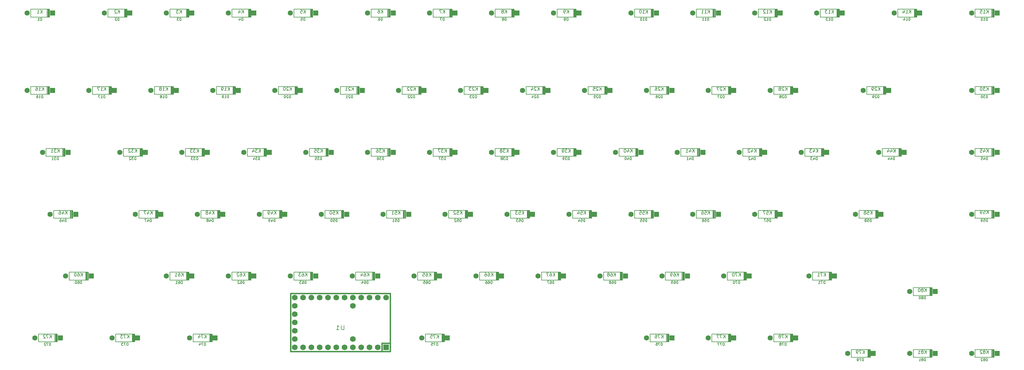
<source format=gbr>
%TF.GenerationSoftware,KiCad,Pcbnew,9.0.2*%
%TF.CreationDate,2025-11-03T13:59:49-05:00*%
%TF.ProjectId,750-THR-Earthtyper,3735302d-5448-4522-9d45-617274687479,rev?*%
%TF.SameCoordinates,Original*%
%TF.FileFunction,Legend,Bot*%
%TF.FilePolarity,Positive*%
%FSLAX46Y46*%
G04 Gerber Fmt 4.6, Leading zero omitted, Abs format (unit mm)*
G04 Created by KiCad (PCBNEW 9.0.2) date 2025-11-03 13:59:49*
%MOMM*%
%LPD*%
G01*
G04 APERTURE LIST*
%ADD10C,0.200000*%
%ADD11C,0.150000*%
%ADD12C,0.203200*%
%ADD13C,0.381000*%
%ADD14R,1.600000X1.600000*%
%ADD15C,1.600000*%
%ADD16R,1.752600X1.752600*%
%ADD17C,1.752600*%
G04 APERTURE END LIST*
D10*
X178512635Y75760480D02*
X178512635Y76760480D01*
X177941207Y75760480D02*
X178369778Y76331909D01*
X177941207Y76760480D02*
X178512635Y76189052D01*
X177084064Y76427147D02*
X177084064Y75760480D01*
X177322159Y76808100D02*
X177560254Y76093814D01*
X177560254Y76093814D02*
X176941207Y76093814D01*
X176369778Y76760480D02*
X176274540Y76760480D01*
X176274540Y76760480D02*
X176179302Y76712861D01*
X176179302Y76712861D02*
X176131683Y76665242D01*
X176131683Y76665242D02*
X176084064Y76570004D01*
X176084064Y76570004D02*
X176036445Y76379528D01*
X176036445Y76379528D02*
X176036445Y76141433D01*
X176036445Y76141433D02*
X176084064Y75950957D01*
X176084064Y75950957D02*
X176131683Y75855719D01*
X176131683Y75855719D02*
X176179302Y75808100D01*
X176179302Y75808100D02*
X176274540Y75760480D01*
X176274540Y75760480D02*
X176369778Y75760480D01*
X176369778Y75760480D02*
X176465016Y75808100D01*
X176465016Y75808100D02*
X176512635Y75855719D01*
X176512635Y75855719D02*
X176560254Y75950957D01*
X176560254Y75950957D02*
X176607873Y76141433D01*
X176607873Y76141433D02*
X176607873Y76379528D01*
X176607873Y76379528D02*
X176560254Y76570004D01*
X176560254Y76570004D02*
X176512635Y76665242D01*
X176512635Y76665242D02*
X176465016Y76712861D01*
X176465016Y76712861D02*
X176369778Y76760480D01*
X140139644Y118394380D02*
X140139644Y119394380D01*
X139568216Y118394380D02*
X139996787Y118965809D01*
X139568216Y119394380D02*
X140139644Y118822952D01*
X138996787Y118965809D02*
X139092025Y119013428D01*
X139092025Y119013428D02*
X139139644Y119061047D01*
X139139644Y119061047D02*
X139187263Y119156285D01*
X139187263Y119156285D02*
X139187263Y119203904D01*
X139187263Y119203904D02*
X139139644Y119299142D01*
X139139644Y119299142D02*
X139092025Y119346761D01*
X139092025Y119346761D02*
X138996787Y119394380D01*
X138996787Y119394380D02*
X138806311Y119394380D01*
X138806311Y119394380D02*
X138711073Y119346761D01*
X138711073Y119346761D02*
X138663454Y119299142D01*
X138663454Y119299142D02*
X138615835Y119203904D01*
X138615835Y119203904D02*
X138615835Y119156285D01*
X138615835Y119156285D02*
X138663454Y119061047D01*
X138663454Y119061047D02*
X138711073Y119013428D01*
X138711073Y119013428D02*
X138806311Y118965809D01*
X138806311Y118965809D02*
X138996787Y118965809D01*
X138996787Y118965809D02*
X139092025Y118918190D01*
X139092025Y118918190D02*
X139139644Y118870571D01*
X139139644Y118870571D02*
X139187263Y118775333D01*
X139187263Y118775333D02*
X139187263Y118584857D01*
X139187263Y118584857D02*
X139139644Y118489619D01*
X139139644Y118489619D02*
X139092025Y118442000D01*
X139092025Y118442000D02*
X138996787Y118394380D01*
X138996787Y118394380D02*
X138806311Y118394380D01*
X138806311Y118394380D02*
X138711073Y118442000D01*
X138711073Y118442000D02*
X138663454Y118489619D01*
X138663454Y118489619D02*
X138615835Y118584857D01*
X138615835Y118584857D02*
X138615835Y118775333D01*
X138615835Y118775333D02*
X138663454Y118870571D01*
X138663454Y118870571D02*
X138711073Y118918190D01*
X138711073Y118918190D02*
X138806311Y118965809D01*
X251937685Y56812080D02*
X251937685Y57812080D01*
X251366257Y56812080D02*
X251794828Y57383509D01*
X251366257Y57812080D02*
X251937685Y57240652D01*
X250461495Y57812080D02*
X250937685Y57812080D01*
X250937685Y57812080D02*
X250985304Y57335890D01*
X250985304Y57335890D02*
X250937685Y57383509D01*
X250937685Y57383509D02*
X250842447Y57431128D01*
X250842447Y57431128D02*
X250604352Y57431128D01*
X250604352Y57431128D02*
X250509114Y57383509D01*
X250509114Y57383509D02*
X250461495Y57335890D01*
X250461495Y57335890D02*
X250413876Y57240652D01*
X250413876Y57240652D02*
X250413876Y57002557D01*
X250413876Y57002557D02*
X250461495Y56907319D01*
X250461495Y56907319D02*
X250509114Y56859700D01*
X250509114Y56859700D02*
X250604352Y56812080D01*
X250604352Y56812080D02*
X250842447Y56812080D01*
X250842447Y56812080D02*
X250937685Y56859700D01*
X250937685Y56859700D02*
X250985304Y56907319D01*
X249842447Y57383509D02*
X249937685Y57431128D01*
X249937685Y57431128D02*
X249985304Y57478747D01*
X249985304Y57478747D02*
X250032923Y57573985D01*
X250032923Y57573985D02*
X250032923Y57621604D01*
X250032923Y57621604D02*
X249985304Y57716842D01*
X249985304Y57716842D02*
X249937685Y57764461D01*
X249937685Y57764461D02*
X249842447Y57812080D01*
X249842447Y57812080D02*
X249651971Y57812080D01*
X249651971Y57812080D02*
X249556733Y57764461D01*
X249556733Y57764461D02*
X249509114Y57716842D01*
X249509114Y57716842D02*
X249461495Y57621604D01*
X249461495Y57621604D02*
X249461495Y57573985D01*
X249461495Y57573985D02*
X249509114Y57478747D01*
X249509114Y57478747D02*
X249556733Y57431128D01*
X249556733Y57431128D02*
X249651971Y57383509D01*
X249651971Y57383509D02*
X249842447Y57383509D01*
X249842447Y57383509D02*
X249937685Y57335890D01*
X249937685Y57335890D02*
X249985304Y57288271D01*
X249985304Y57288271D02*
X250032923Y57193033D01*
X250032923Y57193033D02*
X250032923Y57002557D01*
X250032923Y57002557D02*
X249985304Y56907319D01*
X249985304Y56907319D02*
X249937685Y56859700D01*
X249937685Y56859700D02*
X249842447Y56812080D01*
X249842447Y56812080D02*
X249651971Y56812080D01*
X249651971Y56812080D02*
X249556733Y56859700D01*
X249556733Y56859700D02*
X249509114Y56907319D01*
X249509114Y56907319D02*
X249461495Y57002557D01*
X249461495Y57002557D02*
X249461495Y57193033D01*
X249461495Y57193033D02*
X249509114Y57288271D01*
X249509114Y57288271D02*
X249556733Y57335890D01*
X249556733Y57335890D02*
X249651971Y57383509D01*
X119298885Y18915280D02*
X119298885Y19915280D01*
X118727457Y18915280D02*
X119156028Y19486709D01*
X118727457Y19915280D02*
X119298885Y19343852D01*
X118394123Y19915280D02*
X117727457Y19915280D01*
X117727457Y19915280D02*
X118156028Y18915280D01*
X116870314Y19915280D02*
X117346504Y19915280D01*
X117346504Y19915280D02*
X117394123Y19439090D01*
X117394123Y19439090D02*
X117346504Y19486709D01*
X117346504Y19486709D02*
X117251266Y19534328D01*
X117251266Y19534328D02*
X117013171Y19534328D01*
X117013171Y19534328D02*
X116917933Y19486709D01*
X116917933Y19486709D02*
X116870314Y19439090D01*
X116870314Y19439090D02*
X116822695Y19343852D01*
X116822695Y19343852D02*
X116822695Y19105757D01*
X116822695Y19105757D02*
X116870314Y19010519D01*
X116870314Y19010519D02*
X116917933Y18962900D01*
X116917933Y18962900D02*
X117013171Y18915280D01*
X117013171Y18915280D02*
X117251266Y18915280D01*
X117251266Y18915280D02*
X117346504Y18962900D01*
X117346504Y18962900D02*
X117394123Y19010519D01*
X187986835Y18915280D02*
X187986835Y19915280D01*
X187415407Y18915280D02*
X187843978Y19486709D01*
X187415407Y19915280D02*
X187986835Y19343852D01*
X187082073Y19915280D02*
X186415407Y19915280D01*
X186415407Y19915280D02*
X186843978Y18915280D01*
X185605883Y19915280D02*
X185796359Y19915280D01*
X185796359Y19915280D02*
X185891597Y19867661D01*
X185891597Y19867661D02*
X185939216Y19820042D01*
X185939216Y19820042D02*
X186034454Y19677185D01*
X186034454Y19677185D02*
X186082073Y19486709D01*
X186082073Y19486709D02*
X186082073Y19105757D01*
X186082073Y19105757D02*
X186034454Y19010519D01*
X186034454Y19010519D02*
X185986835Y18962900D01*
X185986835Y18962900D02*
X185891597Y18915280D01*
X185891597Y18915280D02*
X185701121Y18915280D01*
X185701121Y18915280D02*
X185605883Y18962900D01*
X185605883Y18962900D02*
X185558264Y19010519D01*
X185558264Y19010519D02*
X185510645Y19105757D01*
X185510645Y19105757D02*
X185510645Y19343852D01*
X185510645Y19343852D02*
X185558264Y19439090D01*
X185558264Y19439090D02*
X185605883Y19486709D01*
X185605883Y19486709D02*
X185701121Y19534328D01*
X185701121Y19534328D02*
X185891597Y19534328D01*
X185891597Y19534328D02*
X185986835Y19486709D01*
X185986835Y19486709D02*
X186034454Y19439090D01*
X186034454Y19439090D02*
X186082073Y19343852D01*
X88507735Y56812080D02*
X88507735Y57812080D01*
X87936307Y56812080D02*
X88364878Y57383509D01*
X87936307Y57812080D02*
X88507735Y57240652D01*
X87031545Y57812080D02*
X87507735Y57812080D01*
X87507735Y57812080D02*
X87555354Y57335890D01*
X87555354Y57335890D02*
X87507735Y57383509D01*
X87507735Y57383509D02*
X87412497Y57431128D01*
X87412497Y57431128D02*
X87174402Y57431128D01*
X87174402Y57431128D02*
X87079164Y57383509D01*
X87079164Y57383509D02*
X87031545Y57335890D01*
X87031545Y57335890D02*
X86983926Y57240652D01*
X86983926Y57240652D02*
X86983926Y57002557D01*
X86983926Y57002557D02*
X87031545Y56907319D01*
X87031545Y56907319D02*
X87079164Y56859700D01*
X87079164Y56859700D02*
X87174402Y56812080D01*
X87174402Y56812080D02*
X87412497Y56812080D01*
X87412497Y56812080D02*
X87507735Y56859700D01*
X87507735Y56859700D02*
X87555354Y56907319D01*
X86364878Y57812080D02*
X86269640Y57812080D01*
X86269640Y57812080D02*
X86174402Y57764461D01*
X86174402Y57764461D02*
X86126783Y57716842D01*
X86126783Y57716842D02*
X86079164Y57621604D01*
X86079164Y57621604D02*
X86031545Y57431128D01*
X86031545Y57431128D02*
X86031545Y57193033D01*
X86031545Y57193033D02*
X86079164Y57002557D01*
X86079164Y57002557D02*
X86126783Y56907319D01*
X86126783Y56907319D02*
X86174402Y56859700D01*
X86174402Y56859700D02*
X86269640Y56812080D01*
X86269640Y56812080D02*
X86364878Y56812080D01*
X86364878Y56812080D02*
X86460116Y56859700D01*
X86460116Y56859700D02*
X86507735Y56907319D01*
X86507735Y56907319D02*
X86555354Y57002557D01*
X86555354Y57002557D02*
X86602973Y57193033D01*
X86602973Y57193033D02*
X86602973Y57431128D01*
X86602973Y57431128D02*
X86555354Y57621604D01*
X86555354Y57621604D02*
X86507735Y57716842D01*
X86507735Y57716842D02*
X86460116Y57764461D01*
X86460116Y57764461D02*
X86364878Y57812080D01*
X50610935Y56812080D02*
X50610935Y57812080D01*
X50039507Y56812080D02*
X50468078Y57383509D01*
X50039507Y57812080D02*
X50610935Y57240652D01*
X49182364Y57478747D02*
X49182364Y56812080D01*
X49420459Y57859700D02*
X49658554Y57145414D01*
X49658554Y57145414D02*
X49039507Y57145414D01*
X48515697Y57383509D02*
X48610935Y57431128D01*
X48610935Y57431128D02*
X48658554Y57478747D01*
X48658554Y57478747D02*
X48706173Y57573985D01*
X48706173Y57573985D02*
X48706173Y57621604D01*
X48706173Y57621604D02*
X48658554Y57716842D01*
X48658554Y57716842D02*
X48610935Y57764461D01*
X48610935Y57764461D02*
X48515697Y57812080D01*
X48515697Y57812080D02*
X48325221Y57812080D01*
X48325221Y57812080D02*
X48229983Y57764461D01*
X48229983Y57764461D02*
X48182364Y57716842D01*
X48182364Y57716842D02*
X48134745Y57621604D01*
X48134745Y57621604D02*
X48134745Y57573985D01*
X48134745Y57573985D02*
X48182364Y57478747D01*
X48182364Y57478747D02*
X48229983Y57431128D01*
X48229983Y57431128D02*
X48325221Y57383509D01*
X48325221Y57383509D02*
X48515697Y57383509D01*
X48515697Y57383509D02*
X48610935Y57335890D01*
X48610935Y57335890D02*
X48658554Y57288271D01*
X48658554Y57288271D02*
X48706173Y57193033D01*
X48706173Y57193033D02*
X48706173Y57002557D01*
X48706173Y57002557D02*
X48658554Y56907319D01*
X48658554Y56907319D02*
X48610935Y56859700D01*
X48610935Y56859700D02*
X48515697Y56812080D01*
X48515697Y56812080D02*
X48325221Y56812080D01*
X48325221Y56812080D02*
X48229983Y56859700D01*
X48229983Y56859700D02*
X48182364Y56907319D01*
X48182364Y56907319D02*
X48134745Y57002557D01*
X48134745Y57002557D02*
X48134745Y57193033D01*
X48134745Y57193033D02*
X48182364Y57288271D01*
X48182364Y57288271D02*
X48229983Y57335890D01*
X48229983Y57335890D02*
X48325221Y57383509D01*
X131141635Y94708880D02*
X131141635Y95708880D01*
X130570207Y94708880D02*
X130998778Y95280309D01*
X130570207Y95708880D02*
X131141635Y95137452D01*
X130189254Y95613642D02*
X130141635Y95661261D01*
X130141635Y95661261D02*
X130046397Y95708880D01*
X130046397Y95708880D02*
X129808302Y95708880D01*
X129808302Y95708880D02*
X129713064Y95661261D01*
X129713064Y95661261D02*
X129665445Y95613642D01*
X129665445Y95613642D02*
X129617826Y95518404D01*
X129617826Y95518404D02*
X129617826Y95423166D01*
X129617826Y95423166D02*
X129665445Y95280309D01*
X129665445Y95280309D02*
X130236873Y94708880D01*
X130236873Y94708880D02*
X129617826Y94708880D01*
X129284492Y95708880D02*
X128665445Y95708880D01*
X128665445Y95708880D02*
X128998778Y95327928D01*
X128998778Y95327928D02*
X128855921Y95327928D01*
X128855921Y95327928D02*
X128760683Y95280309D01*
X128760683Y95280309D02*
X128713064Y95232690D01*
X128713064Y95232690D02*
X128665445Y95137452D01*
X128665445Y95137452D02*
X128665445Y94899357D01*
X128665445Y94899357D02*
X128713064Y94804119D01*
X128713064Y94804119D02*
X128760683Y94756500D01*
X128760683Y94756500D02*
X128855921Y94708880D01*
X128855921Y94708880D02*
X129141635Y94708880D01*
X129141635Y94708880D02*
X129236873Y94756500D01*
X129236873Y94756500D02*
X129284492Y94804119D01*
X192723935Y37863680D02*
X192723935Y38863680D01*
X192152507Y37863680D02*
X192581078Y38435109D01*
X192152507Y38863680D02*
X192723935Y38292252D01*
X191295364Y38863680D02*
X191485840Y38863680D01*
X191485840Y38863680D02*
X191581078Y38816061D01*
X191581078Y38816061D02*
X191628697Y38768442D01*
X191628697Y38768442D02*
X191723935Y38625585D01*
X191723935Y38625585D02*
X191771554Y38435109D01*
X191771554Y38435109D02*
X191771554Y38054157D01*
X191771554Y38054157D02*
X191723935Y37958919D01*
X191723935Y37958919D02*
X191676316Y37911300D01*
X191676316Y37911300D02*
X191581078Y37863680D01*
X191581078Y37863680D02*
X191390602Y37863680D01*
X191390602Y37863680D02*
X191295364Y37911300D01*
X191295364Y37911300D02*
X191247745Y37958919D01*
X191247745Y37958919D02*
X191200126Y38054157D01*
X191200126Y38054157D02*
X191200126Y38292252D01*
X191200126Y38292252D02*
X191247745Y38387490D01*
X191247745Y38387490D02*
X191295364Y38435109D01*
X191295364Y38435109D02*
X191390602Y38482728D01*
X191390602Y38482728D02*
X191581078Y38482728D01*
X191581078Y38482728D02*
X191676316Y38435109D01*
X191676316Y38435109D02*
X191723935Y38387490D01*
X191723935Y38387490D02*
X191771554Y38292252D01*
X190723935Y37863680D02*
X190533459Y37863680D01*
X190533459Y37863680D02*
X190438221Y37911300D01*
X190438221Y37911300D02*
X190390602Y37958919D01*
X190390602Y37958919D02*
X190295364Y38101776D01*
X190295364Y38101776D02*
X190247745Y38292252D01*
X190247745Y38292252D02*
X190247745Y38673204D01*
X190247745Y38673204D02*
X190295364Y38768442D01*
X190295364Y38768442D02*
X190342983Y38816061D01*
X190342983Y38816061D02*
X190438221Y38863680D01*
X190438221Y38863680D02*
X190628697Y38863680D01*
X190628697Y38863680D02*
X190723935Y38816061D01*
X190723935Y38816061D02*
X190771554Y38768442D01*
X190771554Y38768442D02*
X190819173Y38673204D01*
X190819173Y38673204D02*
X190819173Y38435109D01*
X190819173Y38435109D02*
X190771554Y38339871D01*
X190771554Y38339871D02*
X190723935Y38292252D01*
X190723935Y38292252D02*
X190628697Y38244633D01*
X190628697Y38244633D02*
X190438221Y38244633D01*
X190438221Y38244633D02*
X190342983Y38292252D01*
X190342983Y38292252D02*
X190295364Y38339871D01*
X190295364Y38339871D02*
X190247745Y38435109D01*
X164301335Y56812080D02*
X164301335Y57812080D01*
X163729907Y56812080D02*
X164158478Y57383509D01*
X163729907Y57812080D02*
X164301335Y57240652D01*
X162825145Y57812080D02*
X163301335Y57812080D01*
X163301335Y57812080D02*
X163348954Y57335890D01*
X163348954Y57335890D02*
X163301335Y57383509D01*
X163301335Y57383509D02*
X163206097Y57431128D01*
X163206097Y57431128D02*
X162968002Y57431128D01*
X162968002Y57431128D02*
X162872764Y57383509D01*
X162872764Y57383509D02*
X162825145Y57335890D01*
X162825145Y57335890D02*
X162777526Y57240652D01*
X162777526Y57240652D02*
X162777526Y57002557D01*
X162777526Y57002557D02*
X162825145Y56907319D01*
X162825145Y56907319D02*
X162872764Y56859700D01*
X162872764Y56859700D02*
X162968002Y56812080D01*
X162968002Y56812080D02*
X163206097Y56812080D01*
X163206097Y56812080D02*
X163301335Y56859700D01*
X163301335Y56859700D02*
X163348954Y56907319D01*
X161920383Y57478747D02*
X161920383Y56812080D01*
X162158478Y57859700D02*
X162396573Y57145414D01*
X162396573Y57145414D02*
X161777526Y57145414D01*
X107456135Y56812080D02*
X107456135Y57812080D01*
X106884707Y56812080D02*
X107313278Y57383509D01*
X106884707Y57812080D02*
X107456135Y57240652D01*
X105979945Y57812080D02*
X106456135Y57812080D01*
X106456135Y57812080D02*
X106503754Y57335890D01*
X106503754Y57335890D02*
X106456135Y57383509D01*
X106456135Y57383509D02*
X106360897Y57431128D01*
X106360897Y57431128D02*
X106122802Y57431128D01*
X106122802Y57431128D02*
X106027564Y57383509D01*
X106027564Y57383509D02*
X105979945Y57335890D01*
X105979945Y57335890D02*
X105932326Y57240652D01*
X105932326Y57240652D02*
X105932326Y57002557D01*
X105932326Y57002557D02*
X105979945Y56907319D01*
X105979945Y56907319D02*
X106027564Y56859700D01*
X106027564Y56859700D02*
X106122802Y56812080D01*
X106122802Y56812080D02*
X106360897Y56812080D01*
X106360897Y56812080D02*
X106456135Y56859700D01*
X106456135Y56859700D02*
X106503754Y56907319D01*
X104979945Y56812080D02*
X105551373Y56812080D01*
X105265659Y56812080D02*
X105265659Y57812080D01*
X105265659Y57812080D02*
X105360897Y57669223D01*
X105360897Y57669223D02*
X105456135Y57573985D01*
X105456135Y57573985D02*
X105551373Y57526366D01*
X79033535Y37863680D02*
X79033535Y38863680D01*
X78462107Y37863680D02*
X78890678Y38435109D01*
X78462107Y38863680D02*
X79033535Y38292252D01*
X77604964Y38863680D02*
X77795440Y38863680D01*
X77795440Y38863680D02*
X77890678Y38816061D01*
X77890678Y38816061D02*
X77938297Y38768442D01*
X77938297Y38768442D02*
X78033535Y38625585D01*
X78033535Y38625585D02*
X78081154Y38435109D01*
X78081154Y38435109D02*
X78081154Y38054157D01*
X78081154Y38054157D02*
X78033535Y37958919D01*
X78033535Y37958919D02*
X77985916Y37911300D01*
X77985916Y37911300D02*
X77890678Y37863680D01*
X77890678Y37863680D02*
X77700202Y37863680D01*
X77700202Y37863680D02*
X77604964Y37911300D01*
X77604964Y37911300D02*
X77557345Y37958919D01*
X77557345Y37958919D02*
X77509726Y38054157D01*
X77509726Y38054157D02*
X77509726Y38292252D01*
X77509726Y38292252D02*
X77557345Y38387490D01*
X77557345Y38387490D02*
X77604964Y38435109D01*
X77604964Y38435109D02*
X77700202Y38482728D01*
X77700202Y38482728D02*
X77890678Y38482728D01*
X77890678Y38482728D02*
X77985916Y38435109D01*
X77985916Y38435109D02*
X78033535Y38387490D01*
X78033535Y38387490D02*
X78081154Y38292252D01*
X77176392Y38863680D02*
X76557345Y38863680D01*
X76557345Y38863680D02*
X76890678Y38482728D01*
X76890678Y38482728D02*
X76747821Y38482728D01*
X76747821Y38482728D02*
X76652583Y38435109D01*
X76652583Y38435109D02*
X76604964Y38387490D01*
X76604964Y38387490D02*
X76557345Y38292252D01*
X76557345Y38292252D02*
X76557345Y38054157D01*
X76557345Y38054157D02*
X76604964Y37958919D01*
X76604964Y37958919D02*
X76652583Y37911300D01*
X76652583Y37911300D02*
X76747821Y37863680D01*
X76747821Y37863680D02*
X77033535Y37863680D01*
X77033535Y37863680D02*
X77128773Y37911300D01*
X77128773Y37911300D02*
X77176392Y37958919D01*
X263780435Y118394380D02*
X263780435Y119394380D01*
X263209007Y118394380D02*
X263637578Y118965809D01*
X263209007Y119394380D02*
X263780435Y118822952D01*
X262256626Y118394380D02*
X262828054Y118394380D01*
X262542340Y118394380D02*
X262542340Y119394380D01*
X262542340Y119394380D02*
X262637578Y119251523D01*
X262637578Y119251523D02*
X262732816Y119156285D01*
X262732816Y119156285D02*
X262828054Y119108666D01*
X261399483Y119061047D02*
X261399483Y118394380D01*
X261637578Y119442000D02*
X261875673Y118727714D01*
X261875673Y118727714D02*
X261256626Y118727714D01*
X235357835Y75760480D02*
X235357835Y76760480D01*
X234786407Y75760480D02*
X235214978Y76331909D01*
X234786407Y76760480D02*
X235357835Y76189052D01*
X233929264Y76427147D02*
X233929264Y75760480D01*
X234167359Y76808100D02*
X234405454Y76093814D01*
X234405454Y76093814D02*
X233786407Y76093814D01*
X233500692Y76760480D02*
X232881645Y76760480D01*
X232881645Y76760480D02*
X233214978Y76379528D01*
X233214978Y76379528D02*
X233072121Y76379528D01*
X233072121Y76379528D02*
X232976883Y76331909D01*
X232976883Y76331909D02*
X232929264Y76284290D01*
X232929264Y76284290D02*
X232881645Y76189052D01*
X232881645Y76189052D02*
X232881645Y75950957D01*
X232881645Y75950957D02*
X232929264Y75855719D01*
X232929264Y75855719D02*
X232976883Y75808100D01*
X232976883Y75808100D02*
X233072121Y75760480D01*
X233072121Y75760480D02*
X233357835Y75760480D01*
X233357835Y75760480D02*
X233453073Y75808100D01*
X233453073Y75808100D02*
X233500692Y75855719D01*
X259043335Y75760480D02*
X259043335Y76760480D01*
X258471907Y75760480D02*
X258900478Y76331909D01*
X258471907Y76760480D02*
X259043335Y76189052D01*
X257614764Y76427147D02*
X257614764Y75760480D01*
X257852859Y76808100D02*
X258090954Y76093814D01*
X258090954Y76093814D02*
X257471907Y76093814D01*
X256662383Y76427147D02*
X256662383Y75760480D01*
X256900478Y76808100D02*
X257138573Y76093814D01*
X257138573Y76093814D02*
X256519526Y76093814D01*
X221146535Y56812080D02*
X221146535Y57812080D01*
X220575107Y56812080D02*
X221003678Y57383509D01*
X220575107Y57812080D02*
X221146535Y57240652D01*
X219670345Y57812080D02*
X220146535Y57812080D01*
X220146535Y57812080D02*
X220194154Y57335890D01*
X220194154Y57335890D02*
X220146535Y57383509D01*
X220146535Y57383509D02*
X220051297Y57431128D01*
X220051297Y57431128D02*
X219813202Y57431128D01*
X219813202Y57431128D02*
X219717964Y57383509D01*
X219717964Y57383509D02*
X219670345Y57335890D01*
X219670345Y57335890D02*
X219622726Y57240652D01*
X219622726Y57240652D02*
X219622726Y57002557D01*
X219622726Y57002557D02*
X219670345Y56907319D01*
X219670345Y56907319D02*
X219717964Y56859700D01*
X219717964Y56859700D02*
X219813202Y56812080D01*
X219813202Y56812080D02*
X220051297Y56812080D01*
X220051297Y56812080D02*
X220146535Y56859700D01*
X220146535Y56859700D02*
X220194154Y56907319D01*
X219289392Y57812080D02*
X218622726Y57812080D01*
X218622726Y57812080D02*
X219051297Y56812080D01*
X150090035Y94708880D02*
X150090035Y95708880D01*
X149518607Y94708880D02*
X149947178Y95280309D01*
X149518607Y95708880D02*
X150090035Y95137452D01*
X149137654Y95613642D02*
X149090035Y95661261D01*
X149090035Y95661261D02*
X148994797Y95708880D01*
X148994797Y95708880D02*
X148756702Y95708880D01*
X148756702Y95708880D02*
X148661464Y95661261D01*
X148661464Y95661261D02*
X148613845Y95613642D01*
X148613845Y95613642D02*
X148566226Y95518404D01*
X148566226Y95518404D02*
X148566226Y95423166D01*
X148566226Y95423166D02*
X148613845Y95280309D01*
X148613845Y95280309D02*
X149185273Y94708880D01*
X149185273Y94708880D02*
X148566226Y94708880D01*
X147709083Y95375547D02*
X147709083Y94708880D01*
X147947178Y95756500D02*
X148185273Y95042214D01*
X148185273Y95042214D02*
X147566226Y95042214D01*
X159564235Y75760480D02*
X159564235Y76760480D01*
X158992807Y75760480D02*
X159421378Y76331909D01*
X158992807Y76760480D02*
X159564235Y76189052D01*
X158659473Y76760480D02*
X158040426Y76760480D01*
X158040426Y76760480D02*
X158373759Y76379528D01*
X158373759Y76379528D02*
X158230902Y76379528D01*
X158230902Y76379528D02*
X158135664Y76331909D01*
X158135664Y76331909D02*
X158088045Y76284290D01*
X158088045Y76284290D02*
X158040426Y76189052D01*
X158040426Y76189052D02*
X158040426Y75950957D01*
X158040426Y75950957D02*
X158088045Y75855719D01*
X158088045Y75855719D02*
X158135664Y75808100D01*
X158135664Y75808100D02*
X158230902Y75760480D01*
X158230902Y75760480D02*
X158516616Y75760480D01*
X158516616Y75760480D02*
X158611854Y75808100D01*
X158611854Y75808100D02*
X158659473Y75855719D01*
X157564235Y75760480D02*
X157373759Y75760480D01*
X157373759Y75760480D02*
X157278521Y75808100D01*
X157278521Y75808100D02*
X157230902Y75855719D01*
X157230902Y75855719D02*
X157135664Y75998576D01*
X157135664Y75998576D02*
X157088045Y76189052D01*
X157088045Y76189052D02*
X157088045Y76570004D01*
X157088045Y76570004D02*
X157135664Y76665242D01*
X157135664Y76665242D02*
X157183283Y76712861D01*
X157183283Y76712861D02*
X157278521Y76760480D01*
X157278521Y76760480D02*
X157468997Y76760480D01*
X157468997Y76760480D02*
X157564235Y76712861D01*
X157564235Y76712861D02*
X157611854Y76665242D01*
X157611854Y76665242D02*
X157659473Y76570004D01*
X157659473Y76570004D02*
X157659473Y76331909D01*
X157659473Y76331909D02*
X157611854Y76236671D01*
X157611854Y76236671D02*
X157564235Y76189052D01*
X157564235Y76189052D02*
X157468997Y76141433D01*
X157468997Y76141433D02*
X157278521Y76141433D01*
X157278521Y76141433D02*
X157183283Y76189052D01*
X157183283Y76189052D02*
X157135664Y76236671D01*
X157135664Y76236671D02*
X157088045Y76331909D01*
X116930335Y37863680D02*
X116930335Y38863680D01*
X116358907Y37863680D02*
X116787478Y38435109D01*
X116358907Y38863680D02*
X116930335Y38292252D01*
X115501764Y38863680D02*
X115692240Y38863680D01*
X115692240Y38863680D02*
X115787478Y38816061D01*
X115787478Y38816061D02*
X115835097Y38768442D01*
X115835097Y38768442D02*
X115930335Y38625585D01*
X115930335Y38625585D02*
X115977954Y38435109D01*
X115977954Y38435109D02*
X115977954Y38054157D01*
X115977954Y38054157D02*
X115930335Y37958919D01*
X115930335Y37958919D02*
X115882716Y37911300D01*
X115882716Y37911300D02*
X115787478Y37863680D01*
X115787478Y37863680D02*
X115597002Y37863680D01*
X115597002Y37863680D02*
X115501764Y37911300D01*
X115501764Y37911300D02*
X115454145Y37958919D01*
X115454145Y37958919D02*
X115406526Y38054157D01*
X115406526Y38054157D02*
X115406526Y38292252D01*
X115406526Y38292252D02*
X115454145Y38387490D01*
X115454145Y38387490D02*
X115501764Y38435109D01*
X115501764Y38435109D02*
X115597002Y38482728D01*
X115597002Y38482728D02*
X115787478Y38482728D01*
X115787478Y38482728D02*
X115882716Y38435109D01*
X115882716Y38435109D02*
X115930335Y38387490D01*
X115930335Y38387490D02*
X115977954Y38292252D01*
X114501764Y38863680D02*
X114977954Y38863680D01*
X114977954Y38863680D02*
X115025573Y38387490D01*
X115025573Y38387490D02*
X114977954Y38435109D01*
X114977954Y38435109D02*
X114882716Y38482728D01*
X114882716Y38482728D02*
X114644621Y38482728D01*
X114644621Y38482728D02*
X114549383Y38435109D01*
X114549383Y38435109D02*
X114501764Y38387490D01*
X114501764Y38387490D02*
X114454145Y38292252D01*
X114454145Y38292252D02*
X114454145Y38054157D01*
X114454145Y38054157D02*
X114501764Y37958919D01*
X114501764Y37958919D02*
X114549383Y37911300D01*
X114549383Y37911300D02*
X114644621Y37863680D01*
X114644621Y37863680D02*
X114882716Y37863680D01*
X114882716Y37863680D02*
X114977954Y37911300D01*
X114977954Y37911300D02*
X115025573Y37958919D01*
X121191244Y118394380D02*
X121191244Y119394380D01*
X120619816Y118394380D02*
X121048387Y118965809D01*
X120619816Y119394380D02*
X121191244Y118822952D01*
X120286482Y119394380D02*
X119619816Y119394380D01*
X119619816Y119394380D02*
X120048387Y118394380D01*
X74296435Y94708880D02*
X74296435Y95708880D01*
X73725007Y94708880D02*
X74153578Y95280309D01*
X73725007Y95708880D02*
X74296435Y95137452D01*
X73344054Y95613642D02*
X73296435Y95661261D01*
X73296435Y95661261D02*
X73201197Y95708880D01*
X73201197Y95708880D02*
X72963102Y95708880D01*
X72963102Y95708880D02*
X72867864Y95661261D01*
X72867864Y95661261D02*
X72820245Y95613642D01*
X72820245Y95613642D02*
X72772626Y95518404D01*
X72772626Y95518404D02*
X72772626Y95423166D01*
X72772626Y95423166D02*
X72820245Y95280309D01*
X72820245Y95280309D02*
X73391673Y94708880D01*
X73391673Y94708880D02*
X72772626Y94708880D01*
X72153578Y95708880D02*
X72058340Y95708880D01*
X72058340Y95708880D02*
X71963102Y95661261D01*
X71963102Y95661261D02*
X71915483Y95613642D01*
X71915483Y95613642D02*
X71867864Y95518404D01*
X71867864Y95518404D02*
X71820245Y95327928D01*
X71820245Y95327928D02*
X71820245Y95089833D01*
X71820245Y95089833D02*
X71867864Y94899357D01*
X71867864Y94899357D02*
X71915483Y94804119D01*
X71915483Y94804119D02*
X71963102Y94756500D01*
X71963102Y94756500D02*
X72058340Y94708880D01*
X72058340Y94708880D02*
X72153578Y94708880D01*
X72153578Y94708880D02*
X72248816Y94756500D01*
X72248816Y94756500D02*
X72296435Y94804119D01*
X72296435Y94804119D02*
X72344054Y94899357D01*
X72344054Y94899357D02*
X72391673Y95089833D01*
X72391673Y95089833D02*
X72391673Y95327928D01*
X72391673Y95327928D02*
X72344054Y95518404D01*
X72344054Y95518404D02*
X72296435Y95613642D01*
X72296435Y95613642D02*
X72248816Y95661261D01*
X72248816Y95661261D02*
X72153578Y95708880D01*
X871385Y18915280D02*
X871385Y19915280D01*
X299957Y18915280D02*
X728528Y19486709D01*
X299957Y19915280D02*
X871385Y19343852D01*
X-33376Y19915280D02*
X-700042Y19915280D01*
X-700042Y19915280D02*
X-271471Y18915280D01*
X-1033376Y19820042D02*
X-1080995Y19867661D01*
X-1080995Y19867661D02*
X-1176233Y19915280D01*
X-1176233Y19915280D02*
X-1414328Y19915280D01*
X-1414328Y19915280D02*
X-1509566Y19867661D01*
X-1509566Y19867661D02*
X-1557185Y19820042D01*
X-1557185Y19820042D02*
X-1604804Y19724804D01*
X-1604804Y19724804D02*
X-1604804Y19629566D01*
X-1604804Y19629566D02*
X-1557185Y19486709D01*
X-1557185Y19486709D02*
X-985757Y18915280D01*
X-985757Y18915280D02*
X-1604804Y18915280D01*
X173432635Y37863680D02*
X173432635Y38863680D01*
X172861207Y37863680D02*
X173289778Y38435109D01*
X172861207Y38863680D02*
X173432635Y38292252D01*
X172004064Y38863680D02*
X172194540Y38863680D01*
X172194540Y38863680D02*
X172289778Y38816061D01*
X172289778Y38816061D02*
X172337397Y38768442D01*
X172337397Y38768442D02*
X172432635Y38625585D01*
X172432635Y38625585D02*
X172480254Y38435109D01*
X172480254Y38435109D02*
X172480254Y38054157D01*
X172480254Y38054157D02*
X172432635Y37958919D01*
X172432635Y37958919D02*
X172385016Y37911300D01*
X172385016Y37911300D02*
X172289778Y37863680D01*
X172289778Y37863680D02*
X172099302Y37863680D01*
X172099302Y37863680D02*
X172004064Y37911300D01*
X172004064Y37911300D02*
X171956445Y37958919D01*
X171956445Y37958919D02*
X171908826Y38054157D01*
X171908826Y38054157D02*
X171908826Y38292252D01*
X171908826Y38292252D02*
X171956445Y38387490D01*
X171956445Y38387490D02*
X172004064Y38435109D01*
X172004064Y38435109D02*
X172099302Y38482728D01*
X172099302Y38482728D02*
X172289778Y38482728D01*
X172289778Y38482728D02*
X172385016Y38435109D01*
X172385016Y38435109D02*
X172432635Y38387490D01*
X172432635Y38387490D02*
X172480254Y38292252D01*
X171337397Y38435109D02*
X171432635Y38482728D01*
X171432635Y38482728D02*
X171480254Y38530347D01*
X171480254Y38530347D02*
X171527873Y38625585D01*
X171527873Y38625585D02*
X171527873Y38673204D01*
X171527873Y38673204D02*
X171480254Y38768442D01*
X171480254Y38768442D02*
X171432635Y38816061D01*
X171432635Y38816061D02*
X171337397Y38863680D01*
X171337397Y38863680D02*
X171146921Y38863680D01*
X171146921Y38863680D02*
X171051683Y38816061D01*
X171051683Y38816061D02*
X171004064Y38768442D01*
X171004064Y38768442D02*
X170956445Y38673204D01*
X170956445Y38673204D02*
X170956445Y38625585D01*
X170956445Y38625585D02*
X171004064Y38530347D01*
X171004064Y38530347D02*
X171051683Y38482728D01*
X171051683Y38482728D02*
X171146921Y38435109D01*
X171146921Y38435109D02*
X171337397Y38435109D01*
X171337397Y38435109D02*
X171432635Y38387490D01*
X171432635Y38387490D02*
X171480254Y38339871D01*
X171480254Y38339871D02*
X171527873Y38244633D01*
X171527873Y38244633D02*
X171527873Y38054157D01*
X171527873Y38054157D02*
X171480254Y37958919D01*
X171480254Y37958919D02*
X171432635Y37911300D01*
X171432635Y37911300D02*
X171337397Y37863680D01*
X171337397Y37863680D02*
X171146921Y37863680D01*
X171146921Y37863680D02*
X171051683Y37911300D01*
X171051683Y37911300D02*
X171004064Y37958919D01*
X171004064Y37958919D02*
X170956445Y38054157D01*
X170956445Y38054157D02*
X170956445Y38244633D01*
X170956445Y38244633D02*
X171004064Y38339871D01*
X171004064Y38339871D02*
X171051683Y38387490D01*
X171051683Y38387490D02*
X171146921Y38435109D01*
X268517535Y14178180D02*
X268517535Y15178180D01*
X267946107Y14178180D02*
X268374678Y14749609D01*
X267946107Y15178180D02*
X268517535Y14606752D01*
X267374678Y14749609D02*
X267469916Y14797228D01*
X267469916Y14797228D02*
X267517535Y14844847D01*
X267517535Y14844847D02*
X267565154Y14940085D01*
X267565154Y14940085D02*
X267565154Y14987704D01*
X267565154Y14987704D02*
X267517535Y15082942D01*
X267517535Y15082942D02*
X267469916Y15130561D01*
X267469916Y15130561D02*
X267374678Y15178180D01*
X267374678Y15178180D02*
X267184202Y15178180D01*
X267184202Y15178180D02*
X267088964Y15130561D01*
X267088964Y15130561D02*
X267041345Y15082942D01*
X267041345Y15082942D02*
X266993726Y14987704D01*
X266993726Y14987704D02*
X266993726Y14940085D01*
X266993726Y14940085D02*
X267041345Y14844847D01*
X267041345Y14844847D02*
X267088964Y14797228D01*
X267088964Y14797228D02*
X267184202Y14749609D01*
X267184202Y14749609D02*
X267374678Y14749609D01*
X267374678Y14749609D02*
X267469916Y14701990D01*
X267469916Y14701990D02*
X267517535Y14654371D01*
X267517535Y14654371D02*
X267565154Y14559133D01*
X267565154Y14559133D02*
X267565154Y14368657D01*
X267565154Y14368657D02*
X267517535Y14273419D01*
X267517535Y14273419D02*
X267469916Y14225800D01*
X267469916Y14225800D02*
X267374678Y14178180D01*
X267374678Y14178180D02*
X267184202Y14178180D01*
X267184202Y14178180D02*
X267088964Y14225800D01*
X267088964Y14225800D02*
X267041345Y14273419D01*
X267041345Y14273419D02*
X266993726Y14368657D01*
X266993726Y14368657D02*
X266993726Y14559133D01*
X266993726Y14559133D02*
X267041345Y14654371D01*
X267041345Y14654371D02*
X267088964Y14701990D01*
X267088964Y14701990D02*
X267184202Y14749609D01*
X266041345Y14178180D02*
X266612773Y14178180D01*
X266327059Y14178180D02*
X266327059Y15178180D01*
X266327059Y15178180D02*
X266422297Y15035323D01*
X266422297Y15035323D02*
X266517535Y14940085D01*
X266517535Y14940085D02*
X266612773Y14892466D01*
X48242385Y18915280D02*
X48242385Y19915280D01*
X47670957Y18915280D02*
X48099528Y19486709D01*
X47670957Y19915280D02*
X48242385Y19343852D01*
X47337623Y19915280D02*
X46670957Y19915280D01*
X46670957Y19915280D02*
X47099528Y18915280D01*
X45861433Y19581947D02*
X45861433Y18915280D01*
X46099528Y19962900D02*
X46337623Y19248614D01*
X46337623Y19248614D02*
X45718576Y19248614D01*
X83770635Y75760480D02*
X83770635Y76760480D01*
X83199207Y75760480D02*
X83627778Y76331909D01*
X83199207Y76760480D02*
X83770635Y76189052D01*
X82865873Y76760480D02*
X82246826Y76760480D01*
X82246826Y76760480D02*
X82580159Y76379528D01*
X82580159Y76379528D02*
X82437302Y76379528D01*
X82437302Y76379528D02*
X82342064Y76331909D01*
X82342064Y76331909D02*
X82294445Y76284290D01*
X82294445Y76284290D02*
X82246826Y76189052D01*
X82246826Y76189052D02*
X82246826Y75950957D01*
X82246826Y75950957D02*
X82294445Y75855719D01*
X82294445Y75855719D02*
X82342064Y75808100D01*
X82342064Y75808100D02*
X82437302Y75760480D01*
X82437302Y75760480D02*
X82723016Y75760480D01*
X82723016Y75760480D02*
X82818254Y75808100D01*
X82818254Y75808100D02*
X82865873Y75855719D01*
X81342064Y76760480D02*
X81818254Y76760480D01*
X81818254Y76760480D02*
X81865873Y76284290D01*
X81865873Y76284290D02*
X81818254Y76331909D01*
X81818254Y76331909D02*
X81723016Y76379528D01*
X81723016Y76379528D02*
X81484921Y76379528D01*
X81484921Y76379528D02*
X81389683Y76331909D01*
X81389683Y76331909D02*
X81342064Y76284290D01*
X81342064Y76284290D02*
X81294445Y76189052D01*
X81294445Y76189052D02*
X81294445Y75950957D01*
X81294445Y75950957D02*
X81342064Y75855719D01*
X81342064Y75855719D02*
X81389683Y75808100D01*
X81389683Y75808100D02*
X81484921Y75760480D01*
X81484921Y75760480D02*
X81723016Y75760480D01*
X81723016Y75760480D02*
X81818254Y75808100D01*
X81818254Y75808100D02*
X81865873Y75855719D01*
X135878735Y37863680D02*
X135878735Y38863680D01*
X135307307Y37863680D02*
X135735878Y38435109D01*
X135307307Y38863680D02*
X135878735Y38292252D01*
X134450164Y38863680D02*
X134640640Y38863680D01*
X134640640Y38863680D02*
X134735878Y38816061D01*
X134735878Y38816061D02*
X134783497Y38768442D01*
X134783497Y38768442D02*
X134878735Y38625585D01*
X134878735Y38625585D02*
X134926354Y38435109D01*
X134926354Y38435109D02*
X134926354Y38054157D01*
X134926354Y38054157D02*
X134878735Y37958919D01*
X134878735Y37958919D02*
X134831116Y37911300D01*
X134831116Y37911300D02*
X134735878Y37863680D01*
X134735878Y37863680D02*
X134545402Y37863680D01*
X134545402Y37863680D02*
X134450164Y37911300D01*
X134450164Y37911300D02*
X134402545Y37958919D01*
X134402545Y37958919D02*
X134354926Y38054157D01*
X134354926Y38054157D02*
X134354926Y38292252D01*
X134354926Y38292252D02*
X134402545Y38387490D01*
X134402545Y38387490D02*
X134450164Y38435109D01*
X134450164Y38435109D02*
X134545402Y38482728D01*
X134545402Y38482728D02*
X134735878Y38482728D01*
X134735878Y38482728D02*
X134831116Y38435109D01*
X134831116Y38435109D02*
X134878735Y38387490D01*
X134878735Y38387490D02*
X134926354Y38292252D01*
X133497783Y38863680D02*
X133688259Y38863680D01*
X133688259Y38863680D02*
X133783497Y38816061D01*
X133783497Y38816061D02*
X133831116Y38768442D01*
X133831116Y38768442D02*
X133926354Y38625585D01*
X133926354Y38625585D02*
X133973973Y38435109D01*
X133973973Y38435109D02*
X133973973Y38054157D01*
X133973973Y38054157D02*
X133926354Y37958919D01*
X133926354Y37958919D02*
X133878735Y37911300D01*
X133878735Y37911300D02*
X133783497Y37863680D01*
X133783497Y37863680D02*
X133593021Y37863680D01*
X133593021Y37863680D02*
X133497783Y37911300D01*
X133497783Y37911300D02*
X133450164Y37958919D01*
X133450164Y37958919D02*
X133402545Y38054157D01*
X133402545Y38054157D02*
X133402545Y38292252D01*
X133402545Y38292252D02*
X133450164Y38387490D01*
X133450164Y38387490D02*
X133497783Y38435109D01*
X133497783Y38435109D02*
X133593021Y38482728D01*
X133593021Y38482728D02*
X133783497Y38482728D01*
X133783497Y38482728D02*
X133878735Y38435109D01*
X133878735Y38435109D02*
X133926354Y38387490D01*
X133926354Y38387490D02*
X133973973Y38292252D01*
X140615835Y75760480D02*
X140615835Y76760480D01*
X140044407Y75760480D02*
X140472978Y76331909D01*
X140044407Y76760480D02*
X140615835Y76189052D01*
X139711073Y76760480D02*
X139092026Y76760480D01*
X139092026Y76760480D02*
X139425359Y76379528D01*
X139425359Y76379528D02*
X139282502Y76379528D01*
X139282502Y76379528D02*
X139187264Y76331909D01*
X139187264Y76331909D02*
X139139645Y76284290D01*
X139139645Y76284290D02*
X139092026Y76189052D01*
X139092026Y76189052D02*
X139092026Y75950957D01*
X139092026Y75950957D02*
X139139645Y75855719D01*
X139139645Y75855719D02*
X139187264Y75808100D01*
X139187264Y75808100D02*
X139282502Y75760480D01*
X139282502Y75760480D02*
X139568216Y75760480D01*
X139568216Y75760480D02*
X139663454Y75808100D01*
X139663454Y75808100D02*
X139711073Y75855719D01*
X138520597Y76331909D02*
X138615835Y76379528D01*
X138615835Y76379528D02*
X138663454Y76427147D01*
X138663454Y76427147D02*
X138711073Y76522385D01*
X138711073Y76522385D02*
X138711073Y76570004D01*
X138711073Y76570004D02*
X138663454Y76665242D01*
X138663454Y76665242D02*
X138615835Y76712861D01*
X138615835Y76712861D02*
X138520597Y76760480D01*
X138520597Y76760480D02*
X138330121Y76760480D01*
X138330121Y76760480D02*
X138234883Y76712861D01*
X138234883Y76712861D02*
X138187264Y76665242D01*
X138187264Y76665242D02*
X138139645Y76570004D01*
X138139645Y76570004D02*
X138139645Y76522385D01*
X138139645Y76522385D02*
X138187264Y76427147D01*
X138187264Y76427147D02*
X138234883Y76379528D01*
X138234883Y76379528D02*
X138330121Y76331909D01*
X138330121Y76331909D02*
X138520597Y76331909D01*
X138520597Y76331909D02*
X138615835Y76284290D01*
X138615835Y76284290D02*
X138663454Y76236671D01*
X138663454Y76236671D02*
X138711073Y76141433D01*
X138711073Y76141433D02*
X138711073Y75950957D01*
X138711073Y75950957D02*
X138663454Y75855719D01*
X138663454Y75855719D02*
X138615835Y75808100D01*
X138615835Y75808100D02*
X138520597Y75760480D01*
X138520597Y75760480D02*
X138330121Y75760480D01*
X138330121Y75760480D02*
X138234883Y75808100D01*
X138234883Y75808100D02*
X138187264Y75855719D01*
X138187264Y75855719D02*
X138139645Y75950957D01*
X138139645Y75950957D02*
X138139645Y76141433D01*
X138139645Y76141433D02*
X138187264Y76236671D01*
X138187264Y76236671D02*
X138234883Y76284290D01*
X138234883Y76284290D02*
X138330121Y76331909D01*
X40660544Y118394380D02*
X40660544Y119394380D01*
X40089116Y118394380D02*
X40517687Y118965809D01*
X40089116Y119394380D02*
X40660544Y118822952D01*
X39755782Y119394380D02*
X39136735Y119394380D01*
X39136735Y119394380D02*
X39470068Y119013428D01*
X39470068Y119013428D02*
X39327211Y119013428D01*
X39327211Y119013428D02*
X39231973Y118965809D01*
X39231973Y118965809D02*
X39184354Y118918190D01*
X39184354Y118918190D02*
X39136735Y118822952D01*
X39136735Y118822952D02*
X39136735Y118584857D01*
X39136735Y118584857D02*
X39184354Y118489619D01*
X39184354Y118489619D02*
X39231973Y118442000D01*
X39231973Y118442000D02*
X39327211Y118394380D01*
X39327211Y118394380D02*
X39612925Y118394380D01*
X39612925Y118394380D02*
X39708163Y118442000D01*
X39708163Y118442000D02*
X39755782Y118489619D01*
X154827135Y37863680D02*
X154827135Y38863680D01*
X154255707Y37863680D02*
X154684278Y38435109D01*
X154255707Y38863680D02*
X154827135Y38292252D01*
X153398564Y38863680D02*
X153589040Y38863680D01*
X153589040Y38863680D02*
X153684278Y38816061D01*
X153684278Y38816061D02*
X153731897Y38768442D01*
X153731897Y38768442D02*
X153827135Y38625585D01*
X153827135Y38625585D02*
X153874754Y38435109D01*
X153874754Y38435109D02*
X153874754Y38054157D01*
X153874754Y38054157D02*
X153827135Y37958919D01*
X153827135Y37958919D02*
X153779516Y37911300D01*
X153779516Y37911300D02*
X153684278Y37863680D01*
X153684278Y37863680D02*
X153493802Y37863680D01*
X153493802Y37863680D02*
X153398564Y37911300D01*
X153398564Y37911300D02*
X153350945Y37958919D01*
X153350945Y37958919D02*
X153303326Y38054157D01*
X153303326Y38054157D02*
X153303326Y38292252D01*
X153303326Y38292252D02*
X153350945Y38387490D01*
X153350945Y38387490D02*
X153398564Y38435109D01*
X153398564Y38435109D02*
X153493802Y38482728D01*
X153493802Y38482728D02*
X153684278Y38482728D01*
X153684278Y38482728D02*
X153779516Y38435109D01*
X153779516Y38435109D02*
X153827135Y38387490D01*
X153827135Y38387490D02*
X153874754Y38292252D01*
X152969992Y38863680D02*
X152303326Y38863680D01*
X152303326Y38863680D02*
X152731897Y37863680D01*
X249569135Y14178180D02*
X249569135Y15178180D01*
X248997707Y14178180D02*
X249426278Y14749609D01*
X248997707Y15178180D02*
X249569135Y14606752D01*
X248664373Y15178180D02*
X247997707Y15178180D01*
X247997707Y15178180D02*
X248426278Y14178180D01*
X247569135Y14178180D02*
X247378659Y14178180D01*
X247378659Y14178180D02*
X247283421Y14225800D01*
X247283421Y14225800D02*
X247235802Y14273419D01*
X247235802Y14273419D02*
X247140564Y14416276D01*
X247140564Y14416276D02*
X247092945Y14606752D01*
X247092945Y14606752D02*
X247092945Y14987704D01*
X247092945Y14987704D02*
X247140564Y15082942D01*
X247140564Y15082942D02*
X247188183Y15130561D01*
X247188183Y15130561D02*
X247283421Y15178180D01*
X247283421Y15178180D02*
X247473897Y15178180D01*
X247473897Y15178180D02*
X247569135Y15130561D01*
X247569135Y15130561D02*
X247616754Y15082942D01*
X247616754Y15082942D02*
X247664373Y14987704D01*
X247664373Y14987704D02*
X247664373Y14749609D01*
X247664373Y14749609D02*
X247616754Y14654371D01*
X247616754Y14654371D02*
X247569135Y14606752D01*
X247569135Y14606752D02*
X247473897Y14559133D01*
X247473897Y14559133D02*
X247283421Y14559133D01*
X247283421Y14559133D02*
X247188183Y14606752D01*
X247188183Y14606752D02*
X247140564Y14654371D01*
X247140564Y14654371D02*
X247092945Y14749609D01*
X183249735Y118394380D02*
X183249735Y119394380D01*
X182678307Y118394380D02*
X183106878Y118965809D01*
X182678307Y119394380D02*
X183249735Y118822952D01*
X181725926Y118394380D02*
X182297354Y118394380D01*
X182011640Y118394380D02*
X182011640Y119394380D01*
X182011640Y119394380D02*
X182106878Y119251523D01*
X182106878Y119251523D02*
X182202116Y119156285D01*
X182202116Y119156285D02*
X182297354Y119108666D01*
X181106878Y119394380D02*
X181011640Y119394380D01*
X181011640Y119394380D02*
X180916402Y119346761D01*
X180916402Y119346761D02*
X180868783Y119299142D01*
X180868783Y119299142D02*
X180821164Y119203904D01*
X180821164Y119203904D02*
X180773545Y119013428D01*
X180773545Y119013428D02*
X180773545Y118775333D01*
X180773545Y118775333D02*
X180821164Y118584857D01*
X180821164Y118584857D02*
X180868783Y118489619D01*
X180868783Y118489619D02*
X180916402Y118442000D01*
X180916402Y118442000D02*
X181011640Y118394380D01*
X181011640Y118394380D02*
X181106878Y118394380D01*
X181106878Y118394380D02*
X181202116Y118442000D01*
X181202116Y118442000D02*
X181249735Y118489619D01*
X181249735Y118489619D02*
X181297354Y118584857D01*
X181297354Y118584857D02*
X181344973Y118775333D01*
X181344973Y118775333D02*
X181344973Y119013428D01*
X181344973Y119013428D02*
X181297354Y119203904D01*
X181297354Y119203904D02*
X181249735Y119299142D01*
X181249735Y119299142D02*
X181202116Y119346761D01*
X181202116Y119346761D02*
X181106878Y119394380D01*
X97981935Y37863680D02*
X97981935Y38863680D01*
X97410507Y37863680D02*
X97839078Y38435109D01*
X97410507Y38863680D02*
X97981935Y38292252D01*
X96553364Y38863680D02*
X96743840Y38863680D01*
X96743840Y38863680D02*
X96839078Y38816061D01*
X96839078Y38816061D02*
X96886697Y38768442D01*
X96886697Y38768442D02*
X96981935Y38625585D01*
X96981935Y38625585D02*
X97029554Y38435109D01*
X97029554Y38435109D02*
X97029554Y38054157D01*
X97029554Y38054157D02*
X96981935Y37958919D01*
X96981935Y37958919D02*
X96934316Y37911300D01*
X96934316Y37911300D02*
X96839078Y37863680D01*
X96839078Y37863680D02*
X96648602Y37863680D01*
X96648602Y37863680D02*
X96553364Y37911300D01*
X96553364Y37911300D02*
X96505745Y37958919D01*
X96505745Y37958919D02*
X96458126Y38054157D01*
X96458126Y38054157D02*
X96458126Y38292252D01*
X96458126Y38292252D02*
X96505745Y38387490D01*
X96505745Y38387490D02*
X96553364Y38435109D01*
X96553364Y38435109D02*
X96648602Y38482728D01*
X96648602Y38482728D02*
X96839078Y38482728D01*
X96839078Y38482728D02*
X96934316Y38435109D01*
X96934316Y38435109D02*
X96981935Y38387490D01*
X96981935Y38387490D02*
X97029554Y38292252D01*
X95600983Y38530347D02*
X95600983Y37863680D01*
X95839078Y38911300D02*
X96077173Y38197014D01*
X96077173Y38197014D02*
X95458126Y38197014D01*
X26925435Y75760480D02*
X26925435Y76760480D01*
X26354007Y75760480D02*
X26782578Y76331909D01*
X26354007Y76760480D02*
X26925435Y76189052D01*
X26020673Y76760480D02*
X25401626Y76760480D01*
X25401626Y76760480D02*
X25734959Y76379528D01*
X25734959Y76379528D02*
X25592102Y76379528D01*
X25592102Y76379528D02*
X25496864Y76331909D01*
X25496864Y76331909D02*
X25449245Y76284290D01*
X25449245Y76284290D02*
X25401626Y76189052D01*
X25401626Y76189052D02*
X25401626Y75950957D01*
X25401626Y75950957D02*
X25449245Y75855719D01*
X25449245Y75855719D02*
X25496864Y75808100D01*
X25496864Y75808100D02*
X25592102Y75760480D01*
X25592102Y75760480D02*
X25877816Y75760480D01*
X25877816Y75760480D02*
X25973054Y75808100D01*
X25973054Y75808100D02*
X26020673Y75855719D01*
X25020673Y76665242D02*
X24973054Y76712861D01*
X24973054Y76712861D02*
X24877816Y76760480D01*
X24877816Y76760480D02*
X24639721Y76760480D01*
X24639721Y76760480D02*
X24544483Y76712861D01*
X24544483Y76712861D02*
X24496864Y76665242D01*
X24496864Y76665242D02*
X24449245Y76570004D01*
X24449245Y76570004D02*
X24449245Y76474766D01*
X24449245Y76474766D02*
X24496864Y76331909D01*
X24496864Y76331909D02*
X25068292Y75760480D01*
X25068292Y75760480D02*
X24449245Y75760480D01*
X41136735Y37863680D02*
X41136735Y38863680D01*
X40565307Y37863680D02*
X40993878Y38435109D01*
X40565307Y38863680D02*
X41136735Y38292252D01*
X39708164Y38863680D02*
X39898640Y38863680D01*
X39898640Y38863680D02*
X39993878Y38816061D01*
X39993878Y38816061D02*
X40041497Y38768442D01*
X40041497Y38768442D02*
X40136735Y38625585D01*
X40136735Y38625585D02*
X40184354Y38435109D01*
X40184354Y38435109D02*
X40184354Y38054157D01*
X40184354Y38054157D02*
X40136735Y37958919D01*
X40136735Y37958919D02*
X40089116Y37911300D01*
X40089116Y37911300D02*
X39993878Y37863680D01*
X39993878Y37863680D02*
X39803402Y37863680D01*
X39803402Y37863680D02*
X39708164Y37911300D01*
X39708164Y37911300D02*
X39660545Y37958919D01*
X39660545Y37958919D02*
X39612926Y38054157D01*
X39612926Y38054157D02*
X39612926Y38292252D01*
X39612926Y38292252D02*
X39660545Y38387490D01*
X39660545Y38387490D02*
X39708164Y38435109D01*
X39708164Y38435109D02*
X39803402Y38482728D01*
X39803402Y38482728D02*
X39993878Y38482728D01*
X39993878Y38482728D02*
X40089116Y38435109D01*
X40089116Y38435109D02*
X40136735Y38387490D01*
X40136735Y38387490D02*
X40184354Y38292252D01*
X38660545Y37863680D02*
X39231973Y37863680D01*
X38946259Y37863680D02*
X38946259Y38863680D01*
X38946259Y38863680D02*
X39041497Y38720823D01*
X39041497Y38720823D02*
X39136735Y38625585D01*
X39136735Y38625585D02*
X39231973Y38577966D01*
X45873835Y75760480D02*
X45873835Y76760480D01*
X45302407Y75760480D02*
X45730978Y76331909D01*
X45302407Y76760480D02*
X45873835Y76189052D01*
X44969073Y76760480D02*
X44350026Y76760480D01*
X44350026Y76760480D02*
X44683359Y76379528D01*
X44683359Y76379528D02*
X44540502Y76379528D01*
X44540502Y76379528D02*
X44445264Y76331909D01*
X44445264Y76331909D02*
X44397645Y76284290D01*
X44397645Y76284290D02*
X44350026Y76189052D01*
X44350026Y76189052D02*
X44350026Y75950957D01*
X44350026Y75950957D02*
X44397645Y75855719D01*
X44397645Y75855719D02*
X44445264Y75808100D01*
X44445264Y75808100D02*
X44540502Y75760480D01*
X44540502Y75760480D02*
X44826216Y75760480D01*
X44826216Y75760480D02*
X44921454Y75808100D01*
X44921454Y75808100D02*
X44969073Y75855719D01*
X44016692Y76760480D02*
X43397645Y76760480D01*
X43397645Y76760480D02*
X43730978Y76379528D01*
X43730978Y76379528D02*
X43588121Y76379528D01*
X43588121Y76379528D02*
X43492883Y76331909D01*
X43492883Y76331909D02*
X43445264Y76284290D01*
X43445264Y76284290D02*
X43397645Y76189052D01*
X43397645Y76189052D02*
X43397645Y75950957D01*
X43397645Y75950957D02*
X43445264Y75855719D01*
X43445264Y75855719D02*
X43492883Y75808100D01*
X43492883Y75808100D02*
X43588121Y75760480D01*
X43588121Y75760480D02*
X43873835Y75760480D01*
X43873835Y75760480D02*
X43969073Y75808100D01*
X43969073Y75808100D02*
X44016692Y75855719D01*
X126404535Y56812080D02*
X126404535Y57812080D01*
X125833107Y56812080D02*
X126261678Y57383509D01*
X125833107Y57812080D02*
X126404535Y57240652D01*
X124928345Y57812080D02*
X125404535Y57812080D01*
X125404535Y57812080D02*
X125452154Y57335890D01*
X125452154Y57335890D02*
X125404535Y57383509D01*
X125404535Y57383509D02*
X125309297Y57431128D01*
X125309297Y57431128D02*
X125071202Y57431128D01*
X125071202Y57431128D02*
X124975964Y57383509D01*
X124975964Y57383509D02*
X124928345Y57335890D01*
X124928345Y57335890D02*
X124880726Y57240652D01*
X124880726Y57240652D02*
X124880726Y57002557D01*
X124880726Y57002557D02*
X124928345Y56907319D01*
X124928345Y56907319D02*
X124975964Y56859700D01*
X124975964Y56859700D02*
X125071202Y56812080D01*
X125071202Y56812080D02*
X125309297Y56812080D01*
X125309297Y56812080D02*
X125404535Y56859700D01*
X125404535Y56859700D02*
X125452154Y56907319D01*
X124499773Y57716842D02*
X124452154Y57764461D01*
X124452154Y57764461D02*
X124356916Y57812080D01*
X124356916Y57812080D02*
X124118821Y57812080D01*
X124118821Y57812080D02*
X124023583Y57764461D01*
X124023583Y57764461D02*
X123975964Y57716842D01*
X123975964Y57716842D02*
X123928345Y57621604D01*
X123928345Y57621604D02*
X123928345Y57526366D01*
X123928345Y57526366D02*
X123975964Y57383509D01*
X123975964Y57383509D02*
X124547392Y56812080D01*
X124547392Y56812080D02*
X123928345Y56812080D01*
X287465935Y94708880D02*
X287465935Y95708880D01*
X286894507Y94708880D02*
X287323078Y95280309D01*
X286894507Y95708880D02*
X287465935Y95137452D01*
X286561173Y95708880D02*
X285942126Y95708880D01*
X285942126Y95708880D02*
X286275459Y95327928D01*
X286275459Y95327928D02*
X286132602Y95327928D01*
X286132602Y95327928D02*
X286037364Y95280309D01*
X286037364Y95280309D02*
X285989745Y95232690D01*
X285989745Y95232690D02*
X285942126Y95137452D01*
X285942126Y95137452D02*
X285942126Y94899357D01*
X285942126Y94899357D02*
X285989745Y94804119D01*
X285989745Y94804119D02*
X286037364Y94756500D01*
X286037364Y94756500D02*
X286132602Y94708880D01*
X286132602Y94708880D02*
X286418316Y94708880D01*
X286418316Y94708880D02*
X286513554Y94756500D01*
X286513554Y94756500D02*
X286561173Y94804119D01*
X285323078Y95708880D02*
X285227840Y95708880D01*
X285227840Y95708880D02*
X285132602Y95661261D01*
X285132602Y95661261D02*
X285084983Y95613642D01*
X285084983Y95613642D02*
X285037364Y95518404D01*
X285037364Y95518404D02*
X284989745Y95327928D01*
X284989745Y95327928D02*
X284989745Y95089833D01*
X284989745Y95089833D02*
X285037364Y94899357D01*
X285037364Y94899357D02*
X285084983Y94804119D01*
X285084983Y94804119D02*
X285132602Y94756500D01*
X285132602Y94756500D02*
X285227840Y94708880D01*
X285227840Y94708880D02*
X285323078Y94708880D01*
X285323078Y94708880D02*
X285418316Y94756500D01*
X285418316Y94756500D02*
X285465935Y94804119D01*
X285465935Y94804119D02*
X285513554Y94899357D01*
X285513554Y94899357D02*
X285561173Y95089833D01*
X285561173Y95089833D02*
X285561173Y95327928D01*
X285561173Y95327928D02*
X285513554Y95518404D01*
X285513554Y95518404D02*
X285465935Y95613642D01*
X285465935Y95613642D02*
X285418316Y95661261D01*
X285418316Y95661261D02*
X285323078Y95708880D01*
X202198135Y56812080D02*
X202198135Y57812080D01*
X201626707Y56812080D02*
X202055278Y57383509D01*
X201626707Y57812080D02*
X202198135Y57240652D01*
X200721945Y57812080D02*
X201198135Y57812080D01*
X201198135Y57812080D02*
X201245754Y57335890D01*
X201245754Y57335890D02*
X201198135Y57383509D01*
X201198135Y57383509D02*
X201102897Y57431128D01*
X201102897Y57431128D02*
X200864802Y57431128D01*
X200864802Y57431128D02*
X200769564Y57383509D01*
X200769564Y57383509D02*
X200721945Y57335890D01*
X200721945Y57335890D02*
X200674326Y57240652D01*
X200674326Y57240652D02*
X200674326Y57002557D01*
X200674326Y57002557D02*
X200721945Y56907319D01*
X200721945Y56907319D02*
X200769564Y56859700D01*
X200769564Y56859700D02*
X200864802Y56812080D01*
X200864802Y56812080D02*
X201102897Y56812080D01*
X201102897Y56812080D02*
X201198135Y56859700D01*
X201198135Y56859700D02*
X201245754Y56907319D01*
X199817183Y57812080D02*
X200007659Y57812080D01*
X200007659Y57812080D02*
X200102897Y57764461D01*
X200102897Y57764461D02*
X200150516Y57716842D01*
X200150516Y57716842D02*
X200245754Y57573985D01*
X200245754Y57573985D02*
X200293373Y57383509D01*
X200293373Y57383509D02*
X200293373Y57002557D01*
X200293373Y57002557D02*
X200245754Y56907319D01*
X200245754Y56907319D02*
X200198135Y56859700D01*
X200198135Y56859700D02*
X200102897Y56812080D01*
X200102897Y56812080D02*
X199912421Y56812080D01*
X199912421Y56812080D02*
X199817183Y56859700D01*
X199817183Y56859700D02*
X199769564Y56907319D01*
X199769564Y56907319D02*
X199721945Y57002557D01*
X199721945Y57002557D02*
X199721945Y57240652D01*
X199721945Y57240652D02*
X199769564Y57335890D01*
X199769564Y57335890D02*
X199817183Y57383509D01*
X199817183Y57383509D02*
X199912421Y57431128D01*
X199912421Y57431128D02*
X200102897Y57431128D01*
X200102897Y57431128D02*
X200198135Y57383509D01*
X200198135Y57383509D02*
X200245754Y57335890D01*
X200245754Y57335890D02*
X200293373Y57240652D01*
X24556885Y18915280D02*
X24556885Y19915280D01*
X23985457Y18915280D02*
X24414028Y19486709D01*
X23985457Y19915280D02*
X24556885Y19343852D01*
X23652123Y19915280D02*
X22985457Y19915280D01*
X22985457Y19915280D02*
X23414028Y18915280D01*
X22699742Y19915280D02*
X22080695Y19915280D01*
X22080695Y19915280D02*
X22414028Y19534328D01*
X22414028Y19534328D02*
X22271171Y19534328D01*
X22271171Y19534328D02*
X22175933Y19486709D01*
X22175933Y19486709D02*
X22128314Y19439090D01*
X22128314Y19439090D02*
X22080695Y19343852D01*
X22080695Y19343852D02*
X22080695Y19105757D01*
X22080695Y19105757D02*
X22128314Y19010519D01*
X22128314Y19010519D02*
X22175933Y18962900D01*
X22175933Y18962900D02*
X22271171Y18915280D01*
X22271171Y18915280D02*
X22556885Y18915280D01*
X22556885Y18915280D02*
X22652123Y18962900D01*
X22652123Y18962900D02*
X22699742Y19010519D01*
X287465935Y14178180D02*
X287465935Y15178180D01*
X286894507Y14178180D02*
X287323078Y14749609D01*
X286894507Y15178180D02*
X287465935Y14606752D01*
X286323078Y14749609D02*
X286418316Y14797228D01*
X286418316Y14797228D02*
X286465935Y14844847D01*
X286465935Y14844847D02*
X286513554Y14940085D01*
X286513554Y14940085D02*
X286513554Y14987704D01*
X286513554Y14987704D02*
X286465935Y15082942D01*
X286465935Y15082942D02*
X286418316Y15130561D01*
X286418316Y15130561D02*
X286323078Y15178180D01*
X286323078Y15178180D02*
X286132602Y15178180D01*
X286132602Y15178180D02*
X286037364Y15130561D01*
X286037364Y15130561D02*
X285989745Y15082942D01*
X285989745Y15082942D02*
X285942126Y14987704D01*
X285942126Y14987704D02*
X285942126Y14940085D01*
X285942126Y14940085D02*
X285989745Y14844847D01*
X285989745Y14844847D02*
X286037364Y14797228D01*
X286037364Y14797228D02*
X286132602Y14749609D01*
X286132602Y14749609D02*
X286323078Y14749609D01*
X286323078Y14749609D02*
X286418316Y14701990D01*
X286418316Y14701990D02*
X286465935Y14654371D01*
X286465935Y14654371D02*
X286513554Y14559133D01*
X286513554Y14559133D02*
X286513554Y14368657D01*
X286513554Y14368657D02*
X286465935Y14273419D01*
X286465935Y14273419D02*
X286418316Y14225800D01*
X286418316Y14225800D02*
X286323078Y14178180D01*
X286323078Y14178180D02*
X286132602Y14178180D01*
X286132602Y14178180D02*
X286037364Y14225800D01*
X286037364Y14225800D02*
X285989745Y14273419D01*
X285989745Y14273419D02*
X285942126Y14368657D01*
X285942126Y14368657D02*
X285942126Y14559133D01*
X285942126Y14559133D02*
X285989745Y14654371D01*
X285989745Y14654371D02*
X286037364Y14701990D01*
X286037364Y14701990D02*
X286132602Y14749609D01*
X285561173Y15082942D02*
X285513554Y15130561D01*
X285513554Y15130561D02*
X285418316Y15178180D01*
X285418316Y15178180D02*
X285180221Y15178180D01*
X285180221Y15178180D02*
X285084983Y15130561D01*
X285084983Y15130561D02*
X285037364Y15082942D01*
X285037364Y15082942D02*
X284989745Y14987704D01*
X284989745Y14987704D02*
X284989745Y14892466D01*
X284989745Y14892466D02*
X285037364Y14749609D01*
X285037364Y14749609D02*
X285608792Y14178180D01*
X285608792Y14178180D02*
X284989745Y14178180D01*
X121667435Y75760480D02*
X121667435Y76760480D01*
X121096007Y75760480D02*
X121524578Y76331909D01*
X121096007Y76760480D02*
X121667435Y76189052D01*
X120762673Y76760480D02*
X120143626Y76760480D01*
X120143626Y76760480D02*
X120476959Y76379528D01*
X120476959Y76379528D02*
X120334102Y76379528D01*
X120334102Y76379528D02*
X120238864Y76331909D01*
X120238864Y76331909D02*
X120191245Y76284290D01*
X120191245Y76284290D02*
X120143626Y76189052D01*
X120143626Y76189052D02*
X120143626Y75950957D01*
X120143626Y75950957D02*
X120191245Y75855719D01*
X120191245Y75855719D02*
X120238864Y75808100D01*
X120238864Y75808100D02*
X120334102Y75760480D01*
X120334102Y75760480D02*
X120619816Y75760480D01*
X120619816Y75760480D02*
X120715054Y75808100D01*
X120715054Y75808100D02*
X120762673Y75855719D01*
X119810292Y76760480D02*
X119143626Y76760480D01*
X119143626Y76760480D02*
X119572197Y75760480D01*
X69559335Y56812080D02*
X69559335Y57812080D01*
X68987907Y56812080D02*
X69416478Y57383509D01*
X68987907Y57812080D02*
X69559335Y57240652D01*
X68130764Y57478747D02*
X68130764Y56812080D01*
X68368859Y57859700D02*
X68606954Y57145414D01*
X68606954Y57145414D02*
X67987907Y57145414D01*
X67559335Y56812080D02*
X67368859Y56812080D01*
X67368859Y56812080D02*
X67273621Y56859700D01*
X67273621Y56859700D02*
X67226002Y56907319D01*
X67226002Y56907319D02*
X67130764Y57050176D01*
X67130764Y57050176D02*
X67083145Y57240652D01*
X67083145Y57240652D02*
X67083145Y57621604D01*
X67083145Y57621604D02*
X67130764Y57716842D01*
X67130764Y57716842D02*
X67178383Y57764461D01*
X67178383Y57764461D02*
X67273621Y57812080D01*
X67273621Y57812080D02*
X67464097Y57812080D01*
X67464097Y57812080D02*
X67559335Y57764461D01*
X67559335Y57764461D02*
X67606954Y57716842D01*
X67606954Y57716842D02*
X67654573Y57621604D01*
X67654573Y57621604D02*
X67654573Y57383509D01*
X67654573Y57383509D02*
X67606954Y57288271D01*
X67606954Y57288271D02*
X67559335Y57240652D01*
X67559335Y57240652D02*
X67464097Y57193033D01*
X67464097Y57193033D02*
X67273621Y57193033D01*
X67273621Y57193033D02*
X67178383Y57240652D01*
X67178383Y57240652D02*
X67130764Y57288271D01*
X67130764Y57288271D02*
X67083145Y57383509D01*
X93244835Y94708880D02*
X93244835Y95708880D01*
X92673407Y94708880D02*
X93101978Y95280309D01*
X92673407Y95708880D02*
X93244835Y95137452D01*
X92292454Y95613642D02*
X92244835Y95661261D01*
X92244835Y95661261D02*
X92149597Y95708880D01*
X92149597Y95708880D02*
X91911502Y95708880D01*
X91911502Y95708880D02*
X91816264Y95661261D01*
X91816264Y95661261D02*
X91768645Y95613642D01*
X91768645Y95613642D02*
X91721026Y95518404D01*
X91721026Y95518404D02*
X91721026Y95423166D01*
X91721026Y95423166D02*
X91768645Y95280309D01*
X91768645Y95280309D02*
X92340073Y94708880D01*
X92340073Y94708880D02*
X91721026Y94708880D01*
X90768645Y94708880D02*
X91340073Y94708880D01*
X91054359Y94708880D02*
X91054359Y95708880D01*
X91054359Y95708880D02*
X91149597Y95566023D01*
X91149597Y95566023D02*
X91244835Y95470785D01*
X91244835Y95470785D02*
X91340073Y95423166D01*
X221146535Y118394380D02*
X221146535Y119394380D01*
X220575107Y118394380D02*
X221003678Y118965809D01*
X220575107Y119394380D02*
X221146535Y118822952D01*
X219622726Y118394380D02*
X220194154Y118394380D01*
X219908440Y118394380D02*
X219908440Y119394380D01*
X219908440Y119394380D02*
X220003678Y119251523D01*
X220003678Y119251523D02*
X220098916Y119156285D01*
X220098916Y119156285D02*
X220194154Y119108666D01*
X219241773Y119299142D02*
X219194154Y119346761D01*
X219194154Y119346761D02*
X219098916Y119394380D01*
X219098916Y119394380D02*
X218860821Y119394380D01*
X218860821Y119394380D02*
X218765583Y119346761D01*
X218765583Y119346761D02*
X218717964Y119299142D01*
X218717964Y119299142D02*
X218670345Y119203904D01*
X218670345Y119203904D02*
X218670345Y119108666D01*
X218670345Y119108666D02*
X218717964Y118965809D01*
X218717964Y118965809D02*
X219289392Y118394380D01*
X219289392Y118394380D02*
X218670345Y118394380D01*
X-1973355Y118394380D02*
X-1973355Y119394380D01*
X-2544783Y118394380D02*
X-2116212Y118965809D01*
X-2544783Y119394380D02*
X-1973355Y118822952D01*
X-3497164Y118394380D02*
X-2925736Y118394380D01*
X-3211450Y118394380D02*
X-3211450Y119394380D01*
X-3211450Y119394380D02*
X-3116212Y119251523D01*
X-3116212Y119251523D02*
X-3020974Y119156285D01*
X-3020974Y119156285D02*
X-2925736Y119108666D01*
X206935235Y18915280D02*
X206935235Y19915280D01*
X206363807Y18915280D02*
X206792378Y19486709D01*
X206363807Y19915280D02*
X206935235Y19343852D01*
X206030473Y19915280D02*
X205363807Y19915280D01*
X205363807Y19915280D02*
X205792378Y18915280D01*
X205078092Y19915280D02*
X204411426Y19915280D01*
X204411426Y19915280D02*
X204839997Y18915280D01*
X254306235Y94708880D02*
X254306235Y95708880D01*
X253734807Y94708880D02*
X254163378Y95280309D01*
X253734807Y95708880D02*
X254306235Y95137452D01*
X253353854Y95613642D02*
X253306235Y95661261D01*
X253306235Y95661261D02*
X253210997Y95708880D01*
X253210997Y95708880D02*
X252972902Y95708880D01*
X252972902Y95708880D02*
X252877664Y95661261D01*
X252877664Y95661261D02*
X252830045Y95613642D01*
X252830045Y95613642D02*
X252782426Y95518404D01*
X252782426Y95518404D02*
X252782426Y95423166D01*
X252782426Y95423166D02*
X252830045Y95280309D01*
X252830045Y95280309D02*
X253401473Y94708880D01*
X253401473Y94708880D02*
X252782426Y94708880D01*
X252306235Y94708880D02*
X252115759Y94708880D01*
X252115759Y94708880D02*
X252020521Y94756500D01*
X252020521Y94756500D02*
X251972902Y94804119D01*
X251972902Y94804119D02*
X251877664Y94946976D01*
X251877664Y94946976D02*
X251830045Y95137452D01*
X251830045Y95137452D02*
X251830045Y95518404D01*
X251830045Y95518404D02*
X251877664Y95613642D01*
X251877664Y95613642D02*
X251925283Y95661261D01*
X251925283Y95661261D02*
X252020521Y95708880D01*
X252020521Y95708880D02*
X252210997Y95708880D01*
X252210997Y95708880D02*
X252306235Y95661261D01*
X252306235Y95661261D02*
X252353854Y95613642D01*
X252353854Y95613642D02*
X252401473Y95518404D01*
X252401473Y95518404D02*
X252401473Y95280309D01*
X252401473Y95280309D02*
X252353854Y95185071D01*
X252353854Y95185071D02*
X252306235Y95137452D01*
X252306235Y95137452D02*
X252210997Y95089833D01*
X252210997Y95089833D02*
X252020521Y95089833D01*
X252020521Y95089833D02*
X251925283Y95137452D01*
X251925283Y95137452D02*
X251877664Y95185071D01*
X251877664Y95185071D02*
X251830045Y95280309D01*
X36399635Y94708880D02*
X36399635Y95708880D01*
X35828207Y94708880D02*
X36256778Y95280309D01*
X35828207Y95708880D02*
X36399635Y95137452D01*
X34875826Y94708880D02*
X35447254Y94708880D01*
X35161540Y94708880D02*
X35161540Y95708880D01*
X35161540Y95708880D02*
X35256778Y95566023D01*
X35256778Y95566023D02*
X35352016Y95470785D01*
X35352016Y95470785D02*
X35447254Y95423166D01*
X34304397Y95280309D02*
X34399635Y95327928D01*
X34399635Y95327928D02*
X34447254Y95375547D01*
X34447254Y95375547D02*
X34494873Y95470785D01*
X34494873Y95470785D02*
X34494873Y95518404D01*
X34494873Y95518404D02*
X34447254Y95613642D01*
X34447254Y95613642D02*
X34399635Y95661261D01*
X34399635Y95661261D02*
X34304397Y95708880D01*
X34304397Y95708880D02*
X34113921Y95708880D01*
X34113921Y95708880D02*
X34018683Y95661261D01*
X34018683Y95661261D02*
X33971064Y95613642D01*
X33971064Y95613642D02*
X33923445Y95518404D01*
X33923445Y95518404D02*
X33923445Y95470785D01*
X33923445Y95470785D02*
X33971064Y95375547D01*
X33971064Y95375547D02*
X34018683Y95327928D01*
X34018683Y95327928D02*
X34113921Y95280309D01*
X34113921Y95280309D02*
X34304397Y95280309D01*
X34304397Y95280309D02*
X34399635Y95232690D01*
X34399635Y95232690D02*
X34447254Y95185071D01*
X34447254Y95185071D02*
X34494873Y95089833D01*
X34494873Y95089833D02*
X34494873Y94899357D01*
X34494873Y94899357D02*
X34447254Y94804119D01*
X34447254Y94804119D02*
X34399635Y94756500D01*
X34399635Y94756500D02*
X34304397Y94708880D01*
X34304397Y94708880D02*
X34113921Y94708880D01*
X34113921Y94708880D02*
X34018683Y94756500D01*
X34018683Y94756500D02*
X33971064Y94804119D01*
X33971064Y94804119D02*
X33923445Y94899357D01*
X33923445Y94899357D02*
X33923445Y95089833D01*
X33923445Y95089833D02*
X33971064Y95185071D01*
X33971064Y95185071D02*
X34018683Y95232690D01*
X34018683Y95232690D02*
X34113921Y95280309D01*
X240094935Y118394380D02*
X240094935Y119394380D01*
X239523507Y118394380D02*
X239952078Y118965809D01*
X239523507Y119394380D02*
X240094935Y118822952D01*
X238571126Y118394380D02*
X239142554Y118394380D01*
X238856840Y118394380D02*
X238856840Y119394380D01*
X238856840Y119394380D02*
X238952078Y119251523D01*
X238952078Y119251523D02*
X239047316Y119156285D01*
X239047316Y119156285D02*
X239142554Y119108666D01*
X238237792Y119394380D02*
X237618745Y119394380D01*
X237618745Y119394380D02*
X237952078Y119013428D01*
X237952078Y119013428D02*
X237809221Y119013428D01*
X237809221Y119013428D02*
X237713983Y118965809D01*
X237713983Y118965809D02*
X237666364Y118918190D01*
X237666364Y118918190D02*
X237618745Y118822952D01*
X237618745Y118822952D02*
X237618745Y118584857D01*
X237618745Y118584857D02*
X237666364Y118489619D01*
X237666364Y118489619D02*
X237713983Y118442000D01*
X237713983Y118442000D02*
X237809221Y118394380D01*
X237809221Y118394380D02*
X238094935Y118394380D01*
X238094935Y118394380D02*
X238190173Y118442000D01*
X238190173Y118442000D02*
X238237792Y118489619D01*
X211672335Y37863680D02*
X211672335Y38863680D01*
X211100907Y37863680D02*
X211529478Y38435109D01*
X211100907Y38863680D02*
X211672335Y38292252D01*
X210767573Y38863680D02*
X210100907Y38863680D01*
X210100907Y38863680D02*
X210529478Y37863680D01*
X209529478Y38863680D02*
X209434240Y38863680D01*
X209434240Y38863680D02*
X209339002Y38816061D01*
X209339002Y38816061D02*
X209291383Y38768442D01*
X209291383Y38768442D02*
X209243764Y38673204D01*
X209243764Y38673204D02*
X209196145Y38482728D01*
X209196145Y38482728D02*
X209196145Y38244633D01*
X209196145Y38244633D02*
X209243764Y38054157D01*
X209243764Y38054157D02*
X209291383Y37958919D01*
X209291383Y37958919D02*
X209339002Y37911300D01*
X209339002Y37911300D02*
X209434240Y37863680D01*
X209434240Y37863680D02*
X209529478Y37863680D01*
X209529478Y37863680D02*
X209624716Y37911300D01*
X209624716Y37911300D02*
X209672335Y37958919D01*
X209672335Y37958919D02*
X209719954Y38054157D01*
X209719954Y38054157D02*
X209767573Y38244633D01*
X209767573Y38244633D02*
X209767573Y38482728D01*
X209767573Y38482728D02*
X209719954Y38673204D01*
X209719954Y38673204D02*
X209672335Y38768442D01*
X209672335Y38768442D02*
X209624716Y38816061D01*
X209624716Y38816061D02*
X209529478Y38863680D01*
X197461035Y75760480D02*
X197461035Y76760480D01*
X196889607Y75760480D02*
X197318178Y76331909D01*
X196889607Y76760480D02*
X197461035Y76189052D01*
X196032464Y76427147D02*
X196032464Y75760480D01*
X196270559Y76808100D02*
X196508654Y76093814D01*
X196508654Y76093814D02*
X195889607Y76093814D01*
X194984845Y75760480D02*
X195556273Y75760480D01*
X195270559Y75760480D02*
X195270559Y76760480D01*
X195270559Y76760480D02*
X195365797Y76617623D01*
X195365797Y76617623D02*
X195461035Y76522385D01*
X195461035Y76522385D02*
X195556273Y76474766D01*
X10345585Y37863680D02*
X10345585Y38863680D01*
X9774157Y37863680D02*
X10202728Y38435109D01*
X9774157Y38863680D02*
X10345585Y38292252D01*
X8917014Y38863680D02*
X9107490Y38863680D01*
X9107490Y38863680D02*
X9202728Y38816061D01*
X9202728Y38816061D02*
X9250347Y38768442D01*
X9250347Y38768442D02*
X9345585Y38625585D01*
X9345585Y38625585D02*
X9393204Y38435109D01*
X9393204Y38435109D02*
X9393204Y38054157D01*
X9393204Y38054157D02*
X9345585Y37958919D01*
X9345585Y37958919D02*
X9297966Y37911300D01*
X9297966Y37911300D02*
X9202728Y37863680D01*
X9202728Y37863680D02*
X9012252Y37863680D01*
X9012252Y37863680D02*
X8917014Y37911300D01*
X8917014Y37911300D02*
X8869395Y37958919D01*
X8869395Y37958919D02*
X8821776Y38054157D01*
X8821776Y38054157D02*
X8821776Y38292252D01*
X8821776Y38292252D02*
X8869395Y38387490D01*
X8869395Y38387490D02*
X8917014Y38435109D01*
X8917014Y38435109D02*
X9012252Y38482728D01*
X9012252Y38482728D02*
X9202728Y38482728D01*
X9202728Y38482728D02*
X9297966Y38435109D01*
X9297966Y38435109D02*
X9345585Y38387490D01*
X9345585Y38387490D02*
X9393204Y38292252D01*
X8202728Y38863680D02*
X8107490Y38863680D01*
X8107490Y38863680D02*
X8012252Y38816061D01*
X8012252Y38816061D02*
X7964633Y38768442D01*
X7964633Y38768442D02*
X7917014Y38673204D01*
X7917014Y38673204D02*
X7869395Y38482728D01*
X7869395Y38482728D02*
X7869395Y38244633D01*
X7869395Y38244633D02*
X7917014Y38054157D01*
X7917014Y38054157D02*
X7964633Y37958919D01*
X7964633Y37958919D02*
X8012252Y37911300D01*
X8012252Y37911300D02*
X8107490Y37863680D01*
X8107490Y37863680D02*
X8202728Y37863680D01*
X8202728Y37863680D02*
X8297966Y37911300D01*
X8297966Y37911300D02*
X8345585Y37958919D01*
X8345585Y37958919D02*
X8393204Y38054157D01*
X8393204Y38054157D02*
X8440823Y38244633D01*
X8440823Y38244633D02*
X8440823Y38482728D01*
X8440823Y38482728D02*
X8393204Y38673204D01*
X8393204Y38673204D02*
X8345585Y38768442D01*
X8345585Y38768442D02*
X8297966Y38816061D01*
X8297966Y38816061D02*
X8202728Y38863680D01*
X287465935Y118394380D02*
X287465935Y119394380D01*
X286894507Y118394380D02*
X287323078Y118965809D01*
X286894507Y119394380D02*
X287465935Y118822952D01*
X285942126Y118394380D02*
X286513554Y118394380D01*
X286227840Y118394380D02*
X286227840Y119394380D01*
X286227840Y119394380D02*
X286323078Y119251523D01*
X286323078Y119251523D02*
X286418316Y119156285D01*
X286418316Y119156285D02*
X286513554Y119108666D01*
X285037364Y119394380D02*
X285513554Y119394380D01*
X285513554Y119394380D02*
X285561173Y118918190D01*
X285561173Y118918190D02*
X285513554Y118965809D01*
X285513554Y118965809D02*
X285418316Y119013428D01*
X285418316Y119013428D02*
X285180221Y119013428D01*
X285180221Y119013428D02*
X285084983Y118965809D01*
X285084983Y118965809D02*
X285037364Y118918190D01*
X285037364Y118918190D02*
X284989745Y118822952D01*
X284989745Y118822952D02*
X284989745Y118584857D01*
X284989745Y118584857D02*
X285037364Y118489619D01*
X285037364Y118489619D02*
X285084983Y118442000D01*
X285084983Y118442000D02*
X285180221Y118394380D01*
X285180221Y118394380D02*
X285418316Y118394380D01*
X285418316Y118394380D02*
X285513554Y118442000D01*
X285513554Y118442000D02*
X285561173Y118489619D01*
X112193235Y94708880D02*
X112193235Y95708880D01*
X111621807Y94708880D02*
X112050378Y95280309D01*
X111621807Y95708880D02*
X112193235Y95137452D01*
X111240854Y95613642D02*
X111193235Y95661261D01*
X111193235Y95661261D02*
X111097997Y95708880D01*
X111097997Y95708880D02*
X110859902Y95708880D01*
X110859902Y95708880D02*
X110764664Y95661261D01*
X110764664Y95661261D02*
X110717045Y95613642D01*
X110717045Y95613642D02*
X110669426Y95518404D01*
X110669426Y95518404D02*
X110669426Y95423166D01*
X110669426Y95423166D02*
X110717045Y95280309D01*
X110717045Y95280309D02*
X111288473Y94708880D01*
X111288473Y94708880D02*
X110669426Y94708880D01*
X110288473Y95613642D02*
X110240854Y95661261D01*
X110240854Y95661261D02*
X110145616Y95708880D01*
X110145616Y95708880D02*
X109907521Y95708880D01*
X109907521Y95708880D02*
X109812283Y95661261D01*
X109812283Y95661261D02*
X109764664Y95613642D01*
X109764664Y95613642D02*
X109717045Y95518404D01*
X109717045Y95518404D02*
X109717045Y95423166D01*
X109717045Y95423166D02*
X109764664Y95280309D01*
X109764664Y95280309D02*
X110336092Y94708880D01*
X110336092Y94708880D02*
X109717045Y94708880D01*
X159088044Y118394380D02*
X159088044Y119394380D01*
X158516616Y118394380D02*
X158945187Y118965809D01*
X158516616Y119394380D02*
X159088044Y118822952D01*
X158040425Y118394380D02*
X157849949Y118394380D01*
X157849949Y118394380D02*
X157754711Y118442000D01*
X157754711Y118442000D02*
X157707092Y118489619D01*
X157707092Y118489619D02*
X157611854Y118632476D01*
X157611854Y118632476D02*
X157564235Y118822952D01*
X157564235Y118822952D02*
X157564235Y119203904D01*
X157564235Y119203904D02*
X157611854Y119299142D01*
X157611854Y119299142D02*
X157659473Y119346761D01*
X157659473Y119346761D02*
X157754711Y119394380D01*
X157754711Y119394380D02*
X157945187Y119394380D01*
X157945187Y119394380D02*
X158040425Y119346761D01*
X158040425Y119346761D02*
X158088044Y119299142D01*
X158088044Y119299142D02*
X158135663Y119203904D01*
X158135663Y119203904D02*
X158135663Y118965809D01*
X158135663Y118965809D02*
X158088044Y118870571D01*
X158088044Y118870571D02*
X158040425Y118822952D01*
X158040425Y118822952D02*
X157945187Y118775333D01*
X157945187Y118775333D02*
X157754711Y118775333D01*
X157754711Y118775333D02*
X157659473Y118822952D01*
X157659473Y118822952D02*
X157611854Y118870571D01*
X157611854Y118870571D02*
X157564235Y118965809D01*
X206935235Y94708880D02*
X206935235Y95708880D01*
X206363807Y94708880D02*
X206792378Y95280309D01*
X206363807Y95708880D02*
X206935235Y95137452D01*
X205982854Y95613642D02*
X205935235Y95661261D01*
X205935235Y95661261D02*
X205839997Y95708880D01*
X205839997Y95708880D02*
X205601902Y95708880D01*
X205601902Y95708880D02*
X205506664Y95661261D01*
X205506664Y95661261D02*
X205459045Y95613642D01*
X205459045Y95613642D02*
X205411426Y95518404D01*
X205411426Y95518404D02*
X205411426Y95423166D01*
X205411426Y95423166D02*
X205459045Y95280309D01*
X205459045Y95280309D02*
X206030473Y94708880D01*
X206030473Y94708880D02*
X205411426Y94708880D01*
X205078092Y95708880D02*
X204411426Y95708880D01*
X204411426Y95708880D02*
X204839997Y94708880D01*
X287465935Y75760480D02*
X287465935Y76760480D01*
X286894507Y75760480D02*
X287323078Y76331909D01*
X286894507Y76760480D02*
X287465935Y76189052D01*
X286037364Y76427147D02*
X286037364Y75760480D01*
X286275459Y76808100D02*
X286513554Y76093814D01*
X286513554Y76093814D02*
X285894507Y76093814D01*
X285037364Y76760480D02*
X285513554Y76760480D01*
X285513554Y76760480D02*
X285561173Y76284290D01*
X285561173Y76284290D02*
X285513554Y76331909D01*
X285513554Y76331909D02*
X285418316Y76379528D01*
X285418316Y76379528D02*
X285180221Y76379528D01*
X285180221Y76379528D02*
X285084983Y76331909D01*
X285084983Y76331909D02*
X285037364Y76284290D01*
X285037364Y76284290D02*
X284989745Y76189052D01*
X284989745Y76189052D02*
X284989745Y75950957D01*
X284989745Y75950957D02*
X285037364Y75855719D01*
X285037364Y75855719D02*
X285084983Y75808100D01*
X285084983Y75808100D02*
X285180221Y75760480D01*
X285180221Y75760480D02*
X285418316Y75760480D01*
X285418316Y75760480D02*
X285513554Y75808100D01*
X285513554Y75808100D02*
X285561173Y75855719D01*
X59608944Y118394380D02*
X59608944Y119394380D01*
X59037516Y118394380D02*
X59466087Y118965809D01*
X59037516Y119394380D02*
X59608944Y118822952D01*
X58180373Y119061047D02*
X58180373Y118394380D01*
X58418468Y119442000D02*
X58656563Y118727714D01*
X58656563Y118727714D02*
X58037516Y118727714D01*
X64822235Y75760480D02*
X64822235Y76760480D01*
X64250807Y75760480D02*
X64679378Y76331909D01*
X64250807Y76760480D02*
X64822235Y76189052D01*
X63917473Y76760480D02*
X63298426Y76760480D01*
X63298426Y76760480D02*
X63631759Y76379528D01*
X63631759Y76379528D02*
X63488902Y76379528D01*
X63488902Y76379528D02*
X63393664Y76331909D01*
X63393664Y76331909D02*
X63346045Y76284290D01*
X63346045Y76284290D02*
X63298426Y76189052D01*
X63298426Y76189052D02*
X63298426Y75950957D01*
X63298426Y75950957D02*
X63346045Y75855719D01*
X63346045Y75855719D02*
X63393664Y75808100D01*
X63393664Y75808100D02*
X63488902Y75760480D01*
X63488902Y75760480D02*
X63774616Y75760480D01*
X63774616Y75760480D02*
X63869854Y75808100D01*
X63869854Y75808100D02*
X63917473Y75855719D01*
X62441283Y76427147D02*
X62441283Y75760480D01*
X62679378Y76808100D02*
X62917473Y76093814D01*
X62917473Y76093814D02*
X62298426Y76093814D01*
X216409435Y75760480D02*
X216409435Y76760480D01*
X215838007Y75760480D02*
X216266578Y76331909D01*
X215838007Y76760480D02*
X216409435Y76189052D01*
X214980864Y76427147D02*
X214980864Y75760480D01*
X215218959Y76808100D02*
X215457054Y76093814D01*
X215457054Y76093814D02*
X214838007Y76093814D01*
X214504673Y76665242D02*
X214457054Y76712861D01*
X214457054Y76712861D02*
X214361816Y76760480D01*
X214361816Y76760480D02*
X214123721Y76760480D01*
X214123721Y76760480D02*
X214028483Y76712861D01*
X214028483Y76712861D02*
X213980864Y76665242D01*
X213980864Y76665242D02*
X213933245Y76570004D01*
X213933245Y76570004D02*
X213933245Y76474766D01*
X213933245Y76474766D02*
X213980864Y76331909D01*
X213980864Y76331909D02*
X214552292Y75760480D01*
X214552292Y75760480D02*
X213933245Y75760480D01*
X60085135Y37863680D02*
X60085135Y38863680D01*
X59513707Y37863680D02*
X59942278Y38435109D01*
X59513707Y38863680D02*
X60085135Y38292252D01*
X58656564Y38863680D02*
X58847040Y38863680D01*
X58847040Y38863680D02*
X58942278Y38816061D01*
X58942278Y38816061D02*
X58989897Y38768442D01*
X58989897Y38768442D02*
X59085135Y38625585D01*
X59085135Y38625585D02*
X59132754Y38435109D01*
X59132754Y38435109D02*
X59132754Y38054157D01*
X59132754Y38054157D02*
X59085135Y37958919D01*
X59085135Y37958919D02*
X59037516Y37911300D01*
X59037516Y37911300D02*
X58942278Y37863680D01*
X58942278Y37863680D02*
X58751802Y37863680D01*
X58751802Y37863680D02*
X58656564Y37911300D01*
X58656564Y37911300D02*
X58608945Y37958919D01*
X58608945Y37958919D02*
X58561326Y38054157D01*
X58561326Y38054157D02*
X58561326Y38292252D01*
X58561326Y38292252D02*
X58608945Y38387490D01*
X58608945Y38387490D02*
X58656564Y38435109D01*
X58656564Y38435109D02*
X58751802Y38482728D01*
X58751802Y38482728D02*
X58942278Y38482728D01*
X58942278Y38482728D02*
X59037516Y38435109D01*
X59037516Y38435109D02*
X59085135Y38387490D01*
X59085135Y38387490D02*
X59132754Y38292252D01*
X58180373Y38768442D02*
X58132754Y38816061D01*
X58132754Y38816061D02*
X58037516Y38863680D01*
X58037516Y38863680D02*
X57799421Y38863680D01*
X57799421Y38863680D02*
X57704183Y38816061D01*
X57704183Y38816061D02*
X57656564Y38768442D01*
X57656564Y38768442D02*
X57608945Y38673204D01*
X57608945Y38673204D02*
X57608945Y38577966D01*
X57608945Y38577966D02*
X57656564Y38435109D01*
X57656564Y38435109D02*
X58227992Y37863680D01*
X58227992Y37863680D02*
X57608945Y37863680D01*
X187986835Y94708880D02*
X187986835Y95708880D01*
X187415407Y94708880D02*
X187843978Y95280309D01*
X187415407Y95708880D02*
X187986835Y95137452D01*
X187034454Y95613642D02*
X186986835Y95661261D01*
X186986835Y95661261D02*
X186891597Y95708880D01*
X186891597Y95708880D02*
X186653502Y95708880D01*
X186653502Y95708880D02*
X186558264Y95661261D01*
X186558264Y95661261D02*
X186510645Y95613642D01*
X186510645Y95613642D02*
X186463026Y95518404D01*
X186463026Y95518404D02*
X186463026Y95423166D01*
X186463026Y95423166D02*
X186510645Y95280309D01*
X186510645Y95280309D02*
X187082073Y94708880D01*
X187082073Y94708880D02*
X186463026Y94708880D01*
X185605883Y95708880D02*
X185796359Y95708880D01*
X185796359Y95708880D02*
X185891597Y95661261D01*
X185891597Y95661261D02*
X185939216Y95613642D01*
X185939216Y95613642D02*
X186034454Y95470785D01*
X186034454Y95470785D02*
X186082073Y95280309D01*
X186082073Y95280309D02*
X186082073Y94899357D01*
X186082073Y94899357D02*
X186034454Y94804119D01*
X186034454Y94804119D02*
X185986835Y94756500D01*
X185986835Y94756500D02*
X185891597Y94708880D01*
X185891597Y94708880D02*
X185701121Y94708880D01*
X185701121Y94708880D02*
X185605883Y94756500D01*
X185605883Y94756500D02*
X185558264Y94804119D01*
X185558264Y94804119D02*
X185510645Y94899357D01*
X185510645Y94899357D02*
X185510645Y95137452D01*
X185510645Y95137452D02*
X185558264Y95232690D01*
X185558264Y95232690D02*
X185605883Y95280309D01*
X185605883Y95280309D02*
X185701121Y95327928D01*
X185701121Y95327928D02*
X185891597Y95327928D01*
X185891597Y95327928D02*
X185986835Y95280309D01*
X185986835Y95280309D02*
X186034454Y95232690D01*
X186034454Y95232690D02*
X186082073Y95137452D01*
X55348035Y94708880D02*
X55348035Y95708880D01*
X54776607Y94708880D02*
X55205178Y95280309D01*
X54776607Y95708880D02*
X55348035Y95137452D01*
X53824226Y94708880D02*
X54395654Y94708880D01*
X54109940Y94708880D02*
X54109940Y95708880D01*
X54109940Y95708880D02*
X54205178Y95566023D01*
X54205178Y95566023D02*
X54300416Y95470785D01*
X54300416Y95470785D02*
X54395654Y95423166D01*
X53348035Y94708880D02*
X53157559Y94708880D01*
X53157559Y94708880D02*
X53062321Y94756500D01*
X53062321Y94756500D02*
X53014702Y94804119D01*
X53014702Y94804119D02*
X52919464Y94946976D01*
X52919464Y94946976D02*
X52871845Y95137452D01*
X52871845Y95137452D02*
X52871845Y95518404D01*
X52871845Y95518404D02*
X52919464Y95613642D01*
X52919464Y95613642D02*
X52967083Y95661261D01*
X52967083Y95661261D02*
X53062321Y95708880D01*
X53062321Y95708880D02*
X53252797Y95708880D01*
X53252797Y95708880D02*
X53348035Y95661261D01*
X53348035Y95661261D02*
X53395654Y95613642D01*
X53395654Y95613642D02*
X53443273Y95518404D01*
X53443273Y95518404D02*
X53443273Y95280309D01*
X53443273Y95280309D02*
X53395654Y95185071D01*
X53395654Y95185071D02*
X53348035Y95137452D01*
X53348035Y95137452D02*
X53252797Y95089833D01*
X53252797Y95089833D02*
X53062321Y95089833D01*
X53062321Y95089833D02*
X52967083Y95137452D01*
X52967083Y95137452D02*
X52919464Y95185071D01*
X52919464Y95185071D02*
X52871845Y95280309D01*
X183249735Y56812080D02*
X183249735Y57812080D01*
X182678307Y56812080D02*
X183106878Y57383509D01*
X182678307Y57812080D02*
X183249735Y57240652D01*
X181773545Y57812080D02*
X182249735Y57812080D01*
X182249735Y57812080D02*
X182297354Y57335890D01*
X182297354Y57335890D02*
X182249735Y57383509D01*
X182249735Y57383509D02*
X182154497Y57431128D01*
X182154497Y57431128D02*
X181916402Y57431128D01*
X181916402Y57431128D02*
X181821164Y57383509D01*
X181821164Y57383509D02*
X181773545Y57335890D01*
X181773545Y57335890D02*
X181725926Y57240652D01*
X181725926Y57240652D02*
X181725926Y57002557D01*
X181725926Y57002557D02*
X181773545Y56907319D01*
X181773545Y56907319D02*
X181821164Y56859700D01*
X181821164Y56859700D02*
X181916402Y56812080D01*
X181916402Y56812080D02*
X182154497Y56812080D01*
X182154497Y56812080D02*
X182249735Y56859700D01*
X182249735Y56859700D02*
X182297354Y56907319D01*
X180821164Y57812080D02*
X181297354Y57812080D01*
X181297354Y57812080D02*
X181344973Y57335890D01*
X181344973Y57335890D02*
X181297354Y57383509D01*
X181297354Y57383509D02*
X181202116Y57431128D01*
X181202116Y57431128D02*
X180964021Y57431128D01*
X180964021Y57431128D02*
X180868783Y57383509D01*
X180868783Y57383509D02*
X180821164Y57335890D01*
X180821164Y57335890D02*
X180773545Y57240652D01*
X180773545Y57240652D02*
X180773545Y57002557D01*
X180773545Y57002557D02*
X180821164Y56907319D01*
X180821164Y56907319D02*
X180868783Y56859700D01*
X180868783Y56859700D02*
X180964021Y56812080D01*
X180964021Y56812080D02*
X181202116Y56812080D01*
X181202116Y56812080D02*
X181297354Y56859700D01*
X181297354Y56859700D02*
X181344973Y56907319D01*
X3239935Y75760480D02*
X3239935Y76760480D01*
X2668507Y75760480D02*
X3097078Y76331909D01*
X2668507Y76760480D02*
X3239935Y76189052D01*
X2335173Y76760480D02*
X1716126Y76760480D01*
X1716126Y76760480D02*
X2049459Y76379528D01*
X2049459Y76379528D02*
X1906602Y76379528D01*
X1906602Y76379528D02*
X1811364Y76331909D01*
X1811364Y76331909D02*
X1763745Y76284290D01*
X1763745Y76284290D02*
X1716126Y76189052D01*
X1716126Y76189052D02*
X1716126Y75950957D01*
X1716126Y75950957D02*
X1763745Y75855719D01*
X1763745Y75855719D02*
X1811364Y75808100D01*
X1811364Y75808100D02*
X1906602Y75760480D01*
X1906602Y75760480D02*
X2192316Y75760480D01*
X2192316Y75760480D02*
X2287554Y75808100D01*
X2287554Y75808100D02*
X2335173Y75855719D01*
X763745Y75760480D02*
X1335173Y75760480D01*
X1049459Y75760480D02*
X1049459Y76760480D01*
X1049459Y76760480D02*
X1144697Y76617623D01*
X1144697Y76617623D02*
X1239935Y76522385D01*
X1239935Y76522385D02*
X1335173Y76474766D01*
X287465935Y56964480D02*
X287465935Y57964480D01*
X286894507Y56964480D02*
X287323078Y57535909D01*
X286894507Y57964480D02*
X287465935Y57393052D01*
X285989745Y57964480D02*
X286465935Y57964480D01*
X286465935Y57964480D02*
X286513554Y57488290D01*
X286513554Y57488290D02*
X286465935Y57535909D01*
X286465935Y57535909D02*
X286370697Y57583528D01*
X286370697Y57583528D02*
X286132602Y57583528D01*
X286132602Y57583528D02*
X286037364Y57535909D01*
X286037364Y57535909D02*
X285989745Y57488290D01*
X285989745Y57488290D02*
X285942126Y57393052D01*
X285942126Y57393052D02*
X285942126Y57154957D01*
X285942126Y57154957D02*
X285989745Y57059719D01*
X285989745Y57059719D02*
X286037364Y57012100D01*
X286037364Y57012100D02*
X286132602Y56964480D01*
X286132602Y56964480D02*
X286370697Y56964480D01*
X286370697Y56964480D02*
X286465935Y57012100D01*
X286465935Y57012100D02*
X286513554Y57059719D01*
X285465935Y56964480D02*
X285275459Y56964480D01*
X285275459Y56964480D02*
X285180221Y57012100D01*
X285180221Y57012100D02*
X285132602Y57059719D01*
X285132602Y57059719D02*
X285037364Y57202576D01*
X285037364Y57202576D02*
X284989745Y57393052D01*
X284989745Y57393052D02*
X284989745Y57774004D01*
X284989745Y57774004D02*
X285037364Y57869242D01*
X285037364Y57869242D02*
X285084983Y57916861D01*
X285084983Y57916861D02*
X285180221Y57964480D01*
X285180221Y57964480D02*
X285370697Y57964480D01*
X285370697Y57964480D02*
X285465935Y57916861D01*
X285465935Y57916861D02*
X285513554Y57869242D01*
X285513554Y57869242D02*
X285561173Y57774004D01*
X285561173Y57774004D02*
X285561173Y57535909D01*
X285561173Y57535909D02*
X285513554Y57440671D01*
X285513554Y57440671D02*
X285465935Y57393052D01*
X285465935Y57393052D02*
X285370697Y57345433D01*
X285370697Y57345433D02*
X285180221Y57345433D01*
X285180221Y57345433D02*
X285084983Y57393052D01*
X285084983Y57393052D02*
X285037364Y57440671D01*
X285037364Y57440671D02*
X284989745Y57535909D01*
X225883635Y18915280D02*
X225883635Y19915280D01*
X225312207Y18915280D02*
X225740778Y19486709D01*
X225312207Y19915280D02*
X225883635Y19343852D01*
X224978873Y19915280D02*
X224312207Y19915280D01*
X224312207Y19915280D02*
X224740778Y18915280D01*
X223788397Y19486709D02*
X223883635Y19534328D01*
X223883635Y19534328D02*
X223931254Y19581947D01*
X223931254Y19581947D02*
X223978873Y19677185D01*
X223978873Y19677185D02*
X223978873Y19724804D01*
X223978873Y19724804D02*
X223931254Y19820042D01*
X223931254Y19820042D02*
X223883635Y19867661D01*
X223883635Y19867661D02*
X223788397Y19915280D01*
X223788397Y19915280D02*
X223597921Y19915280D01*
X223597921Y19915280D02*
X223502683Y19867661D01*
X223502683Y19867661D02*
X223455064Y19820042D01*
X223455064Y19820042D02*
X223407445Y19724804D01*
X223407445Y19724804D02*
X223407445Y19677185D01*
X223407445Y19677185D02*
X223455064Y19581947D01*
X223455064Y19581947D02*
X223502683Y19534328D01*
X223502683Y19534328D02*
X223597921Y19486709D01*
X223597921Y19486709D02*
X223788397Y19486709D01*
X223788397Y19486709D02*
X223883635Y19439090D01*
X223883635Y19439090D02*
X223931254Y19391471D01*
X223931254Y19391471D02*
X223978873Y19296233D01*
X223978873Y19296233D02*
X223978873Y19105757D01*
X223978873Y19105757D02*
X223931254Y19010519D01*
X223931254Y19010519D02*
X223883635Y18962900D01*
X223883635Y18962900D02*
X223788397Y18915280D01*
X223788397Y18915280D02*
X223597921Y18915280D01*
X223597921Y18915280D02*
X223502683Y18962900D01*
X223502683Y18962900D02*
X223455064Y19010519D01*
X223455064Y19010519D02*
X223407445Y19105757D01*
X223407445Y19105757D02*
X223407445Y19296233D01*
X223407445Y19296233D02*
X223455064Y19391471D01*
X223455064Y19391471D02*
X223502683Y19439090D01*
X223502683Y19439090D02*
X223597921Y19486709D01*
X145352935Y56812080D02*
X145352935Y57812080D01*
X144781507Y56812080D02*
X145210078Y57383509D01*
X144781507Y57812080D02*
X145352935Y57240652D01*
X143876745Y57812080D02*
X144352935Y57812080D01*
X144352935Y57812080D02*
X144400554Y57335890D01*
X144400554Y57335890D02*
X144352935Y57383509D01*
X144352935Y57383509D02*
X144257697Y57431128D01*
X144257697Y57431128D02*
X144019602Y57431128D01*
X144019602Y57431128D02*
X143924364Y57383509D01*
X143924364Y57383509D02*
X143876745Y57335890D01*
X143876745Y57335890D02*
X143829126Y57240652D01*
X143829126Y57240652D02*
X143829126Y57002557D01*
X143829126Y57002557D02*
X143876745Y56907319D01*
X143876745Y56907319D02*
X143924364Y56859700D01*
X143924364Y56859700D02*
X144019602Y56812080D01*
X144019602Y56812080D02*
X144257697Y56812080D01*
X144257697Y56812080D02*
X144352935Y56859700D01*
X144352935Y56859700D02*
X144400554Y56907319D01*
X143495792Y57812080D02*
X142876745Y57812080D01*
X142876745Y57812080D02*
X143210078Y57431128D01*
X143210078Y57431128D02*
X143067221Y57431128D01*
X143067221Y57431128D02*
X142971983Y57383509D01*
X142971983Y57383509D02*
X142924364Y57335890D01*
X142924364Y57335890D02*
X142876745Y57240652D01*
X142876745Y57240652D02*
X142876745Y57002557D01*
X142876745Y57002557D02*
X142924364Y56907319D01*
X142924364Y56907319D02*
X142971983Y56859700D01*
X142971983Y56859700D02*
X143067221Y56812080D01*
X143067221Y56812080D02*
X143352935Y56812080D01*
X143352935Y56812080D02*
X143448173Y56859700D01*
X143448173Y56859700D02*
X143495792Y56907319D01*
X102242844Y118394380D02*
X102242844Y119394380D01*
X101671416Y118394380D02*
X102099987Y118965809D01*
X101671416Y119394380D02*
X102242844Y118822952D01*
X100814273Y119394380D02*
X101004749Y119394380D01*
X101004749Y119394380D02*
X101099987Y119346761D01*
X101099987Y119346761D02*
X101147606Y119299142D01*
X101147606Y119299142D02*
X101242844Y119156285D01*
X101242844Y119156285D02*
X101290463Y118965809D01*
X101290463Y118965809D02*
X101290463Y118584857D01*
X101290463Y118584857D02*
X101242844Y118489619D01*
X101242844Y118489619D02*
X101195225Y118442000D01*
X101195225Y118442000D02*
X101099987Y118394380D01*
X101099987Y118394380D02*
X100909511Y118394380D01*
X100909511Y118394380D02*
X100814273Y118442000D01*
X100814273Y118442000D02*
X100766654Y118489619D01*
X100766654Y118489619D02*
X100719035Y118584857D01*
X100719035Y118584857D02*
X100719035Y118822952D01*
X100719035Y118822952D02*
X100766654Y118918190D01*
X100766654Y118918190D02*
X100814273Y118965809D01*
X100814273Y118965809D02*
X100909511Y119013428D01*
X100909511Y119013428D02*
X101099987Y119013428D01*
X101099987Y119013428D02*
X101195225Y118965809D01*
X101195225Y118965809D02*
X101242844Y118918190D01*
X101242844Y118918190D02*
X101290463Y118822952D01*
X169038435Y94708880D02*
X169038435Y95708880D01*
X168467007Y94708880D02*
X168895578Y95280309D01*
X168467007Y95708880D02*
X169038435Y95137452D01*
X168086054Y95613642D02*
X168038435Y95661261D01*
X168038435Y95661261D02*
X167943197Y95708880D01*
X167943197Y95708880D02*
X167705102Y95708880D01*
X167705102Y95708880D02*
X167609864Y95661261D01*
X167609864Y95661261D02*
X167562245Y95613642D01*
X167562245Y95613642D02*
X167514626Y95518404D01*
X167514626Y95518404D02*
X167514626Y95423166D01*
X167514626Y95423166D02*
X167562245Y95280309D01*
X167562245Y95280309D02*
X168133673Y94708880D01*
X168133673Y94708880D02*
X167514626Y94708880D01*
X166609864Y95708880D02*
X167086054Y95708880D01*
X167086054Y95708880D02*
X167133673Y95232690D01*
X167133673Y95232690D02*
X167086054Y95280309D01*
X167086054Y95280309D02*
X166990816Y95327928D01*
X166990816Y95327928D02*
X166752721Y95327928D01*
X166752721Y95327928D02*
X166657483Y95280309D01*
X166657483Y95280309D02*
X166609864Y95232690D01*
X166609864Y95232690D02*
X166562245Y95137452D01*
X166562245Y95137452D02*
X166562245Y94899357D01*
X166562245Y94899357D02*
X166609864Y94804119D01*
X166609864Y94804119D02*
X166657483Y94756500D01*
X166657483Y94756500D02*
X166752721Y94708880D01*
X166752721Y94708880D02*
X166990816Y94708880D01*
X166990816Y94708880D02*
X167086054Y94756500D01*
X167086054Y94756500D02*
X167133673Y94804119D01*
X102719035Y75760480D02*
X102719035Y76760480D01*
X102147607Y75760480D02*
X102576178Y76331909D01*
X102147607Y76760480D02*
X102719035Y76189052D01*
X101814273Y76760480D02*
X101195226Y76760480D01*
X101195226Y76760480D02*
X101528559Y76379528D01*
X101528559Y76379528D02*
X101385702Y76379528D01*
X101385702Y76379528D02*
X101290464Y76331909D01*
X101290464Y76331909D02*
X101242845Y76284290D01*
X101242845Y76284290D02*
X101195226Y76189052D01*
X101195226Y76189052D02*
X101195226Y75950957D01*
X101195226Y75950957D02*
X101242845Y75855719D01*
X101242845Y75855719D02*
X101290464Y75808100D01*
X101290464Y75808100D02*
X101385702Y75760480D01*
X101385702Y75760480D02*
X101671416Y75760480D01*
X101671416Y75760480D02*
X101766654Y75808100D01*
X101766654Y75808100D02*
X101814273Y75855719D01*
X100338083Y76760480D02*
X100528559Y76760480D01*
X100528559Y76760480D02*
X100623797Y76712861D01*
X100623797Y76712861D02*
X100671416Y76665242D01*
X100671416Y76665242D02*
X100766654Y76522385D01*
X100766654Y76522385D02*
X100814273Y76331909D01*
X100814273Y76331909D02*
X100814273Y75950957D01*
X100814273Y75950957D02*
X100766654Y75855719D01*
X100766654Y75855719D02*
X100719035Y75808100D01*
X100719035Y75808100D02*
X100623797Y75760480D01*
X100623797Y75760480D02*
X100433321Y75760480D01*
X100433321Y75760480D02*
X100338083Y75808100D01*
X100338083Y75808100D02*
X100290464Y75855719D01*
X100290464Y75855719D02*
X100242845Y75950957D01*
X100242845Y75950957D02*
X100242845Y76189052D01*
X100242845Y76189052D02*
X100290464Y76284290D01*
X100290464Y76284290D02*
X100338083Y76331909D01*
X100338083Y76331909D02*
X100433321Y76379528D01*
X100433321Y76379528D02*
X100623797Y76379528D01*
X100623797Y76379528D02*
X100719035Y76331909D01*
X100719035Y76331909D02*
X100766654Y76284290D01*
X100766654Y76284290D02*
X100814273Y76189052D01*
X-1497164Y94708880D02*
X-1497164Y95708880D01*
X-2068592Y94708880D02*
X-1640021Y95280309D01*
X-2068592Y95708880D02*
X-1497164Y95137452D01*
X-3020973Y94708880D02*
X-2449545Y94708880D01*
X-2735259Y94708880D02*
X-2735259Y95708880D01*
X-2735259Y95708880D02*
X-2640021Y95566023D01*
X-2640021Y95566023D02*
X-2544783Y95470785D01*
X-2544783Y95470785D02*
X-2449545Y95423166D01*
X-3878116Y95708880D02*
X-3687640Y95708880D01*
X-3687640Y95708880D02*
X-3592402Y95661261D01*
X-3592402Y95661261D02*
X-3544783Y95613642D01*
X-3544783Y95613642D02*
X-3449545Y95470785D01*
X-3449545Y95470785D02*
X-3401926Y95280309D01*
X-3401926Y95280309D02*
X-3401926Y94899357D01*
X-3401926Y94899357D02*
X-3449545Y94804119D01*
X-3449545Y94804119D02*
X-3497164Y94756500D01*
X-3497164Y94756500D02*
X-3592402Y94708880D01*
X-3592402Y94708880D02*
X-3782878Y94708880D01*
X-3782878Y94708880D02*
X-3878116Y94756500D01*
X-3878116Y94756500D02*
X-3925735Y94804119D01*
X-3925735Y94804119D02*
X-3973354Y94899357D01*
X-3973354Y94899357D02*
X-3973354Y95137452D01*
X-3973354Y95137452D02*
X-3925735Y95232690D01*
X-3925735Y95232690D02*
X-3878116Y95280309D01*
X-3878116Y95280309D02*
X-3782878Y95327928D01*
X-3782878Y95327928D02*
X-3592402Y95327928D01*
X-3592402Y95327928D02*
X-3497164Y95280309D01*
X-3497164Y95280309D02*
X-3449545Y95232690D01*
X-3449545Y95232690D02*
X-3401926Y95137452D01*
X237726385Y37863680D02*
X237726385Y38863680D01*
X237154957Y37863680D02*
X237583528Y38435109D01*
X237154957Y38863680D02*
X237726385Y38292252D01*
X236821623Y38863680D02*
X236154957Y38863680D01*
X236154957Y38863680D02*
X236583528Y37863680D01*
X235250195Y37863680D02*
X235821623Y37863680D01*
X235535909Y37863680D02*
X235535909Y38863680D01*
X235535909Y38863680D02*
X235631147Y38720823D01*
X235631147Y38720823D02*
X235726385Y38625585D01*
X235726385Y38625585D02*
X235821623Y38577966D01*
X5608485Y56812080D02*
X5608485Y57812080D01*
X5037057Y56812080D02*
X5465628Y57383509D01*
X5037057Y57812080D02*
X5608485Y57240652D01*
X4179914Y57478747D02*
X4179914Y56812080D01*
X4418009Y57859700D02*
X4656104Y57145414D01*
X4656104Y57145414D02*
X4037057Y57145414D01*
X3227533Y57812080D02*
X3418009Y57812080D01*
X3418009Y57812080D02*
X3513247Y57764461D01*
X3513247Y57764461D02*
X3560866Y57716842D01*
X3560866Y57716842D02*
X3656104Y57573985D01*
X3656104Y57573985D02*
X3703723Y57383509D01*
X3703723Y57383509D02*
X3703723Y57002557D01*
X3703723Y57002557D02*
X3656104Y56907319D01*
X3656104Y56907319D02*
X3608485Y56859700D01*
X3608485Y56859700D02*
X3513247Y56812080D01*
X3513247Y56812080D02*
X3322771Y56812080D01*
X3322771Y56812080D02*
X3227533Y56859700D01*
X3227533Y56859700D02*
X3179914Y56907319D01*
X3179914Y56907319D02*
X3132295Y57002557D01*
X3132295Y57002557D02*
X3132295Y57240652D01*
X3132295Y57240652D02*
X3179914Y57335890D01*
X3179914Y57335890D02*
X3227533Y57383509D01*
X3227533Y57383509D02*
X3322771Y57431128D01*
X3322771Y57431128D02*
X3513247Y57431128D01*
X3513247Y57431128D02*
X3608485Y57383509D01*
X3608485Y57383509D02*
X3656104Y57335890D01*
X3656104Y57335890D02*
X3703723Y57240652D01*
X268517535Y33126580D02*
X268517535Y34126580D01*
X267946107Y33126580D02*
X268374678Y33698009D01*
X267946107Y34126580D02*
X268517535Y33555152D01*
X267374678Y33698009D02*
X267469916Y33745628D01*
X267469916Y33745628D02*
X267517535Y33793247D01*
X267517535Y33793247D02*
X267565154Y33888485D01*
X267565154Y33888485D02*
X267565154Y33936104D01*
X267565154Y33936104D02*
X267517535Y34031342D01*
X267517535Y34031342D02*
X267469916Y34078961D01*
X267469916Y34078961D02*
X267374678Y34126580D01*
X267374678Y34126580D02*
X267184202Y34126580D01*
X267184202Y34126580D02*
X267088964Y34078961D01*
X267088964Y34078961D02*
X267041345Y34031342D01*
X267041345Y34031342D02*
X266993726Y33936104D01*
X266993726Y33936104D02*
X266993726Y33888485D01*
X266993726Y33888485D02*
X267041345Y33793247D01*
X267041345Y33793247D02*
X267088964Y33745628D01*
X267088964Y33745628D02*
X267184202Y33698009D01*
X267184202Y33698009D02*
X267374678Y33698009D01*
X267374678Y33698009D02*
X267469916Y33650390D01*
X267469916Y33650390D02*
X267517535Y33602771D01*
X267517535Y33602771D02*
X267565154Y33507533D01*
X267565154Y33507533D02*
X267565154Y33317057D01*
X267565154Y33317057D02*
X267517535Y33221819D01*
X267517535Y33221819D02*
X267469916Y33174200D01*
X267469916Y33174200D02*
X267374678Y33126580D01*
X267374678Y33126580D02*
X267184202Y33126580D01*
X267184202Y33126580D02*
X267088964Y33174200D01*
X267088964Y33174200D02*
X267041345Y33221819D01*
X267041345Y33221819D02*
X266993726Y33317057D01*
X266993726Y33317057D02*
X266993726Y33507533D01*
X266993726Y33507533D02*
X267041345Y33602771D01*
X267041345Y33602771D02*
X267088964Y33650390D01*
X267088964Y33650390D02*
X267184202Y33698009D01*
X266374678Y34126580D02*
X266279440Y34126580D01*
X266279440Y34126580D02*
X266184202Y34078961D01*
X266184202Y34078961D02*
X266136583Y34031342D01*
X266136583Y34031342D02*
X266088964Y33936104D01*
X266088964Y33936104D02*
X266041345Y33745628D01*
X266041345Y33745628D02*
X266041345Y33507533D01*
X266041345Y33507533D02*
X266088964Y33317057D01*
X266088964Y33317057D02*
X266136583Y33221819D01*
X266136583Y33221819D02*
X266184202Y33174200D01*
X266184202Y33174200D02*
X266279440Y33126580D01*
X266279440Y33126580D02*
X266374678Y33126580D01*
X266374678Y33126580D02*
X266469916Y33174200D01*
X266469916Y33174200D02*
X266517535Y33221819D01*
X266517535Y33221819D02*
X266565154Y33317057D01*
X266565154Y33317057D02*
X266612773Y33507533D01*
X266612773Y33507533D02*
X266612773Y33745628D01*
X266612773Y33745628D02*
X266565154Y33936104D01*
X266565154Y33936104D02*
X266517535Y34031342D01*
X266517535Y34031342D02*
X266469916Y34078961D01*
X266469916Y34078961D02*
X266374678Y34126580D01*
X225883635Y94708880D02*
X225883635Y95708880D01*
X225312207Y94708880D02*
X225740778Y95280309D01*
X225312207Y95708880D02*
X225883635Y95137452D01*
X224931254Y95613642D02*
X224883635Y95661261D01*
X224883635Y95661261D02*
X224788397Y95708880D01*
X224788397Y95708880D02*
X224550302Y95708880D01*
X224550302Y95708880D02*
X224455064Y95661261D01*
X224455064Y95661261D02*
X224407445Y95613642D01*
X224407445Y95613642D02*
X224359826Y95518404D01*
X224359826Y95518404D02*
X224359826Y95423166D01*
X224359826Y95423166D02*
X224407445Y95280309D01*
X224407445Y95280309D02*
X224978873Y94708880D01*
X224978873Y94708880D02*
X224359826Y94708880D01*
X223788397Y95280309D02*
X223883635Y95327928D01*
X223883635Y95327928D02*
X223931254Y95375547D01*
X223931254Y95375547D02*
X223978873Y95470785D01*
X223978873Y95470785D02*
X223978873Y95518404D01*
X223978873Y95518404D02*
X223931254Y95613642D01*
X223931254Y95613642D02*
X223883635Y95661261D01*
X223883635Y95661261D02*
X223788397Y95708880D01*
X223788397Y95708880D02*
X223597921Y95708880D01*
X223597921Y95708880D02*
X223502683Y95661261D01*
X223502683Y95661261D02*
X223455064Y95613642D01*
X223455064Y95613642D02*
X223407445Y95518404D01*
X223407445Y95518404D02*
X223407445Y95470785D01*
X223407445Y95470785D02*
X223455064Y95375547D01*
X223455064Y95375547D02*
X223502683Y95327928D01*
X223502683Y95327928D02*
X223597921Y95280309D01*
X223597921Y95280309D02*
X223788397Y95280309D01*
X223788397Y95280309D02*
X223883635Y95232690D01*
X223883635Y95232690D02*
X223931254Y95185071D01*
X223931254Y95185071D02*
X223978873Y95089833D01*
X223978873Y95089833D02*
X223978873Y94899357D01*
X223978873Y94899357D02*
X223931254Y94804119D01*
X223931254Y94804119D02*
X223883635Y94756500D01*
X223883635Y94756500D02*
X223788397Y94708880D01*
X223788397Y94708880D02*
X223597921Y94708880D01*
X223597921Y94708880D02*
X223502683Y94756500D01*
X223502683Y94756500D02*
X223455064Y94804119D01*
X223455064Y94804119D02*
X223407445Y94899357D01*
X223407445Y94899357D02*
X223407445Y95089833D01*
X223407445Y95089833D02*
X223455064Y95185071D01*
X223455064Y95185071D02*
X223502683Y95232690D01*
X223502683Y95232690D02*
X223597921Y95280309D01*
X202198135Y118394380D02*
X202198135Y119394380D01*
X201626707Y118394380D02*
X202055278Y118965809D01*
X201626707Y119394380D02*
X202198135Y118822952D01*
X200674326Y118394380D02*
X201245754Y118394380D01*
X200960040Y118394380D02*
X200960040Y119394380D01*
X200960040Y119394380D02*
X201055278Y119251523D01*
X201055278Y119251523D02*
X201150516Y119156285D01*
X201150516Y119156285D02*
X201245754Y119108666D01*
X199721945Y118394380D02*
X200293373Y118394380D01*
X200007659Y118394380D02*
X200007659Y119394380D01*
X200007659Y119394380D02*
X200102897Y119251523D01*
X200102897Y119251523D02*
X200198135Y119156285D01*
X200198135Y119156285D02*
X200293373Y119108666D01*
X78557344Y118394380D02*
X78557344Y119394380D01*
X77985916Y118394380D02*
X78414487Y118965809D01*
X77985916Y119394380D02*
X78557344Y118822952D01*
X77081154Y119394380D02*
X77557344Y119394380D01*
X77557344Y119394380D02*
X77604963Y118918190D01*
X77604963Y118918190D02*
X77557344Y118965809D01*
X77557344Y118965809D02*
X77462106Y119013428D01*
X77462106Y119013428D02*
X77224011Y119013428D01*
X77224011Y119013428D02*
X77128773Y118965809D01*
X77128773Y118965809D02*
X77081154Y118918190D01*
X77081154Y118918190D02*
X77033535Y118822952D01*
X77033535Y118822952D02*
X77033535Y118584857D01*
X77033535Y118584857D02*
X77081154Y118489619D01*
X77081154Y118489619D02*
X77128773Y118442000D01*
X77128773Y118442000D02*
X77224011Y118394380D01*
X77224011Y118394380D02*
X77462106Y118394380D01*
X77462106Y118394380D02*
X77557344Y118442000D01*
X77557344Y118442000D02*
X77604963Y118489619D01*
X31662535Y56812080D02*
X31662535Y57812080D01*
X31091107Y56812080D02*
X31519678Y57383509D01*
X31091107Y57812080D02*
X31662535Y57240652D01*
X30233964Y57478747D02*
X30233964Y56812080D01*
X30472059Y57859700D02*
X30710154Y57145414D01*
X30710154Y57145414D02*
X30091107Y57145414D01*
X29805392Y57812080D02*
X29138726Y57812080D01*
X29138726Y57812080D02*
X29567297Y56812080D01*
X17451235Y94708880D02*
X17451235Y95708880D01*
X16879807Y94708880D02*
X17308378Y95280309D01*
X16879807Y95708880D02*
X17451235Y95137452D01*
X15927426Y94708880D02*
X16498854Y94708880D01*
X16213140Y94708880D02*
X16213140Y95708880D01*
X16213140Y95708880D02*
X16308378Y95566023D01*
X16308378Y95566023D02*
X16403616Y95470785D01*
X16403616Y95470785D02*
X16498854Y95423166D01*
X15594092Y95708880D02*
X14927426Y95708880D01*
X14927426Y95708880D02*
X15355997Y94708880D01*
X21712144Y118394380D02*
X21712144Y119394380D01*
X21140716Y118394380D02*
X21569287Y118965809D01*
X21140716Y119394380D02*
X21712144Y118822952D01*
X20759763Y119299142D02*
X20712144Y119346761D01*
X20712144Y119346761D02*
X20616906Y119394380D01*
X20616906Y119394380D02*
X20378811Y119394380D01*
X20378811Y119394380D02*
X20283573Y119346761D01*
X20283573Y119346761D02*
X20235954Y119299142D01*
X20235954Y119299142D02*
X20188335Y119203904D01*
X20188335Y119203904D02*
X20188335Y119108666D01*
X20188335Y119108666D02*
X20235954Y118965809D01*
X20235954Y118965809D02*
X20807382Y118394380D01*
X20807382Y118394380D02*
X20188335Y118394380D01*
D11*
X220903678Y54557904D02*
X220903678Y55357904D01*
X220903678Y55357904D02*
X220713202Y55357904D01*
X220713202Y55357904D02*
X220598916Y55319809D01*
X220598916Y55319809D02*
X220522726Y55243619D01*
X220522726Y55243619D02*
X220484631Y55167428D01*
X220484631Y55167428D02*
X220446535Y55015047D01*
X220446535Y55015047D02*
X220446535Y54900761D01*
X220446535Y54900761D02*
X220484631Y54748380D01*
X220484631Y54748380D02*
X220522726Y54672190D01*
X220522726Y54672190D02*
X220598916Y54596000D01*
X220598916Y54596000D02*
X220713202Y54557904D01*
X220713202Y54557904D02*
X220903678Y54557904D01*
X219722726Y55357904D02*
X220103678Y55357904D01*
X220103678Y55357904D02*
X220141774Y54976952D01*
X220141774Y54976952D02*
X220103678Y55015047D01*
X220103678Y55015047D02*
X220027488Y55053142D01*
X220027488Y55053142D02*
X219837012Y55053142D01*
X219837012Y55053142D02*
X219760821Y55015047D01*
X219760821Y55015047D02*
X219722726Y54976952D01*
X219722726Y54976952D02*
X219684631Y54900761D01*
X219684631Y54900761D02*
X219684631Y54710285D01*
X219684631Y54710285D02*
X219722726Y54634095D01*
X219722726Y54634095D02*
X219760821Y54596000D01*
X219760821Y54596000D02*
X219837012Y54557904D01*
X219837012Y54557904D02*
X220027488Y54557904D01*
X220027488Y54557904D02*
X220103678Y54596000D01*
X220103678Y54596000D02*
X220141774Y54634095D01*
X219417964Y55357904D02*
X218884630Y55357904D01*
X218884630Y55357904D02*
X219227488Y54557904D01*
X45630978Y73506304D02*
X45630978Y74306304D01*
X45630978Y74306304D02*
X45440502Y74306304D01*
X45440502Y74306304D02*
X45326216Y74268209D01*
X45326216Y74268209D02*
X45250026Y74192019D01*
X45250026Y74192019D02*
X45211931Y74115828D01*
X45211931Y74115828D02*
X45173835Y73963447D01*
X45173835Y73963447D02*
X45173835Y73849161D01*
X45173835Y73849161D02*
X45211931Y73696780D01*
X45211931Y73696780D02*
X45250026Y73620590D01*
X45250026Y73620590D02*
X45326216Y73544400D01*
X45326216Y73544400D02*
X45440502Y73506304D01*
X45440502Y73506304D02*
X45630978Y73506304D01*
X44907169Y74306304D02*
X44411931Y74306304D01*
X44411931Y74306304D02*
X44678597Y74001542D01*
X44678597Y74001542D02*
X44564312Y74001542D01*
X44564312Y74001542D02*
X44488121Y73963447D01*
X44488121Y73963447D02*
X44450026Y73925352D01*
X44450026Y73925352D02*
X44411931Y73849161D01*
X44411931Y73849161D02*
X44411931Y73658685D01*
X44411931Y73658685D02*
X44450026Y73582495D01*
X44450026Y73582495D02*
X44488121Y73544400D01*
X44488121Y73544400D02*
X44564312Y73506304D01*
X44564312Y73506304D02*
X44792883Y73506304D01*
X44792883Y73506304D02*
X44869074Y73544400D01*
X44869074Y73544400D02*
X44907169Y73582495D01*
X44145264Y74306304D02*
X43650026Y74306304D01*
X43650026Y74306304D02*
X43916692Y74001542D01*
X43916692Y74001542D02*
X43802407Y74001542D01*
X43802407Y74001542D02*
X43726216Y73963447D01*
X43726216Y73963447D02*
X43688121Y73925352D01*
X43688121Y73925352D02*
X43650026Y73849161D01*
X43650026Y73849161D02*
X43650026Y73658685D01*
X43650026Y73658685D02*
X43688121Y73582495D01*
X43688121Y73582495D02*
X43726216Y73544400D01*
X43726216Y73544400D02*
X43802407Y73506304D01*
X43802407Y73506304D02*
X44030978Y73506304D01*
X44030978Y73506304D02*
X44107169Y73544400D01*
X44107169Y73544400D02*
X44145264Y73582495D01*
X178269778Y73506304D02*
X178269778Y74306304D01*
X178269778Y74306304D02*
X178079302Y74306304D01*
X178079302Y74306304D02*
X177965016Y74268209D01*
X177965016Y74268209D02*
X177888826Y74192019D01*
X177888826Y74192019D02*
X177850731Y74115828D01*
X177850731Y74115828D02*
X177812635Y73963447D01*
X177812635Y73963447D02*
X177812635Y73849161D01*
X177812635Y73849161D02*
X177850731Y73696780D01*
X177850731Y73696780D02*
X177888826Y73620590D01*
X177888826Y73620590D02*
X177965016Y73544400D01*
X177965016Y73544400D02*
X178079302Y73506304D01*
X178079302Y73506304D02*
X178269778Y73506304D01*
X177126921Y74039638D02*
X177126921Y73506304D01*
X177317397Y74344400D02*
X177507874Y73772971D01*
X177507874Y73772971D02*
X177012635Y73772971D01*
X176555492Y74306304D02*
X176479302Y74306304D01*
X176479302Y74306304D02*
X176403111Y74268209D01*
X176403111Y74268209D02*
X176365016Y74230114D01*
X176365016Y74230114D02*
X176326921Y74153923D01*
X176326921Y74153923D02*
X176288826Y74001542D01*
X176288826Y74001542D02*
X176288826Y73811066D01*
X176288826Y73811066D02*
X176326921Y73658685D01*
X176326921Y73658685D02*
X176365016Y73582495D01*
X176365016Y73582495D02*
X176403111Y73544400D01*
X176403111Y73544400D02*
X176479302Y73506304D01*
X176479302Y73506304D02*
X176555492Y73506304D01*
X176555492Y73506304D02*
X176631683Y73544400D01*
X176631683Y73544400D02*
X176669778Y73582495D01*
X176669778Y73582495D02*
X176707873Y73658685D01*
X176707873Y73658685D02*
X176745969Y73811066D01*
X176745969Y73811066D02*
X176745969Y74001542D01*
X176745969Y74001542D02*
X176707873Y74153923D01*
X176707873Y74153923D02*
X176669778Y74230114D01*
X176669778Y74230114D02*
X176631683Y74268209D01*
X176631683Y74268209D02*
X176555492Y74306304D01*
X237483528Y35609504D02*
X237483528Y36409504D01*
X237483528Y36409504D02*
X237293052Y36409504D01*
X237293052Y36409504D02*
X237178766Y36371409D01*
X237178766Y36371409D02*
X237102576Y36295219D01*
X237102576Y36295219D02*
X237064481Y36219028D01*
X237064481Y36219028D02*
X237026385Y36066647D01*
X237026385Y36066647D02*
X237026385Y35952361D01*
X237026385Y35952361D02*
X237064481Y35799980D01*
X237064481Y35799980D02*
X237102576Y35723790D01*
X237102576Y35723790D02*
X237178766Y35647600D01*
X237178766Y35647600D02*
X237293052Y35609504D01*
X237293052Y35609504D02*
X237483528Y35609504D01*
X236759719Y36409504D02*
X236226385Y36409504D01*
X236226385Y36409504D02*
X236569243Y35609504D01*
X235502576Y35609504D02*
X235959719Y35609504D01*
X235731147Y35609504D02*
X235731147Y36409504D01*
X235731147Y36409504D02*
X235807338Y36295219D01*
X235807338Y36295219D02*
X235883528Y36219028D01*
X235883528Y36219028D02*
X235959719Y36180933D01*
X235114978Y73506304D02*
X235114978Y74306304D01*
X235114978Y74306304D02*
X234924502Y74306304D01*
X234924502Y74306304D02*
X234810216Y74268209D01*
X234810216Y74268209D02*
X234734026Y74192019D01*
X234734026Y74192019D02*
X234695931Y74115828D01*
X234695931Y74115828D02*
X234657835Y73963447D01*
X234657835Y73963447D02*
X234657835Y73849161D01*
X234657835Y73849161D02*
X234695931Y73696780D01*
X234695931Y73696780D02*
X234734026Y73620590D01*
X234734026Y73620590D02*
X234810216Y73544400D01*
X234810216Y73544400D02*
X234924502Y73506304D01*
X234924502Y73506304D02*
X235114978Y73506304D01*
X233972121Y74039638D02*
X233972121Y73506304D01*
X234162597Y74344400D02*
X234353074Y73772971D01*
X234353074Y73772971D02*
X233857835Y73772971D01*
X233629264Y74306304D02*
X233134026Y74306304D01*
X233134026Y74306304D02*
X233400692Y74001542D01*
X233400692Y74001542D02*
X233286407Y74001542D01*
X233286407Y74001542D02*
X233210216Y73963447D01*
X233210216Y73963447D02*
X233172121Y73925352D01*
X233172121Y73925352D02*
X233134026Y73849161D01*
X233134026Y73849161D02*
X233134026Y73658685D01*
X233134026Y73658685D02*
X233172121Y73582495D01*
X233172121Y73582495D02*
X233210216Y73544400D01*
X233210216Y73544400D02*
X233286407Y73506304D01*
X233286407Y73506304D02*
X233514978Y73506304D01*
X233514978Y73506304D02*
X233591169Y73544400D01*
X233591169Y73544400D02*
X233629264Y73582495D01*
X88264878Y54557904D02*
X88264878Y55357904D01*
X88264878Y55357904D02*
X88074402Y55357904D01*
X88074402Y55357904D02*
X87960116Y55319809D01*
X87960116Y55319809D02*
X87883926Y55243619D01*
X87883926Y55243619D02*
X87845831Y55167428D01*
X87845831Y55167428D02*
X87807735Y55015047D01*
X87807735Y55015047D02*
X87807735Y54900761D01*
X87807735Y54900761D02*
X87845831Y54748380D01*
X87845831Y54748380D02*
X87883926Y54672190D01*
X87883926Y54672190D02*
X87960116Y54596000D01*
X87960116Y54596000D02*
X88074402Y54557904D01*
X88074402Y54557904D02*
X88264878Y54557904D01*
X87083926Y55357904D02*
X87464878Y55357904D01*
X87464878Y55357904D02*
X87502974Y54976952D01*
X87502974Y54976952D02*
X87464878Y55015047D01*
X87464878Y55015047D02*
X87388688Y55053142D01*
X87388688Y55053142D02*
X87198212Y55053142D01*
X87198212Y55053142D02*
X87122021Y55015047D01*
X87122021Y55015047D02*
X87083926Y54976952D01*
X87083926Y54976952D02*
X87045831Y54900761D01*
X87045831Y54900761D02*
X87045831Y54710285D01*
X87045831Y54710285D02*
X87083926Y54634095D01*
X87083926Y54634095D02*
X87122021Y54596000D01*
X87122021Y54596000D02*
X87198212Y54557904D01*
X87198212Y54557904D02*
X87388688Y54557904D01*
X87388688Y54557904D02*
X87464878Y54596000D01*
X87464878Y54596000D02*
X87502974Y54634095D01*
X86550592Y55357904D02*
X86474402Y55357904D01*
X86474402Y55357904D02*
X86398211Y55319809D01*
X86398211Y55319809D02*
X86360116Y55281714D01*
X86360116Y55281714D02*
X86322021Y55205523D01*
X86322021Y55205523D02*
X86283926Y55053142D01*
X86283926Y55053142D02*
X86283926Y54862666D01*
X86283926Y54862666D02*
X86322021Y54710285D01*
X86322021Y54710285D02*
X86360116Y54634095D01*
X86360116Y54634095D02*
X86398211Y54596000D01*
X86398211Y54596000D02*
X86474402Y54557904D01*
X86474402Y54557904D02*
X86550592Y54557904D01*
X86550592Y54557904D02*
X86626783Y54596000D01*
X86626783Y54596000D02*
X86664878Y54634095D01*
X86664878Y54634095D02*
X86702973Y54710285D01*
X86702973Y54710285D02*
X86741069Y54862666D01*
X86741069Y54862666D02*
X86741069Y55053142D01*
X86741069Y55053142D02*
X86702973Y55205523D01*
X86702973Y55205523D02*
X86664878Y55281714D01*
X86664878Y55281714D02*
X86626783Y55319809D01*
X86626783Y55319809D02*
X86550592Y55357904D01*
X93001978Y92454704D02*
X93001978Y93254704D01*
X93001978Y93254704D02*
X92811502Y93254704D01*
X92811502Y93254704D02*
X92697216Y93216609D01*
X92697216Y93216609D02*
X92621026Y93140419D01*
X92621026Y93140419D02*
X92582931Y93064228D01*
X92582931Y93064228D02*
X92544835Y92911847D01*
X92544835Y92911847D02*
X92544835Y92797561D01*
X92544835Y92797561D02*
X92582931Y92645180D01*
X92582931Y92645180D02*
X92621026Y92568990D01*
X92621026Y92568990D02*
X92697216Y92492800D01*
X92697216Y92492800D02*
X92811502Y92454704D01*
X92811502Y92454704D02*
X93001978Y92454704D01*
X92240074Y93178514D02*
X92201978Y93216609D01*
X92201978Y93216609D02*
X92125788Y93254704D01*
X92125788Y93254704D02*
X91935312Y93254704D01*
X91935312Y93254704D02*
X91859121Y93216609D01*
X91859121Y93216609D02*
X91821026Y93178514D01*
X91821026Y93178514D02*
X91782931Y93102323D01*
X91782931Y93102323D02*
X91782931Y93026133D01*
X91782931Y93026133D02*
X91821026Y92911847D01*
X91821026Y92911847D02*
X92278169Y92454704D01*
X92278169Y92454704D02*
X91782931Y92454704D01*
X91021026Y92454704D02*
X91478169Y92454704D01*
X91249597Y92454704D02*
X91249597Y93254704D01*
X91249597Y93254704D02*
X91325788Y93140419D01*
X91325788Y93140419D02*
X91401978Y93064228D01*
X91401978Y93064228D02*
X91478169Y93026133D01*
X116687478Y35609504D02*
X116687478Y36409504D01*
X116687478Y36409504D02*
X116497002Y36409504D01*
X116497002Y36409504D02*
X116382716Y36371409D01*
X116382716Y36371409D02*
X116306526Y36295219D01*
X116306526Y36295219D02*
X116268431Y36219028D01*
X116268431Y36219028D02*
X116230335Y36066647D01*
X116230335Y36066647D02*
X116230335Y35952361D01*
X116230335Y35952361D02*
X116268431Y35799980D01*
X116268431Y35799980D02*
X116306526Y35723790D01*
X116306526Y35723790D02*
X116382716Y35647600D01*
X116382716Y35647600D02*
X116497002Y35609504D01*
X116497002Y35609504D02*
X116687478Y35609504D01*
X115544621Y36409504D02*
X115697002Y36409504D01*
X115697002Y36409504D02*
X115773193Y36371409D01*
X115773193Y36371409D02*
X115811288Y36333314D01*
X115811288Y36333314D02*
X115887478Y36219028D01*
X115887478Y36219028D02*
X115925574Y36066647D01*
X115925574Y36066647D02*
X115925574Y35761885D01*
X115925574Y35761885D02*
X115887478Y35685695D01*
X115887478Y35685695D02*
X115849383Y35647600D01*
X115849383Y35647600D02*
X115773193Y35609504D01*
X115773193Y35609504D02*
X115620812Y35609504D01*
X115620812Y35609504D02*
X115544621Y35647600D01*
X115544621Y35647600D02*
X115506526Y35685695D01*
X115506526Y35685695D02*
X115468431Y35761885D01*
X115468431Y35761885D02*
X115468431Y35952361D01*
X115468431Y35952361D02*
X115506526Y36028552D01*
X115506526Y36028552D02*
X115544621Y36066647D01*
X115544621Y36066647D02*
X115620812Y36104742D01*
X115620812Y36104742D02*
X115773193Y36104742D01*
X115773193Y36104742D02*
X115849383Y36066647D01*
X115849383Y36066647D02*
X115887478Y36028552D01*
X115887478Y36028552D02*
X115925574Y35952361D01*
X114744621Y36409504D02*
X115125573Y36409504D01*
X115125573Y36409504D02*
X115163669Y36028552D01*
X115163669Y36028552D02*
X115125573Y36066647D01*
X115125573Y36066647D02*
X115049383Y36104742D01*
X115049383Y36104742D02*
X114858907Y36104742D01*
X114858907Y36104742D02*
X114782716Y36066647D01*
X114782716Y36066647D02*
X114744621Y36028552D01*
X114744621Y36028552D02*
X114706526Y35952361D01*
X114706526Y35952361D02*
X114706526Y35761885D01*
X114706526Y35761885D02*
X114744621Y35685695D01*
X114744621Y35685695D02*
X114782716Y35647600D01*
X114782716Y35647600D02*
X114858907Y35609504D01*
X114858907Y35609504D02*
X115049383Y35609504D01*
X115049383Y35609504D02*
X115125573Y35647600D01*
X115125573Y35647600D02*
X115163669Y35685695D01*
X102095225Y116140204D02*
X102095225Y116940204D01*
X102095225Y116940204D02*
X101904749Y116940204D01*
X101904749Y116940204D02*
X101790463Y116902109D01*
X101790463Y116902109D02*
X101714273Y116825919D01*
X101714273Y116825919D02*
X101676178Y116749728D01*
X101676178Y116749728D02*
X101638082Y116597347D01*
X101638082Y116597347D02*
X101638082Y116483061D01*
X101638082Y116483061D02*
X101676178Y116330680D01*
X101676178Y116330680D02*
X101714273Y116254490D01*
X101714273Y116254490D02*
X101790463Y116178300D01*
X101790463Y116178300D02*
X101904749Y116140204D01*
X101904749Y116140204D02*
X102095225Y116140204D01*
X100952368Y116940204D02*
X101104749Y116940204D01*
X101104749Y116940204D02*
X101180940Y116902109D01*
X101180940Y116902109D02*
X101219035Y116864014D01*
X101219035Y116864014D02*
X101295225Y116749728D01*
X101295225Y116749728D02*
X101333321Y116597347D01*
X101333321Y116597347D02*
X101333321Y116292585D01*
X101333321Y116292585D02*
X101295225Y116216395D01*
X101295225Y116216395D02*
X101257130Y116178300D01*
X101257130Y116178300D02*
X101180940Y116140204D01*
X101180940Y116140204D02*
X101028559Y116140204D01*
X101028559Y116140204D02*
X100952368Y116178300D01*
X100952368Y116178300D02*
X100914273Y116216395D01*
X100914273Y116216395D02*
X100876178Y116292585D01*
X100876178Y116292585D02*
X100876178Y116483061D01*
X100876178Y116483061D02*
X100914273Y116559252D01*
X100914273Y116559252D02*
X100952368Y116597347D01*
X100952368Y116597347D02*
X101028559Y116635442D01*
X101028559Y116635442D02*
X101180940Y116635442D01*
X101180940Y116635442D02*
X101257130Y116597347D01*
X101257130Y116597347D02*
X101295225Y116559252D01*
X101295225Y116559252D02*
X101333321Y116483061D01*
X263537578Y116140204D02*
X263537578Y116940204D01*
X263537578Y116940204D02*
X263347102Y116940204D01*
X263347102Y116940204D02*
X263232816Y116902109D01*
X263232816Y116902109D02*
X263156626Y116825919D01*
X263156626Y116825919D02*
X263118531Y116749728D01*
X263118531Y116749728D02*
X263080435Y116597347D01*
X263080435Y116597347D02*
X263080435Y116483061D01*
X263080435Y116483061D02*
X263118531Y116330680D01*
X263118531Y116330680D02*
X263156626Y116254490D01*
X263156626Y116254490D02*
X263232816Y116178300D01*
X263232816Y116178300D02*
X263347102Y116140204D01*
X263347102Y116140204D02*
X263537578Y116140204D01*
X262318531Y116140204D02*
X262775674Y116140204D01*
X262547102Y116140204D02*
X262547102Y116940204D01*
X262547102Y116940204D02*
X262623293Y116825919D01*
X262623293Y116825919D02*
X262699483Y116749728D01*
X262699483Y116749728D02*
X262775674Y116711633D01*
X261632816Y116673538D02*
X261632816Y116140204D01*
X261823292Y116978300D02*
X262013769Y116406871D01*
X262013769Y116406871D02*
X261518530Y116406871D01*
X628528Y16661104D02*
X628528Y17461104D01*
X628528Y17461104D02*
X438052Y17461104D01*
X438052Y17461104D02*
X323766Y17423009D01*
X323766Y17423009D02*
X247576Y17346819D01*
X247576Y17346819D02*
X209481Y17270628D01*
X209481Y17270628D02*
X171385Y17118247D01*
X171385Y17118247D02*
X171385Y17003961D01*
X171385Y17003961D02*
X209481Y16851580D01*
X209481Y16851580D02*
X247576Y16775390D01*
X247576Y16775390D02*
X323766Y16699200D01*
X323766Y16699200D02*
X438052Y16661104D01*
X438052Y16661104D02*
X628528Y16661104D01*
X-95280Y17461104D02*
X-628614Y17461104D01*
X-628614Y17461104D02*
X-285756Y16661104D01*
X-895280Y17384914D02*
X-933376Y17423009D01*
X-933376Y17423009D02*
X-1009566Y17461104D01*
X-1009566Y17461104D02*
X-1200042Y17461104D01*
X-1200042Y17461104D02*
X-1276233Y17423009D01*
X-1276233Y17423009D02*
X-1314328Y17384914D01*
X-1314328Y17384914D02*
X-1352423Y17308723D01*
X-1352423Y17308723D02*
X-1352423Y17232533D01*
X-1352423Y17232533D02*
X-1314328Y17118247D01*
X-1314328Y17118247D02*
X-857185Y16661104D01*
X-857185Y16661104D02*
X-1352423Y16661104D01*
X211429478Y35609504D02*
X211429478Y36409504D01*
X211429478Y36409504D02*
X211239002Y36409504D01*
X211239002Y36409504D02*
X211124716Y36371409D01*
X211124716Y36371409D02*
X211048526Y36295219D01*
X211048526Y36295219D02*
X211010431Y36219028D01*
X211010431Y36219028D02*
X210972335Y36066647D01*
X210972335Y36066647D02*
X210972335Y35952361D01*
X210972335Y35952361D02*
X211010431Y35799980D01*
X211010431Y35799980D02*
X211048526Y35723790D01*
X211048526Y35723790D02*
X211124716Y35647600D01*
X211124716Y35647600D02*
X211239002Y35609504D01*
X211239002Y35609504D02*
X211429478Y35609504D01*
X210705669Y36409504D02*
X210172335Y36409504D01*
X210172335Y36409504D02*
X210515193Y35609504D01*
X209715192Y36409504D02*
X209639002Y36409504D01*
X209639002Y36409504D02*
X209562811Y36371409D01*
X209562811Y36371409D02*
X209524716Y36333314D01*
X209524716Y36333314D02*
X209486621Y36257123D01*
X209486621Y36257123D02*
X209448526Y36104742D01*
X209448526Y36104742D02*
X209448526Y35914266D01*
X209448526Y35914266D02*
X209486621Y35761885D01*
X209486621Y35761885D02*
X209524716Y35685695D01*
X209524716Y35685695D02*
X209562811Y35647600D01*
X209562811Y35647600D02*
X209639002Y35609504D01*
X209639002Y35609504D02*
X209715192Y35609504D01*
X209715192Y35609504D02*
X209791383Y35647600D01*
X209791383Y35647600D02*
X209829478Y35685695D01*
X209829478Y35685695D02*
X209867573Y35761885D01*
X209867573Y35761885D02*
X209905669Y35914266D01*
X209905669Y35914266D02*
X209905669Y36104742D01*
X209905669Y36104742D02*
X209867573Y36257123D01*
X209867573Y36257123D02*
X209829478Y36333314D01*
X209829478Y36333314D02*
X209791383Y36371409D01*
X209791383Y36371409D02*
X209715192Y36409504D01*
X206692378Y16661104D02*
X206692378Y17461104D01*
X206692378Y17461104D02*
X206501902Y17461104D01*
X206501902Y17461104D02*
X206387616Y17423009D01*
X206387616Y17423009D02*
X206311426Y17346819D01*
X206311426Y17346819D02*
X206273331Y17270628D01*
X206273331Y17270628D02*
X206235235Y17118247D01*
X206235235Y17118247D02*
X206235235Y17003961D01*
X206235235Y17003961D02*
X206273331Y16851580D01*
X206273331Y16851580D02*
X206311426Y16775390D01*
X206311426Y16775390D02*
X206387616Y16699200D01*
X206387616Y16699200D02*
X206501902Y16661104D01*
X206501902Y16661104D02*
X206692378Y16661104D01*
X205968569Y17461104D02*
X205435235Y17461104D01*
X205435235Y17461104D02*
X205778093Y16661104D01*
X205206664Y17461104D02*
X204673330Y17461104D01*
X204673330Y17461104D02*
X205016188Y16661104D01*
X187743978Y92454704D02*
X187743978Y93254704D01*
X187743978Y93254704D02*
X187553502Y93254704D01*
X187553502Y93254704D02*
X187439216Y93216609D01*
X187439216Y93216609D02*
X187363026Y93140419D01*
X187363026Y93140419D02*
X187324931Y93064228D01*
X187324931Y93064228D02*
X187286835Y92911847D01*
X187286835Y92911847D02*
X187286835Y92797561D01*
X187286835Y92797561D02*
X187324931Y92645180D01*
X187324931Y92645180D02*
X187363026Y92568990D01*
X187363026Y92568990D02*
X187439216Y92492800D01*
X187439216Y92492800D02*
X187553502Y92454704D01*
X187553502Y92454704D02*
X187743978Y92454704D01*
X186982074Y93178514D02*
X186943978Y93216609D01*
X186943978Y93216609D02*
X186867788Y93254704D01*
X186867788Y93254704D02*
X186677312Y93254704D01*
X186677312Y93254704D02*
X186601121Y93216609D01*
X186601121Y93216609D02*
X186563026Y93178514D01*
X186563026Y93178514D02*
X186524931Y93102323D01*
X186524931Y93102323D02*
X186524931Y93026133D01*
X186524931Y93026133D02*
X186563026Y92911847D01*
X186563026Y92911847D02*
X187020169Y92454704D01*
X187020169Y92454704D02*
X186524931Y92454704D01*
X185839216Y93254704D02*
X185991597Y93254704D01*
X185991597Y93254704D02*
X186067788Y93216609D01*
X186067788Y93216609D02*
X186105883Y93178514D01*
X186105883Y93178514D02*
X186182073Y93064228D01*
X186182073Y93064228D02*
X186220169Y92911847D01*
X186220169Y92911847D02*
X186220169Y92607085D01*
X186220169Y92607085D02*
X186182073Y92530895D01*
X186182073Y92530895D02*
X186143978Y92492800D01*
X186143978Y92492800D02*
X186067788Y92454704D01*
X186067788Y92454704D02*
X185915407Y92454704D01*
X185915407Y92454704D02*
X185839216Y92492800D01*
X185839216Y92492800D02*
X185801121Y92530895D01*
X185801121Y92530895D02*
X185763026Y92607085D01*
X185763026Y92607085D02*
X185763026Y92797561D01*
X185763026Y92797561D02*
X185801121Y92873752D01*
X185801121Y92873752D02*
X185839216Y92911847D01*
X185839216Y92911847D02*
X185915407Y92949942D01*
X185915407Y92949942D02*
X186067788Y92949942D01*
X186067788Y92949942D02*
X186143978Y92911847D01*
X186143978Y92911847D02*
X186182073Y92873752D01*
X186182073Y92873752D02*
X186220169Y92797561D01*
X119056028Y16661104D02*
X119056028Y17461104D01*
X119056028Y17461104D02*
X118865552Y17461104D01*
X118865552Y17461104D02*
X118751266Y17423009D01*
X118751266Y17423009D02*
X118675076Y17346819D01*
X118675076Y17346819D02*
X118636981Y17270628D01*
X118636981Y17270628D02*
X118598885Y17118247D01*
X118598885Y17118247D02*
X118598885Y17003961D01*
X118598885Y17003961D02*
X118636981Y16851580D01*
X118636981Y16851580D02*
X118675076Y16775390D01*
X118675076Y16775390D02*
X118751266Y16699200D01*
X118751266Y16699200D02*
X118865552Y16661104D01*
X118865552Y16661104D02*
X119056028Y16661104D01*
X118332219Y17461104D02*
X117798885Y17461104D01*
X117798885Y17461104D02*
X118141743Y16661104D01*
X117113171Y17461104D02*
X117494123Y17461104D01*
X117494123Y17461104D02*
X117532219Y17080152D01*
X117532219Y17080152D02*
X117494123Y17118247D01*
X117494123Y17118247D02*
X117417933Y17156342D01*
X117417933Y17156342D02*
X117227457Y17156342D01*
X117227457Y17156342D02*
X117151266Y17118247D01*
X117151266Y17118247D02*
X117113171Y17080152D01*
X117113171Y17080152D02*
X117075076Y17003961D01*
X117075076Y17003961D02*
X117075076Y16813485D01*
X117075076Y16813485D02*
X117113171Y16737295D01*
X117113171Y16737295D02*
X117151266Y16699200D01*
X117151266Y16699200D02*
X117227457Y16661104D01*
X117227457Y16661104D02*
X117417933Y16661104D01*
X117417933Y16661104D02*
X117494123Y16699200D01*
X117494123Y16699200D02*
X117532219Y16737295D01*
X192481078Y35609504D02*
X192481078Y36409504D01*
X192481078Y36409504D02*
X192290602Y36409504D01*
X192290602Y36409504D02*
X192176316Y36371409D01*
X192176316Y36371409D02*
X192100126Y36295219D01*
X192100126Y36295219D02*
X192062031Y36219028D01*
X192062031Y36219028D02*
X192023935Y36066647D01*
X192023935Y36066647D02*
X192023935Y35952361D01*
X192023935Y35952361D02*
X192062031Y35799980D01*
X192062031Y35799980D02*
X192100126Y35723790D01*
X192100126Y35723790D02*
X192176316Y35647600D01*
X192176316Y35647600D02*
X192290602Y35609504D01*
X192290602Y35609504D02*
X192481078Y35609504D01*
X191338221Y36409504D02*
X191490602Y36409504D01*
X191490602Y36409504D02*
X191566793Y36371409D01*
X191566793Y36371409D02*
X191604888Y36333314D01*
X191604888Y36333314D02*
X191681078Y36219028D01*
X191681078Y36219028D02*
X191719174Y36066647D01*
X191719174Y36066647D02*
X191719174Y35761885D01*
X191719174Y35761885D02*
X191681078Y35685695D01*
X191681078Y35685695D02*
X191642983Y35647600D01*
X191642983Y35647600D02*
X191566793Y35609504D01*
X191566793Y35609504D02*
X191414412Y35609504D01*
X191414412Y35609504D02*
X191338221Y35647600D01*
X191338221Y35647600D02*
X191300126Y35685695D01*
X191300126Y35685695D02*
X191262031Y35761885D01*
X191262031Y35761885D02*
X191262031Y35952361D01*
X191262031Y35952361D02*
X191300126Y36028552D01*
X191300126Y36028552D02*
X191338221Y36066647D01*
X191338221Y36066647D02*
X191414412Y36104742D01*
X191414412Y36104742D02*
X191566793Y36104742D01*
X191566793Y36104742D02*
X191642983Y36066647D01*
X191642983Y36066647D02*
X191681078Y36028552D01*
X191681078Y36028552D02*
X191719174Y35952361D01*
X190881078Y35609504D02*
X190728697Y35609504D01*
X190728697Y35609504D02*
X190652507Y35647600D01*
X190652507Y35647600D02*
X190614411Y35685695D01*
X190614411Y35685695D02*
X190538221Y35799980D01*
X190538221Y35799980D02*
X190500126Y35952361D01*
X190500126Y35952361D02*
X190500126Y36257123D01*
X190500126Y36257123D02*
X190538221Y36333314D01*
X190538221Y36333314D02*
X190576316Y36371409D01*
X190576316Y36371409D02*
X190652507Y36409504D01*
X190652507Y36409504D02*
X190804888Y36409504D01*
X190804888Y36409504D02*
X190881078Y36371409D01*
X190881078Y36371409D02*
X190919173Y36333314D01*
X190919173Y36333314D02*
X190957269Y36257123D01*
X190957269Y36257123D02*
X190957269Y36066647D01*
X190957269Y36066647D02*
X190919173Y35990457D01*
X190919173Y35990457D02*
X190881078Y35952361D01*
X190881078Y35952361D02*
X190804888Y35914266D01*
X190804888Y35914266D02*
X190652507Y35914266D01*
X190652507Y35914266D02*
X190576316Y35952361D01*
X190576316Y35952361D02*
X190538221Y35990457D01*
X190538221Y35990457D02*
X190500126Y36066647D01*
X251694828Y54557904D02*
X251694828Y55357904D01*
X251694828Y55357904D02*
X251504352Y55357904D01*
X251504352Y55357904D02*
X251390066Y55319809D01*
X251390066Y55319809D02*
X251313876Y55243619D01*
X251313876Y55243619D02*
X251275781Y55167428D01*
X251275781Y55167428D02*
X251237685Y55015047D01*
X251237685Y55015047D02*
X251237685Y54900761D01*
X251237685Y54900761D02*
X251275781Y54748380D01*
X251275781Y54748380D02*
X251313876Y54672190D01*
X251313876Y54672190D02*
X251390066Y54596000D01*
X251390066Y54596000D02*
X251504352Y54557904D01*
X251504352Y54557904D02*
X251694828Y54557904D01*
X250513876Y55357904D02*
X250894828Y55357904D01*
X250894828Y55357904D02*
X250932924Y54976952D01*
X250932924Y54976952D02*
X250894828Y55015047D01*
X250894828Y55015047D02*
X250818638Y55053142D01*
X250818638Y55053142D02*
X250628162Y55053142D01*
X250628162Y55053142D02*
X250551971Y55015047D01*
X250551971Y55015047D02*
X250513876Y54976952D01*
X250513876Y54976952D02*
X250475781Y54900761D01*
X250475781Y54900761D02*
X250475781Y54710285D01*
X250475781Y54710285D02*
X250513876Y54634095D01*
X250513876Y54634095D02*
X250551971Y54596000D01*
X250551971Y54596000D02*
X250628162Y54557904D01*
X250628162Y54557904D02*
X250818638Y54557904D01*
X250818638Y54557904D02*
X250894828Y54596000D01*
X250894828Y54596000D02*
X250932924Y54634095D01*
X250018638Y55015047D02*
X250094828Y55053142D01*
X250094828Y55053142D02*
X250132923Y55091238D01*
X250132923Y55091238D02*
X250171019Y55167428D01*
X250171019Y55167428D02*
X250171019Y55205523D01*
X250171019Y55205523D02*
X250132923Y55281714D01*
X250132923Y55281714D02*
X250094828Y55319809D01*
X250094828Y55319809D02*
X250018638Y55357904D01*
X250018638Y55357904D02*
X249866257Y55357904D01*
X249866257Y55357904D02*
X249790066Y55319809D01*
X249790066Y55319809D02*
X249751971Y55281714D01*
X249751971Y55281714D02*
X249713876Y55205523D01*
X249713876Y55205523D02*
X249713876Y55167428D01*
X249713876Y55167428D02*
X249751971Y55091238D01*
X249751971Y55091238D02*
X249790066Y55053142D01*
X249790066Y55053142D02*
X249866257Y55015047D01*
X249866257Y55015047D02*
X250018638Y55015047D01*
X250018638Y55015047D02*
X250094828Y54976952D01*
X250094828Y54976952D02*
X250132923Y54938857D01*
X250132923Y54938857D02*
X250171019Y54862666D01*
X250171019Y54862666D02*
X250171019Y54710285D01*
X250171019Y54710285D02*
X250132923Y54634095D01*
X250132923Y54634095D02*
X250094828Y54596000D01*
X250094828Y54596000D02*
X250018638Y54557904D01*
X250018638Y54557904D02*
X249866257Y54557904D01*
X249866257Y54557904D02*
X249790066Y54596000D01*
X249790066Y54596000D02*
X249751971Y54634095D01*
X249751971Y54634095D02*
X249713876Y54710285D01*
X249713876Y54710285D02*
X249713876Y54862666D01*
X249713876Y54862666D02*
X249751971Y54938857D01*
X249751971Y54938857D02*
X249790066Y54976952D01*
X249790066Y54976952D02*
X249866257Y55015047D01*
X-1740021Y92454704D02*
X-1740021Y93254704D01*
X-1740021Y93254704D02*
X-1930497Y93254704D01*
X-1930497Y93254704D02*
X-2044783Y93216609D01*
X-2044783Y93216609D02*
X-2120973Y93140419D01*
X-2120973Y93140419D02*
X-2159068Y93064228D01*
X-2159068Y93064228D02*
X-2197164Y92911847D01*
X-2197164Y92911847D02*
X-2197164Y92797561D01*
X-2197164Y92797561D02*
X-2159068Y92645180D01*
X-2159068Y92645180D02*
X-2120973Y92568990D01*
X-2120973Y92568990D02*
X-2044783Y92492800D01*
X-2044783Y92492800D02*
X-1930497Y92454704D01*
X-1930497Y92454704D02*
X-1740021Y92454704D01*
X-2959068Y92454704D02*
X-2501925Y92454704D01*
X-2730497Y92454704D02*
X-2730497Y93254704D01*
X-2730497Y93254704D02*
X-2654306Y93140419D01*
X-2654306Y93140419D02*
X-2578116Y93064228D01*
X-2578116Y93064228D02*
X-2501925Y93026133D01*
X-3644783Y93254704D02*
X-3492402Y93254704D01*
X-3492402Y93254704D02*
X-3416211Y93216609D01*
X-3416211Y93216609D02*
X-3378116Y93178514D01*
X-3378116Y93178514D02*
X-3301926Y93064228D01*
X-3301926Y93064228D02*
X-3263830Y92911847D01*
X-3263830Y92911847D02*
X-3263830Y92607085D01*
X-3263830Y92607085D02*
X-3301926Y92530895D01*
X-3301926Y92530895D02*
X-3340021Y92492800D01*
X-3340021Y92492800D02*
X-3416211Y92454704D01*
X-3416211Y92454704D02*
X-3568592Y92454704D01*
X-3568592Y92454704D02*
X-3644783Y92492800D01*
X-3644783Y92492800D02*
X-3682878Y92530895D01*
X-3682878Y92530895D02*
X-3720973Y92607085D01*
X-3720973Y92607085D02*
X-3720973Y92797561D01*
X-3720973Y92797561D02*
X-3682878Y92873752D01*
X-3682878Y92873752D02*
X-3644783Y92911847D01*
X-3644783Y92911847D02*
X-3568592Y92949942D01*
X-3568592Y92949942D02*
X-3416211Y92949942D01*
X-3416211Y92949942D02*
X-3340021Y92911847D01*
X-3340021Y92911847D02*
X-3301926Y92873752D01*
X-3301926Y92873752D02*
X-3263830Y92797561D01*
X130898778Y92454704D02*
X130898778Y93254704D01*
X130898778Y93254704D02*
X130708302Y93254704D01*
X130708302Y93254704D02*
X130594016Y93216609D01*
X130594016Y93216609D02*
X130517826Y93140419D01*
X130517826Y93140419D02*
X130479731Y93064228D01*
X130479731Y93064228D02*
X130441635Y92911847D01*
X130441635Y92911847D02*
X130441635Y92797561D01*
X130441635Y92797561D02*
X130479731Y92645180D01*
X130479731Y92645180D02*
X130517826Y92568990D01*
X130517826Y92568990D02*
X130594016Y92492800D01*
X130594016Y92492800D02*
X130708302Y92454704D01*
X130708302Y92454704D02*
X130898778Y92454704D01*
X130136874Y93178514D02*
X130098778Y93216609D01*
X130098778Y93216609D02*
X130022588Y93254704D01*
X130022588Y93254704D02*
X129832112Y93254704D01*
X129832112Y93254704D02*
X129755921Y93216609D01*
X129755921Y93216609D02*
X129717826Y93178514D01*
X129717826Y93178514D02*
X129679731Y93102323D01*
X129679731Y93102323D02*
X129679731Y93026133D01*
X129679731Y93026133D02*
X129717826Y92911847D01*
X129717826Y92911847D02*
X130174969Y92454704D01*
X130174969Y92454704D02*
X129679731Y92454704D01*
X129413064Y93254704D02*
X128917826Y93254704D01*
X128917826Y93254704D02*
X129184492Y92949942D01*
X129184492Y92949942D02*
X129070207Y92949942D01*
X129070207Y92949942D02*
X128994016Y92911847D01*
X128994016Y92911847D02*
X128955921Y92873752D01*
X128955921Y92873752D02*
X128917826Y92797561D01*
X128917826Y92797561D02*
X128917826Y92607085D01*
X128917826Y92607085D02*
X128955921Y92530895D01*
X128955921Y92530895D02*
X128994016Y92492800D01*
X128994016Y92492800D02*
X129070207Y92454704D01*
X129070207Y92454704D02*
X129298778Y92454704D01*
X129298778Y92454704D02*
X129374969Y92492800D01*
X129374969Y92492800D02*
X129413064Y92530895D01*
X187743978Y16661104D02*
X187743978Y17461104D01*
X187743978Y17461104D02*
X187553502Y17461104D01*
X187553502Y17461104D02*
X187439216Y17423009D01*
X187439216Y17423009D02*
X187363026Y17346819D01*
X187363026Y17346819D02*
X187324931Y17270628D01*
X187324931Y17270628D02*
X187286835Y17118247D01*
X187286835Y17118247D02*
X187286835Y17003961D01*
X187286835Y17003961D02*
X187324931Y16851580D01*
X187324931Y16851580D02*
X187363026Y16775390D01*
X187363026Y16775390D02*
X187439216Y16699200D01*
X187439216Y16699200D02*
X187553502Y16661104D01*
X187553502Y16661104D02*
X187743978Y16661104D01*
X187020169Y17461104D02*
X186486835Y17461104D01*
X186486835Y17461104D02*
X186829693Y16661104D01*
X185839216Y17461104D02*
X185991597Y17461104D01*
X185991597Y17461104D02*
X186067788Y17423009D01*
X186067788Y17423009D02*
X186105883Y17384914D01*
X186105883Y17384914D02*
X186182073Y17270628D01*
X186182073Y17270628D02*
X186220169Y17118247D01*
X186220169Y17118247D02*
X186220169Y16813485D01*
X186220169Y16813485D02*
X186182073Y16737295D01*
X186182073Y16737295D02*
X186143978Y16699200D01*
X186143978Y16699200D02*
X186067788Y16661104D01*
X186067788Y16661104D02*
X185915407Y16661104D01*
X185915407Y16661104D02*
X185839216Y16699200D01*
X185839216Y16699200D02*
X185801121Y16737295D01*
X185801121Y16737295D02*
X185763026Y16813485D01*
X185763026Y16813485D02*
X185763026Y17003961D01*
X185763026Y17003961D02*
X185801121Y17080152D01*
X185801121Y17080152D02*
X185839216Y17118247D01*
X185839216Y17118247D02*
X185915407Y17156342D01*
X185915407Y17156342D02*
X186067788Y17156342D01*
X186067788Y17156342D02*
X186143978Y17118247D01*
X186143978Y17118247D02*
X186182073Y17080152D01*
X186182073Y17080152D02*
X186220169Y17003961D01*
X173532678Y35609504D02*
X173532678Y36409504D01*
X173532678Y36409504D02*
X173342202Y36409504D01*
X173342202Y36409504D02*
X173227916Y36371409D01*
X173227916Y36371409D02*
X173151726Y36295219D01*
X173151726Y36295219D02*
X173113631Y36219028D01*
X173113631Y36219028D02*
X173075535Y36066647D01*
X173075535Y36066647D02*
X173075535Y35952361D01*
X173075535Y35952361D02*
X173113631Y35799980D01*
X173113631Y35799980D02*
X173151726Y35723790D01*
X173151726Y35723790D02*
X173227916Y35647600D01*
X173227916Y35647600D02*
X173342202Y35609504D01*
X173342202Y35609504D02*
X173532678Y35609504D01*
X172389821Y36409504D02*
X172542202Y36409504D01*
X172542202Y36409504D02*
X172618393Y36371409D01*
X172618393Y36371409D02*
X172656488Y36333314D01*
X172656488Y36333314D02*
X172732678Y36219028D01*
X172732678Y36219028D02*
X172770774Y36066647D01*
X172770774Y36066647D02*
X172770774Y35761885D01*
X172770774Y35761885D02*
X172732678Y35685695D01*
X172732678Y35685695D02*
X172694583Y35647600D01*
X172694583Y35647600D02*
X172618393Y35609504D01*
X172618393Y35609504D02*
X172466012Y35609504D01*
X172466012Y35609504D02*
X172389821Y35647600D01*
X172389821Y35647600D02*
X172351726Y35685695D01*
X172351726Y35685695D02*
X172313631Y35761885D01*
X172313631Y35761885D02*
X172313631Y35952361D01*
X172313631Y35952361D02*
X172351726Y36028552D01*
X172351726Y36028552D02*
X172389821Y36066647D01*
X172389821Y36066647D02*
X172466012Y36104742D01*
X172466012Y36104742D02*
X172618393Y36104742D01*
X172618393Y36104742D02*
X172694583Y36066647D01*
X172694583Y36066647D02*
X172732678Y36028552D01*
X172732678Y36028552D02*
X172770774Y35952361D01*
X171856488Y36066647D02*
X171932678Y36104742D01*
X171932678Y36104742D02*
X171970773Y36142838D01*
X171970773Y36142838D02*
X172008869Y36219028D01*
X172008869Y36219028D02*
X172008869Y36257123D01*
X172008869Y36257123D02*
X171970773Y36333314D01*
X171970773Y36333314D02*
X171932678Y36371409D01*
X171932678Y36371409D02*
X171856488Y36409504D01*
X171856488Y36409504D02*
X171704107Y36409504D01*
X171704107Y36409504D02*
X171627916Y36371409D01*
X171627916Y36371409D02*
X171589821Y36333314D01*
X171589821Y36333314D02*
X171551726Y36257123D01*
X171551726Y36257123D02*
X171551726Y36219028D01*
X171551726Y36219028D02*
X171589821Y36142838D01*
X171589821Y36142838D02*
X171627916Y36104742D01*
X171627916Y36104742D02*
X171704107Y36066647D01*
X171704107Y36066647D02*
X171856488Y36066647D01*
X171856488Y36066647D02*
X171932678Y36028552D01*
X171932678Y36028552D02*
X171970773Y35990457D01*
X171970773Y35990457D02*
X172008869Y35914266D01*
X172008869Y35914266D02*
X172008869Y35761885D01*
X172008869Y35761885D02*
X171970773Y35685695D01*
X171970773Y35685695D02*
X171932678Y35647600D01*
X171932678Y35647600D02*
X171856488Y35609504D01*
X171856488Y35609504D02*
X171704107Y35609504D01*
X171704107Y35609504D02*
X171627916Y35647600D01*
X171627916Y35647600D02*
X171589821Y35685695D01*
X171589821Y35685695D02*
X171551726Y35761885D01*
X171551726Y35761885D02*
X171551726Y35914266D01*
X171551726Y35914266D02*
X171589821Y35990457D01*
X171589821Y35990457D02*
X171627916Y36028552D01*
X171627916Y36028552D02*
X171704107Y36066647D01*
X206692378Y92454704D02*
X206692378Y93254704D01*
X206692378Y93254704D02*
X206501902Y93254704D01*
X206501902Y93254704D02*
X206387616Y93216609D01*
X206387616Y93216609D02*
X206311426Y93140419D01*
X206311426Y93140419D02*
X206273331Y93064228D01*
X206273331Y93064228D02*
X206235235Y92911847D01*
X206235235Y92911847D02*
X206235235Y92797561D01*
X206235235Y92797561D02*
X206273331Y92645180D01*
X206273331Y92645180D02*
X206311426Y92568990D01*
X206311426Y92568990D02*
X206387616Y92492800D01*
X206387616Y92492800D02*
X206501902Y92454704D01*
X206501902Y92454704D02*
X206692378Y92454704D01*
X205930474Y93178514D02*
X205892378Y93216609D01*
X205892378Y93216609D02*
X205816188Y93254704D01*
X205816188Y93254704D02*
X205625712Y93254704D01*
X205625712Y93254704D02*
X205549521Y93216609D01*
X205549521Y93216609D02*
X205511426Y93178514D01*
X205511426Y93178514D02*
X205473331Y93102323D01*
X205473331Y93102323D02*
X205473331Y93026133D01*
X205473331Y93026133D02*
X205511426Y92911847D01*
X205511426Y92911847D02*
X205968569Y92454704D01*
X205968569Y92454704D02*
X205473331Y92454704D01*
X205206664Y93254704D02*
X204673330Y93254704D01*
X204673330Y93254704D02*
X205016188Y92454704D01*
X78409725Y116140204D02*
X78409725Y116940204D01*
X78409725Y116940204D02*
X78219249Y116940204D01*
X78219249Y116940204D02*
X78104963Y116902109D01*
X78104963Y116902109D02*
X78028773Y116825919D01*
X78028773Y116825919D02*
X77990678Y116749728D01*
X77990678Y116749728D02*
X77952582Y116597347D01*
X77952582Y116597347D02*
X77952582Y116483061D01*
X77952582Y116483061D02*
X77990678Y116330680D01*
X77990678Y116330680D02*
X78028773Y116254490D01*
X78028773Y116254490D02*
X78104963Y116178300D01*
X78104963Y116178300D02*
X78219249Y116140204D01*
X78219249Y116140204D02*
X78409725Y116140204D01*
X77228773Y116940204D02*
X77609725Y116940204D01*
X77609725Y116940204D02*
X77647821Y116559252D01*
X77647821Y116559252D02*
X77609725Y116597347D01*
X77609725Y116597347D02*
X77533535Y116635442D01*
X77533535Y116635442D02*
X77343059Y116635442D01*
X77343059Y116635442D02*
X77266868Y116597347D01*
X77266868Y116597347D02*
X77228773Y116559252D01*
X77228773Y116559252D02*
X77190678Y116483061D01*
X77190678Y116483061D02*
X77190678Y116292585D01*
X77190678Y116292585D02*
X77228773Y116216395D01*
X77228773Y116216395D02*
X77266868Y116178300D01*
X77266868Y116178300D02*
X77343059Y116140204D01*
X77343059Y116140204D02*
X77533535Y116140204D01*
X77533535Y116140204D02*
X77609725Y116178300D01*
X77609725Y116178300D02*
X77647821Y116216395D01*
X159321378Y73506304D02*
X159321378Y74306304D01*
X159321378Y74306304D02*
X159130902Y74306304D01*
X159130902Y74306304D02*
X159016616Y74268209D01*
X159016616Y74268209D02*
X158940426Y74192019D01*
X158940426Y74192019D02*
X158902331Y74115828D01*
X158902331Y74115828D02*
X158864235Y73963447D01*
X158864235Y73963447D02*
X158864235Y73849161D01*
X158864235Y73849161D02*
X158902331Y73696780D01*
X158902331Y73696780D02*
X158940426Y73620590D01*
X158940426Y73620590D02*
X159016616Y73544400D01*
X159016616Y73544400D02*
X159130902Y73506304D01*
X159130902Y73506304D02*
X159321378Y73506304D01*
X158597569Y74306304D02*
X158102331Y74306304D01*
X158102331Y74306304D02*
X158368997Y74001542D01*
X158368997Y74001542D02*
X158254712Y74001542D01*
X158254712Y74001542D02*
X158178521Y73963447D01*
X158178521Y73963447D02*
X158140426Y73925352D01*
X158140426Y73925352D02*
X158102331Y73849161D01*
X158102331Y73849161D02*
X158102331Y73658685D01*
X158102331Y73658685D02*
X158140426Y73582495D01*
X158140426Y73582495D02*
X158178521Y73544400D01*
X158178521Y73544400D02*
X158254712Y73506304D01*
X158254712Y73506304D02*
X158483283Y73506304D01*
X158483283Y73506304D02*
X158559474Y73544400D01*
X158559474Y73544400D02*
X158597569Y73582495D01*
X157721378Y73506304D02*
X157568997Y73506304D01*
X157568997Y73506304D02*
X157492807Y73544400D01*
X157492807Y73544400D02*
X157454711Y73582495D01*
X157454711Y73582495D02*
X157378521Y73696780D01*
X157378521Y73696780D02*
X157340426Y73849161D01*
X157340426Y73849161D02*
X157340426Y74153923D01*
X157340426Y74153923D02*
X157378521Y74230114D01*
X157378521Y74230114D02*
X157416616Y74268209D01*
X157416616Y74268209D02*
X157492807Y74306304D01*
X157492807Y74306304D02*
X157645188Y74306304D01*
X157645188Y74306304D02*
X157721378Y74268209D01*
X157721378Y74268209D02*
X157759473Y74230114D01*
X157759473Y74230114D02*
X157797569Y74153923D01*
X157797569Y74153923D02*
X157797569Y73963447D01*
X157797569Y73963447D02*
X157759473Y73887257D01*
X157759473Y73887257D02*
X157721378Y73849161D01*
X157721378Y73849161D02*
X157645188Y73811066D01*
X157645188Y73811066D02*
X157492807Y73811066D01*
X157492807Y73811066D02*
X157416616Y73849161D01*
X157416616Y73849161D02*
X157378521Y73887257D01*
X157378521Y73887257D02*
X157340426Y73963447D01*
X287223078Y73506304D02*
X287223078Y74306304D01*
X287223078Y74306304D02*
X287032602Y74306304D01*
X287032602Y74306304D02*
X286918316Y74268209D01*
X286918316Y74268209D02*
X286842126Y74192019D01*
X286842126Y74192019D02*
X286804031Y74115828D01*
X286804031Y74115828D02*
X286765935Y73963447D01*
X286765935Y73963447D02*
X286765935Y73849161D01*
X286765935Y73849161D02*
X286804031Y73696780D01*
X286804031Y73696780D02*
X286842126Y73620590D01*
X286842126Y73620590D02*
X286918316Y73544400D01*
X286918316Y73544400D02*
X287032602Y73506304D01*
X287032602Y73506304D02*
X287223078Y73506304D01*
X286080221Y74039638D02*
X286080221Y73506304D01*
X286270697Y74344400D02*
X286461174Y73772971D01*
X286461174Y73772971D02*
X285965935Y73772971D01*
X285280221Y74306304D02*
X285661173Y74306304D01*
X285661173Y74306304D02*
X285699269Y73925352D01*
X285699269Y73925352D02*
X285661173Y73963447D01*
X285661173Y73963447D02*
X285584983Y74001542D01*
X285584983Y74001542D02*
X285394507Y74001542D01*
X285394507Y74001542D02*
X285318316Y73963447D01*
X285318316Y73963447D02*
X285280221Y73925352D01*
X285280221Y73925352D02*
X285242126Y73849161D01*
X285242126Y73849161D02*
X285242126Y73658685D01*
X285242126Y73658685D02*
X285280221Y73582495D01*
X285280221Y73582495D02*
X285318316Y73544400D01*
X285318316Y73544400D02*
X285394507Y73506304D01*
X285394507Y73506304D02*
X285584983Y73506304D01*
X285584983Y73506304D02*
X285661173Y73544400D01*
X285661173Y73544400D02*
X285699269Y73582495D01*
X201955278Y54557904D02*
X201955278Y55357904D01*
X201955278Y55357904D02*
X201764802Y55357904D01*
X201764802Y55357904D02*
X201650516Y55319809D01*
X201650516Y55319809D02*
X201574326Y55243619D01*
X201574326Y55243619D02*
X201536231Y55167428D01*
X201536231Y55167428D02*
X201498135Y55015047D01*
X201498135Y55015047D02*
X201498135Y54900761D01*
X201498135Y54900761D02*
X201536231Y54748380D01*
X201536231Y54748380D02*
X201574326Y54672190D01*
X201574326Y54672190D02*
X201650516Y54596000D01*
X201650516Y54596000D02*
X201764802Y54557904D01*
X201764802Y54557904D02*
X201955278Y54557904D01*
X200774326Y55357904D02*
X201155278Y55357904D01*
X201155278Y55357904D02*
X201193374Y54976952D01*
X201193374Y54976952D02*
X201155278Y55015047D01*
X201155278Y55015047D02*
X201079088Y55053142D01*
X201079088Y55053142D02*
X200888612Y55053142D01*
X200888612Y55053142D02*
X200812421Y55015047D01*
X200812421Y55015047D02*
X200774326Y54976952D01*
X200774326Y54976952D02*
X200736231Y54900761D01*
X200736231Y54900761D02*
X200736231Y54710285D01*
X200736231Y54710285D02*
X200774326Y54634095D01*
X200774326Y54634095D02*
X200812421Y54596000D01*
X200812421Y54596000D02*
X200888612Y54557904D01*
X200888612Y54557904D02*
X201079088Y54557904D01*
X201079088Y54557904D02*
X201155278Y54596000D01*
X201155278Y54596000D02*
X201193374Y54634095D01*
X200050516Y55357904D02*
X200202897Y55357904D01*
X200202897Y55357904D02*
X200279088Y55319809D01*
X200279088Y55319809D02*
X200317183Y55281714D01*
X200317183Y55281714D02*
X200393373Y55167428D01*
X200393373Y55167428D02*
X200431469Y55015047D01*
X200431469Y55015047D02*
X200431469Y54710285D01*
X200431469Y54710285D02*
X200393373Y54634095D01*
X200393373Y54634095D02*
X200355278Y54596000D01*
X200355278Y54596000D02*
X200279088Y54557904D01*
X200279088Y54557904D02*
X200126707Y54557904D01*
X200126707Y54557904D02*
X200050516Y54596000D01*
X200050516Y54596000D02*
X200012421Y54634095D01*
X200012421Y54634095D02*
X199974326Y54710285D01*
X199974326Y54710285D02*
X199974326Y54900761D01*
X199974326Y54900761D02*
X200012421Y54976952D01*
X200012421Y54976952D02*
X200050516Y55015047D01*
X200050516Y55015047D02*
X200126707Y55053142D01*
X200126707Y55053142D02*
X200279088Y55053142D01*
X200279088Y55053142D02*
X200355278Y55015047D01*
X200355278Y55015047D02*
X200393373Y54976952D01*
X200393373Y54976952D02*
X200431469Y54900761D01*
X126161678Y54557904D02*
X126161678Y55357904D01*
X126161678Y55357904D02*
X125971202Y55357904D01*
X125971202Y55357904D02*
X125856916Y55319809D01*
X125856916Y55319809D02*
X125780726Y55243619D01*
X125780726Y55243619D02*
X125742631Y55167428D01*
X125742631Y55167428D02*
X125704535Y55015047D01*
X125704535Y55015047D02*
X125704535Y54900761D01*
X125704535Y54900761D02*
X125742631Y54748380D01*
X125742631Y54748380D02*
X125780726Y54672190D01*
X125780726Y54672190D02*
X125856916Y54596000D01*
X125856916Y54596000D02*
X125971202Y54557904D01*
X125971202Y54557904D02*
X126161678Y54557904D01*
X124980726Y55357904D02*
X125361678Y55357904D01*
X125361678Y55357904D02*
X125399774Y54976952D01*
X125399774Y54976952D02*
X125361678Y55015047D01*
X125361678Y55015047D02*
X125285488Y55053142D01*
X125285488Y55053142D02*
X125095012Y55053142D01*
X125095012Y55053142D02*
X125018821Y55015047D01*
X125018821Y55015047D02*
X124980726Y54976952D01*
X124980726Y54976952D02*
X124942631Y54900761D01*
X124942631Y54900761D02*
X124942631Y54710285D01*
X124942631Y54710285D02*
X124980726Y54634095D01*
X124980726Y54634095D02*
X125018821Y54596000D01*
X125018821Y54596000D02*
X125095012Y54557904D01*
X125095012Y54557904D02*
X125285488Y54557904D01*
X125285488Y54557904D02*
X125361678Y54596000D01*
X125361678Y54596000D02*
X125399774Y54634095D01*
X124637869Y55281714D02*
X124599773Y55319809D01*
X124599773Y55319809D02*
X124523583Y55357904D01*
X124523583Y55357904D02*
X124333107Y55357904D01*
X124333107Y55357904D02*
X124256916Y55319809D01*
X124256916Y55319809D02*
X124218821Y55281714D01*
X124218821Y55281714D02*
X124180726Y55205523D01*
X124180726Y55205523D02*
X124180726Y55129333D01*
X124180726Y55129333D02*
X124218821Y55015047D01*
X124218821Y55015047D02*
X124675964Y54557904D01*
X124675964Y54557904D02*
X124180726Y54557904D01*
X268274678Y30872404D02*
X268274678Y31672404D01*
X268274678Y31672404D02*
X268084202Y31672404D01*
X268084202Y31672404D02*
X267969916Y31634309D01*
X267969916Y31634309D02*
X267893726Y31558119D01*
X267893726Y31558119D02*
X267855631Y31481928D01*
X267855631Y31481928D02*
X267817535Y31329547D01*
X267817535Y31329547D02*
X267817535Y31215261D01*
X267817535Y31215261D02*
X267855631Y31062880D01*
X267855631Y31062880D02*
X267893726Y30986690D01*
X267893726Y30986690D02*
X267969916Y30910500D01*
X267969916Y30910500D02*
X268084202Y30872404D01*
X268084202Y30872404D02*
X268274678Y30872404D01*
X267360393Y31329547D02*
X267436583Y31367642D01*
X267436583Y31367642D02*
X267474678Y31405738D01*
X267474678Y31405738D02*
X267512774Y31481928D01*
X267512774Y31481928D02*
X267512774Y31520023D01*
X267512774Y31520023D02*
X267474678Y31596214D01*
X267474678Y31596214D02*
X267436583Y31634309D01*
X267436583Y31634309D02*
X267360393Y31672404D01*
X267360393Y31672404D02*
X267208012Y31672404D01*
X267208012Y31672404D02*
X267131821Y31634309D01*
X267131821Y31634309D02*
X267093726Y31596214D01*
X267093726Y31596214D02*
X267055631Y31520023D01*
X267055631Y31520023D02*
X267055631Y31481928D01*
X267055631Y31481928D02*
X267093726Y31405738D01*
X267093726Y31405738D02*
X267131821Y31367642D01*
X267131821Y31367642D02*
X267208012Y31329547D01*
X267208012Y31329547D02*
X267360393Y31329547D01*
X267360393Y31329547D02*
X267436583Y31291452D01*
X267436583Y31291452D02*
X267474678Y31253357D01*
X267474678Y31253357D02*
X267512774Y31177166D01*
X267512774Y31177166D02*
X267512774Y31024785D01*
X267512774Y31024785D02*
X267474678Y30948595D01*
X267474678Y30948595D02*
X267436583Y30910500D01*
X267436583Y30910500D02*
X267360393Y30872404D01*
X267360393Y30872404D02*
X267208012Y30872404D01*
X267208012Y30872404D02*
X267131821Y30910500D01*
X267131821Y30910500D02*
X267093726Y30948595D01*
X267093726Y30948595D02*
X267055631Y31024785D01*
X267055631Y31024785D02*
X267055631Y31177166D01*
X267055631Y31177166D02*
X267093726Y31253357D01*
X267093726Y31253357D02*
X267131821Y31291452D01*
X267131821Y31291452D02*
X267208012Y31329547D01*
X266560392Y31672404D02*
X266484202Y31672404D01*
X266484202Y31672404D02*
X266408011Y31634309D01*
X266408011Y31634309D02*
X266369916Y31596214D01*
X266369916Y31596214D02*
X266331821Y31520023D01*
X266331821Y31520023D02*
X266293726Y31367642D01*
X266293726Y31367642D02*
X266293726Y31177166D01*
X266293726Y31177166D02*
X266331821Y31024785D01*
X266331821Y31024785D02*
X266369916Y30948595D01*
X266369916Y30948595D02*
X266408011Y30910500D01*
X266408011Y30910500D02*
X266484202Y30872404D01*
X266484202Y30872404D02*
X266560392Y30872404D01*
X266560392Y30872404D02*
X266636583Y30910500D01*
X266636583Y30910500D02*
X266674678Y30948595D01*
X266674678Y30948595D02*
X266712773Y31024785D01*
X266712773Y31024785D02*
X266750869Y31177166D01*
X266750869Y31177166D02*
X266750869Y31367642D01*
X266750869Y31367642D02*
X266712773Y31520023D01*
X266712773Y31520023D02*
X266674678Y31596214D01*
X266674678Y31596214D02*
X266636583Y31634309D01*
X266636583Y31634309D02*
X266560392Y31672404D01*
X225640778Y92454704D02*
X225640778Y93254704D01*
X225640778Y93254704D02*
X225450302Y93254704D01*
X225450302Y93254704D02*
X225336016Y93216609D01*
X225336016Y93216609D02*
X225259826Y93140419D01*
X225259826Y93140419D02*
X225221731Y93064228D01*
X225221731Y93064228D02*
X225183635Y92911847D01*
X225183635Y92911847D02*
X225183635Y92797561D01*
X225183635Y92797561D02*
X225221731Y92645180D01*
X225221731Y92645180D02*
X225259826Y92568990D01*
X225259826Y92568990D02*
X225336016Y92492800D01*
X225336016Y92492800D02*
X225450302Y92454704D01*
X225450302Y92454704D02*
X225640778Y92454704D01*
X224878874Y93178514D02*
X224840778Y93216609D01*
X224840778Y93216609D02*
X224764588Y93254704D01*
X224764588Y93254704D02*
X224574112Y93254704D01*
X224574112Y93254704D02*
X224497921Y93216609D01*
X224497921Y93216609D02*
X224459826Y93178514D01*
X224459826Y93178514D02*
X224421731Y93102323D01*
X224421731Y93102323D02*
X224421731Y93026133D01*
X224421731Y93026133D02*
X224459826Y92911847D01*
X224459826Y92911847D02*
X224916969Y92454704D01*
X224916969Y92454704D02*
X224421731Y92454704D01*
X223964588Y92911847D02*
X224040778Y92949942D01*
X224040778Y92949942D02*
X224078873Y92988038D01*
X224078873Y92988038D02*
X224116969Y93064228D01*
X224116969Y93064228D02*
X224116969Y93102323D01*
X224116969Y93102323D02*
X224078873Y93178514D01*
X224078873Y93178514D02*
X224040778Y93216609D01*
X224040778Y93216609D02*
X223964588Y93254704D01*
X223964588Y93254704D02*
X223812207Y93254704D01*
X223812207Y93254704D02*
X223736016Y93216609D01*
X223736016Y93216609D02*
X223697921Y93178514D01*
X223697921Y93178514D02*
X223659826Y93102323D01*
X223659826Y93102323D02*
X223659826Y93064228D01*
X223659826Y93064228D02*
X223697921Y92988038D01*
X223697921Y92988038D02*
X223736016Y92949942D01*
X223736016Y92949942D02*
X223812207Y92911847D01*
X223812207Y92911847D02*
X223964588Y92911847D01*
X223964588Y92911847D02*
X224040778Y92873752D01*
X224040778Y92873752D02*
X224078873Y92835657D01*
X224078873Y92835657D02*
X224116969Y92759466D01*
X224116969Y92759466D02*
X224116969Y92607085D01*
X224116969Y92607085D02*
X224078873Y92530895D01*
X224078873Y92530895D02*
X224040778Y92492800D01*
X224040778Y92492800D02*
X223964588Y92454704D01*
X223964588Y92454704D02*
X223812207Y92454704D01*
X223812207Y92454704D02*
X223736016Y92492800D01*
X223736016Y92492800D02*
X223697921Y92530895D01*
X223697921Y92530895D02*
X223659826Y92607085D01*
X223659826Y92607085D02*
X223659826Y92759466D01*
X223659826Y92759466D02*
X223697921Y92835657D01*
X223697921Y92835657D02*
X223736016Y92873752D01*
X223736016Y92873752D02*
X223812207Y92911847D01*
D12*
X90410392Y22753540D02*
X90410392Y21725445D01*
X90410392Y21725445D02*
X90337821Y21604493D01*
X90337821Y21604493D02*
X90265250Y21544017D01*
X90265250Y21544017D02*
X90120107Y21483540D01*
X90120107Y21483540D02*
X89829821Y21483540D01*
X89829821Y21483540D02*
X89684678Y21544017D01*
X89684678Y21544017D02*
X89612107Y21604493D01*
X89612107Y21604493D02*
X89539535Y21725445D01*
X89539535Y21725445D02*
X89539535Y22753540D01*
X88015536Y21483540D02*
X88886393Y21483540D01*
X88450964Y21483540D02*
X88450964Y22753540D01*
X88450964Y22753540D02*
X88596107Y22572112D01*
X88596107Y22572112D02*
X88741250Y22451159D01*
X88741250Y22451159D02*
X88886393Y22390683D01*
D11*
X287223078Y92454704D02*
X287223078Y93254704D01*
X287223078Y93254704D02*
X287032602Y93254704D01*
X287032602Y93254704D02*
X286918316Y93216609D01*
X286918316Y93216609D02*
X286842126Y93140419D01*
X286842126Y93140419D02*
X286804031Y93064228D01*
X286804031Y93064228D02*
X286765935Y92911847D01*
X286765935Y92911847D02*
X286765935Y92797561D01*
X286765935Y92797561D02*
X286804031Y92645180D01*
X286804031Y92645180D02*
X286842126Y92568990D01*
X286842126Y92568990D02*
X286918316Y92492800D01*
X286918316Y92492800D02*
X287032602Y92454704D01*
X287032602Y92454704D02*
X287223078Y92454704D01*
X286499269Y93254704D02*
X286004031Y93254704D01*
X286004031Y93254704D02*
X286270697Y92949942D01*
X286270697Y92949942D02*
X286156412Y92949942D01*
X286156412Y92949942D02*
X286080221Y92911847D01*
X286080221Y92911847D02*
X286042126Y92873752D01*
X286042126Y92873752D02*
X286004031Y92797561D01*
X286004031Y92797561D02*
X286004031Y92607085D01*
X286004031Y92607085D02*
X286042126Y92530895D01*
X286042126Y92530895D02*
X286080221Y92492800D01*
X286080221Y92492800D02*
X286156412Y92454704D01*
X286156412Y92454704D02*
X286384983Y92454704D01*
X286384983Y92454704D02*
X286461174Y92492800D01*
X286461174Y92492800D02*
X286499269Y92530895D01*
X285508792Y93254704D02*
X285432602Y93254704D01*
X285432602Y93254704D02*
X285356411Y93216609D01*
X285356411Y93216609D02*
X285318316Y93178514D01*
X285318316Y93178514D02*
X285280221Y93102323D01*
X285280221Y93102323D02*
X285242126Y92949942D01*
X285242126Y92949942D02*
X285242126Y92759466D01*
X285242126Y92759466D02*
X285280221Y92607085D01*
X285280221Y92607085D02*
X285318316Y92530895D01*
X285318316Y92530895D02*
X285356411Y92492800D01*
X285356411Y92492800D02*
X285432602Y92454704D01*
X285432602Y92454704D02*
X285508792Y92454704D01*
X285508792Y92454704D02*
X285584983Y92492800D01*
X285584983Y92492800D02*
X285623078Y92530895D01*
X285623078Y92530895D02*
X285661173Y92607085D01*
X285661173Y92607085D02*
X285699269Y92759466D01*
X285699269Y92759466D02*
X285699269Y92949942D01*
X285699269Y92949942D02*
X285661173Y93102323D01*
X285661173Y93102323D02*
X285623078Y93178514D01*
X285623078Y93178514D02*
X285584983Y93216609D01*
X285584983Y93216609D02*
X285508792Y93254704D01*
X183006878Y54557904D02*
X183006878Y55357904D01*
X183006878Y55357904D02*
X182816402Y55357904D01*
X182816402Y55357904D02*
X182702116Y55319809D01*
X182702116Y55319809D02*
X182625926Y55243619D01*
X182625926Y55243619D02*
X182587831Y55167428D01*
X182587831Y55167428D02*
X182549735Y55015047D01*
X182549735Y55015047D02*
X182549735Y54900761D01*
X182549735Y54900761D02*
X182587831Y54748380D01*
X182587831Y54748380D02*
X182625926Y54672190D01*
X182625926Y54672190D02*
X182702116Y54596000D01*
X182702116Y54596000D02*
X182816402Y54557904D01*
X182816402Y54557904D02*
X183006878Y54557904D01*
X181825926Y55357904D02*
X182206878Y55357904D01*
X182206878Y55357904D02*
X182244974Y54976952D01*
X182244974Y54976952D02*
X182206878Y55015047D01*
X182206878Y55015047D02*
X182130688Y55053142D01*
X182130688Y55053142D02*
X181940212Y55053142D01*
X181940212Y55053142D02*
X181864021Y55015047D01*
X181864021Y55015047D02*
X181825926Y54976952D01*
X181825926Y54976952D02*
X181787831Y54900761D01*
X181787831Y54900761D02*
X181787831Y54710285D01*
X181787831Y54710285D02*
X181825926Y54634095D01*
X181825926Y54634095D02*
X181864021Y54596000D01*
X181864021Y54596000D02*
X181940212Y54557904D01*
X181940212Y54557904D02*
X182130688Y54557904D01*
X182130688Y54557904D02*
X182206878Y54596000D01*
X182206878Y54596000D02*
X182244974Y54634095D01*
X181064021Y55357904D02*
X181444973Y55357904D01*
X181444973Y55357904D02*
X181483069Y54976952D01*
X181483069Y54976952D02*
X181444973Y55015047D01*
X181444973Y55015047D02*
X181368783Y55053142D01*
X181368783Y55053142D02*
X181178307Y55053142D01*
X181178307Y55053142D02*
X181102116Y55015047D01*
X181102116Y55015047D02*
X181064021Y54976952D01*
X181064021Y54976952D02*
X181025926Y54900761D01*
X181025926Y54900761D02*
X181025926Y54710285D01*
X181025926Y54710285D02*
X181064021Y54634095D01*
X181064021Y54634095D02*
X181102116Y54596000D01*
X181102116Y54596000D02*
X181178307Y54557904D01*
X181178307Y54557904D02*
X181368783Y54557904D01*
X181368783Y54557904D02*
X181444973Y54596000D01*
X181444973Y54596000D02*
X181483069Y54634095D01*
X249326278Y11924004D02*
X249326278Y12724004D01*
X249326278Y12724004D02*
X249135802Y12724004D01*
X249135802Y12724004D02*
X249021516Y12685909D01*
X249021516Y12685909D02*
X248945326Y12609719D01*
X248945326Y12609719D02*
X248907231Y12533528D01*
X248907231Y12533528D02*
X248869135Y12381147D01*
X248869135Y12381147D02*
X248869135Y12266861D01*
X248869135Y12266861D02*
X248907231Y12114480D01*
X248907231Y12114480D02*
X248945326Y12038290D01*
X248945326Y12038290D02*
X249021516Y11962100D01*
X249021516Y11962100D02*
X249135802Y11924004D01*
X249135802Y11924004D02*
X249326278Y11924004D01*
X248602469Y12724004D02*
X248069135Y12724004D01*
X248069135Y12724004D02*
X248411993Y11924004D01*
X247726278Y11924004D02*
X247573897Y11924004D01*
X247573897Y11924004D02*
X247497707Y11962100D01*
X247497707Y11962100D02*
X247459611Y12000195D01*
X247459611Y12000195D02*
X247383421Y12114480D01*
X247383421Y12114480D02*
X247345326Y12266861D01*
X247345326Y12266861D02*
X247345326Y12571623D01*
X247345326Y12571623D02*
X247383421Y12647814D01*
X247383421Y12647814D02*
X247421516Y12685909D01*
X247421516Y12685909D02*
X247497707Y12724004D01*
X247497707Y12724004D02*
X247650088Y12724004D01*
X247650088Y12724004D02*
X247726278Y12685909D01*
X247726278Y12685909D02*
X247764373Y12647814D01*
X247764373Y12647814D02*
X247802469Y12571623D01*
X247802469Y12571623D02*
X247802469Y12381147D01*
X247802469Y12381147D02*
X247764373Y12304957D01*
X247764373Y12304957D02*
X247726278Y12266861D01*
X247726278Y12266861D02*
X247650088Y12228766D01*
X247650088Y12228766D02*
X247497707Y12228766D01*
X247497707Y12228766D02*
X247421516Y12266861D01*
X247421516Y12266861D02*
X247383421Y12304957D01*
X247383421Y12304957D02*
X247345326Y12381147D01*
X254063378Y92454704D02*
X254063378Y93254704D01*
X254063378Y93254704D02*
X253872902Y93254704D01*
X253872902Y93254704D02*
X253758616Y93216609D01*
X253758616Y93216609D02*
X253682426Y93140419D01*
X253682426Y93140419D02*
X253644331Y93064228D01*
X253644331Y93064228D02*
X253606235Y92911847D01*
X253606235Y92911847D02*
X253606235Y92797561D01*
X253606235Y92797561D02*
X253644331Y92645180D01*
X253644331Y92645180D02*
X253682426Y92568990D01*
X253682426Y92568990D02*
X253758616Y92492800D01*
X253758616Y92492800D02*
X253872902Y92454704D01*
X253872902Y92454704D02*
X254063378Y92454704D01*
X253301474Y93178514D02*
X253263378Y93216609D01*
X253263378Y93216609D02*
X253187188Y93254704D01*
X253187188Y93254704D02*
X252996712Y93254704D01*
X252996712Y93254704D02*
X252920521Y93216609D01*
X252920521Y93216609D02*
X252882426Y93178514D01*
X252882426Y93178514D02*
X252844331Y93102323D01*
X252844331Y93102323D02*
X252844331Y93026133D01*
X252844331Y93026133D02*
X252882426Y92911847D01*
X252882426Y92911847D02*
X253339569Y92454704D01*
X253339569Y92454704D02*
X252844331Y92454704D01*
X252463378Y92454704D02*
X252310997Y92454704D01*
X252310997Y92454704D02*
X252234807Y92492800D01*
X252234807Y92492800D02*
X252196711Y92530895D01*
X252196711Y92530895D02*
X252120521Y92645180D01*
X252120521Y92645180D02*
X252082426Y92797561D01*
X252082426Y92797561D02*
X252082426Y93102323D01*
X252082426Y93102323D02*
X252120521Y93178514D01*
X252120521Y93178514D02*
X252158616Y93216609D01*
X252158616Y93216609D02*
X252234807Y93254704D01*
X252234807Y93254704D02*
X252387188Y93254704D01*
X252387188Y93254704D02*
X252463378Y93216609D01*
X252463378Y93216609D02*
X252501473Y93178514D01*
X252501473Y93178514D02*
X252539569Y93102323D01*
X252539569Y93102323D02*
X252539569Y92911847D01*
X252539569Y92911847D02*
X252501473Y92835657D01*
X252501473Y92835657D02*
X252463378Y92797561D01*
X252463378Y92797561D02*
X252387188Y92759466D01*
X252387188Y92759466D02*
X252234807Y92759466D01*
X252234807Y92759466D02*
X252158616Y92797561D01*
X252158616Y92797561D02*
X252120521Y92835657D01*
X252120521Y92835657D02*
X252082426Y92911847D01*
X47999528Y16661104D02*
X47999528Y17461104D01*
X47999528Y17461104D02*
X47809052Y17461104D01*
X47809052Y17461104D02*
X47694766Y17423009D01*
X47694766Y17423009D02*
X47618576Y17346819D01*
X47618576Y17346819D02*
X47580481Y17270628D01*
X47580481Y17270628D02*
X47542385Y17118247D01*
X47542385Y17118247D02*
X47542385Y17003961D01*
X47542385Y17003961D02*
X47580481Y16851580D01*
X47580481Y16851580D02*
X47618576Y16775390D01*
X47618576Y16775390D02*
X47694766Y16699200D01*
X47694766Y16699200D02*
X47809052Y16661104D01*
X47809052Y16661104D02*
X47999528Y16661104D01*
X47275719Y17461104D02*
X46742385Y17461104D01*
X46742385Y17461104D02*
X47085243Y16661104D01*
X46094766Y17194438D02*
X46094766Y16661104D01*
X46285242Y17499200D02*
X46475719Y16927771D01*
X46475719Y16927771D02*
X45980480Y16927771D01*
X258800478Y73506304D02*
X258800478Y74306304D01*
X258800478Y74306304D02*
X258610002Y74306304D01*
X258610002Y74306304D02*
X258495716Y74268209D01*
X258495716Y74268209D02*
X258419526Y74192019D01*
X258419526Y74192019D02*
X258381431Y74115828D01*
X258381431Y74115828D02*
X258343335Y73963447D01*
X258343335Y73963447D02*
X258343335Y73849161D01*
X258343335Y73849161D02*
X258381431Y73696780D01*
X258381431Y73696780D02*
X258419526Y73620590D01*
X258419526Y73620590D02*
X258495716Y73544400D01*
X258495716Y73544400D02*
X258610002Y73506304D01*
X258610002Y73506304D02*
X258800478Y73506304D01*
X257657621Y74039638D02*
X257657621Y73506304D01*
X257848097Y74344400D02*
X258038574Y73772971D01*
X258038574Y73772971D02*
X257543335Y73772971D01*
X256895716Y74039638D02*
X256895716Y73506304D01*
X257086192Y74344400D02*
X257276669Y73772971D01*
X257276669Y73772971D02*
X256781430Y73772971D01*
X97739078Y35609504D02*
X97739078Y36409504D01*
X97739078Y36409504D02*
X97548602Y36409504D01*
X97548602Y36409504D02*
X97434316Y36371409D01*
X97434316Y36371409D02*
X97358126Y36295219D01*
X97358126Y36295219D02*
X97320031Y36219028D01*
X97320031Y36219028D02*
X97281935Y36066647D01*
X97281935Y36066647D02*
X97281935Y35952361D01*
X97281935Y35952361D02*
X97320031Y35799980D01*
X97320031Y35799980D02*
X97358126Y35723790D01*
X97358126Y35723790D02*
X97434316Y35647600D01*
X97434316Y35647600D02*
X97548602Y35609504D01*
X97548602Y35609504D02*
X97739078Y35609504D01*
X96596221Y36409504D02*
X96748602Y36409504D01*
X96748602Y36409504D02*
X96824793Y36371409D01*
X96824793Y36371409D02*
X96862888Y36333314D01*
X96862888Y36333314D02*
X96939078Y36219028D01*
X96939078Y36219028D02*
X96977174Y36066647D01*
X96977174Y36066647D02*
X96977174Y35761885D01*
X96977174Y35761885D02*
X96939078Y35685695D01*
X96939078Y35685695D02*
X96900983Y35647600D01*
X96900983Y35647600D02*
X96824793Y35609504D01*
X96824793Y35609504D02*
X96672412Y35609504D01*
X96672412Y35609504D02*
X96596221Y35647600D01*
X96596221Y35647600D02*
X96558126Y35685695D01*
X96558126Y35685695D02*
X96520031Y35761885D01*
X96520031Y35761885D02*
X96520031Y35952361D01*
X96520031Y35952361D02*
X96558126Y36028552D01*
X96558126Y36028552D02*
X96596221Y36066647D01*
X96596221Y36066647D02*
X96672412Y36104742D01*
X96672412Y36104742D02*
X96824793Y36104742D01*
X96824793Y36104742D02*
X96900983Y36066647D01*
X96900983Y36066647D02*
X96939078Y36028552D01*
X96939078Y36028552D02*
X96977174Y35952361D01*
X95834316Y36142838D02*
X95834316Y35609504D01*
X96024792Y36447600D02*
X96215269Y35876171D01*
X96215269Y35876171D02*
X95720030Y35876171D01*
X149847178Y92454704D02*
X149847178Y93254704D01*
X149847178Y93254704D02*
X149656702Y93254704D01*
X149656702Y93254704D02*
X149542416Y93216609D01*
X149542416Y93216609D02*
X149466226Y93140419D01*
X149466226Y93140419D02*
X149428131Y93064228D01*
X149428131Y93064228D02*
X149390035Y92911847D01*
X149390035Y92911847D02*
X149390035Y92797561D01*
X149390035Y92797561D02*
X149428131Y92645180D01*
X149428131Y92645180D02*
X149466226Y92568990D01*
X149466226Y92568990D02*
X149542416Y92492800D01*
X149542416Y92492800D02*
X149656702Y92454704D01*
X149656702Y92454704D02*
X149847178Y92454704D01*
X149085274Y93178514D02*
X149047178Y93216609D01*
X149047178Y93216609D02*
X148970988Y93254704D01*
X148970988Y93254704D02*
X148780512Y93254704D01*
X148780512Y93254704D02*
X148704321Y93216609D01*
X148704321Y93216609D02*
X148666226Y93178514D01*
X148666226Y93178514D02*
X148628131Y93102323D01*
X148628131Y93102323D02*
X148628131Y93026133D01*
X148628131Y93026133D02*
X148666226Y92911847D01*
X148666226Y92911847D02*
X149123369Y92454704D01*
X149123369Y92454704D02*
X148628131Y92454704D01*
X147942416Y92988038D02*
X147942416Y92454704D01*
X148132892Y93292800D02*
X148323369Y92721371D01*
X148323369Y92721371D02*
X147828130Y92721371D01*
X24314028Y16661104D02*
X24314028Y17461104D01*
X24314028Y17461104D02*
X24123552Y17461104D01*
X24123552Y17461104D02*
X24009266Y17423009D01*
X24009266Y17423009D02*
X23933076Y17346819D01*
X23933076Y17346819D02*
X23894981Y17270628D01*
X23894981Y17270628D02*
X23856885Y17118247D01*
X23856885Y17118247D02*
X23856885Y17003961D01*
X23856885Y17003961D02*
X23894981Y16851580D01*
X23894981Y16851580D02*
X23933076Y16775390D01*
X23933076Y16775390D02*
X24009266Y16699200D01*
X24009266Y16699200D02*
X24123552Y16661104D01*
X24123552Y16661104D02*
X24314028Y16661104D01*
X23590219Y17461104D02*
X23056885Y17461104D01*
X23056885Y17461104D02*
X23399743Y16661104D01*
X22828314Y17461104D02*
X22333076Y17461104D01*
X22333076Y17461104D02*
X22599742Y17156342D01*
X22599742Y17156342D02*
X22485457Y17156342D01*
X22485457Y17156342D02*
X22409266Y17118247D01*
X22409266Y17118247D02*
X22371171Y17080152D01*
X22371171Y17080152D02*
X22333076Y17003961D01*
X22333076Y17003961D02*
X22333076Y16813485D01*
X22333076Y16813485D02*
X22371171Y16737295D01*
X22371171Y16737295D02*
X22409266Y16699200D01*
X22409266Y16699200D02*
X22485457Y16661104D01*
X22485457Y16661104D02*
X22714028Y16661104D01*
X22714028Y16661104D02*
X22790219Y16699200D01*
X22790219Y16699200D02*
X22828314Y16737295D01*
X220903678Y116140204D02*
X220903678Y116940204D01*
X220903678Y116940204D02*
X220713202Y116940204D01*
X220713202Y116940204D02*
X220598916Y116902109D01*
X220598916Y116902109D02*
X220522726Y116825919D01*
X220522726Y116825919D02*
X220484631Y116749728D01*
X220484631Y116749728D02*
X220446535Y116597347D01*
X220446535Y116597347D02*
X220446535Y116483061D01*
X220446535Y116483061D02*
X220484631Y116330680D01*
X220484631Y116330680D02*
X220522726Y116254490D01*
X220522726Y116254490D02*
X220598916Y116178300D01*
X220598916Y116178300D02*
X220713202Y116140204D01*
X220713202Y116140204D02*
X220903678Y116140204D01*
X219684631Y116140204D02*
X220141774Y116140204D01*
X219913202Y116140204D02*
X219913202Y116940204D01*
X219913202Y116940204D02*
X219989393Y116825919D01*
X219989393Y116825919D02*
X220065583Y116749728D01*
X220065583Y116749728D02*
X220141774Y116711633D01*
X219379869Y116864014D02*
X219341773Y116902109D01*
X219341773Y116902109D02*
X219265583Y116940204D01*
X219265583Y116940204D02*
X219075107Y116940204D01*
X219075107Y116940204D02*
X218998916Y116902109D01*
X218998916Y116902109D02*
X218960821Y116864014D01*
X218960821Y116864014D02*
X218922726Y116787823D01*
X218922726Y116787823D02*
X218922726Y116711633D01*
X218922726Y116711633D02*
X218960821Y116597347D01*
X218960821Y116597347D02*
X219417964Y116140204D01*
X219417964Y116140204D02*
X218922726Y116140204D01*
X268274678Y11924004D02*
X268274678Y12724004D01*
X268274678Y12724004D02*
X268084202Y12724004D01*
X268084202Y12724004D02*
X267969916Y12685909D01*
X267969916Y12685909D02*
X267893726Y12609719D01*
X267893726Y12609719D02*
X267855631Y12533528D01*
X267855631Y12533528D02*
X267817535Y12381147D01*
X267817535Y12381147D02*
X267817535Y12266861D01*
X267817535Y12266861D02*
X267855631Y12114480D01*
X267855631Y12114480D02*
X267893726Y12038290D01*
X267893726Y12038290D02*
X267969916Y11962100D01*
X267969916Y11962100D02*
X268084202Y11924004D01*
X268084202Y11924004D02*
X268274678Y11924004D01*
X267360393Y12381147D02*
X267436583Y12419242D01*
X267436583Y12419242D02*
X267474678Y12457338D01*
X267474678Y12457338D02*
X267512774Y12533528D01*
X267512774Y12533528D02*
X267512774Y12571623D01*
X267512774Y12571623D02*
X267474678Y12647814D01*
X267474678Y12647814D02*
X267436583Y12685909D01*
X267436583Y12685909D02*
X267360393Y12724004D01*
X267360393Y12724004D02*
X267208012Y12724004D01*
X267208012Y12724004D02*
X267131821Y12685909D01*
X267131821Y12685909D02*
X267093726Y12647814D01*
X267093726Y12647814D02*
X267055631Y12571623D01*
X267055631Y12571623D02*
X267055631Y12533528D01*
X267055631Y12533528D02*
X267093726Y12457338D01*
X267093726Y12457338D02*
X267131821Y12419242D01*
X267131821Y12419242D02*
X267208012Y12381147D01*
X267208012Y12381147D02*
X267360393Y12381147D01*
X267360393Y12381147D02*
X267436583Y12343052D01*
X267436583Y12343052D02*
X267474678Y12304957D01*
X267474678Y12304957D02*
X267512774Y12228766D01*
X267512774Y12228766D02*
X267512774Y12076385D01*
X267512774Y12076385D02*
X267474678Y12000195D01*
X267474678Y12000195D02*
X267436583Y11962100D01*
X267436583Y11962100D02*
X267360393Y11924004D01*
X267360393Y11924004D02*
X267208012Y11924004D01*
X267208012Y11924004D02*
X267131821Y11962100D01*
X267131821Y11962100D02*
X267093726Y12000195D01*
X267093726Y12000195D02*
X267055631Y12076385D01*
X267055631Y12076385D02*
X267055631Y12228766D01*
X267055631Y12228766D02*
X267093726Y12304957D01*
X267093726Y12304957D02*
X267131821Y12343052D01*
X267131821Y12343052D02*
X267208012Y12381147D01*
X266293726Y11924004D02*
X266750869Y11924004D01*
X266522297Y11924004D02*
X266522297Y12724004D01*
X266522297Y12724004D02*
X266598488Y12609719D01*
X266598488Y12609719D02*
X266674678Y12533528D01*
X266674678Y12533528D02*
X266750869Y12495433D01*
X225640778Y16661104D02*
X225640778Y17461104D01*
X225640778Y17461104D02*
X225450302Y17461104D01*
X225450302Y17461104D02*
X225336016Y17423009D01*
X225336016Y17423009D02*
X225259826Y17346819D01*
X225259826Y17346819D02*
X225221731Y17270628D01*
X225221731Y17270628D02*
X225183635Y17118247D01*
X225183635Y17118247D02*
X225183635Y17003961D01*
X225183635Y17003961D02*
X225221731Y16851580D01*
X225221731Y16851580D02*
X225259826Y16775390D01*
X225259826Y16775390D02*
X225336016Y16699200D01*
X225336016Y16699200D02*
X225450302Y16661104D01*
X225450302Y16661104D02*
X225640778Y16661104D01*
X224916969Y17461104D02*
X224383635Y17461104D01*
X224383635Y17461104D02*
X224726493Y16661104D01*
X223964588Y17118247D02*
X224040778Y17156342D01*
X224040778Y17156342D02*
X224078873Y17194438D01*
X224078873Y17194438D02*
X224116969Y17270628D01*
X224116969Y17270628D02*
X224116969Y17308723D01*
X224116969Y17308723D02*
X224078873Y17384914D01*
X224078873Y17384914D02*
X224040778Y17423009D01*
X224040778Y17423009D02*
X223964588Y17461104D01*
X223964588Y17461104D02*
X223812207Y17461104D01*
X223812207Y17461104D02*
X223736016Y17423009D01*
X223736016Y17423009D02*
X223697921Y17384914D01*
X223697921Y17384914D02*
X223659826Y17308723D01*
X223659826Y17308723D02*
X223659826Y17270628D01*
X223659826Y17270628D02*
X223697921Y17194438D01*
X223697921Y17194438D02*
X223736016Y17156342D01*
X223736016Y17156342D02*
X223812207Y17118247D01*
X223812207Y17118247D02*
X223964588Y17118247D01*
X223964588Y17118247D02*
X224040778Y17080152D01*
X224040778Y17080152D02*
X224078873Y17042057D01*
X224078873Y17042057D02*
X224116969Y16965866D01*
X224116969Y16965866D02*
X224116969Y16813485D01*
X224116969Y16813485D02*
X224078873Y16737295D01*
X224078873Y16737295D02*
X224040778Y16699200D01*
X224040778Y16699200D02*
X223964588Y16661104D01*
X223964588Y16661104D02*
X223812207Y16661104D01*
X223812207Y16661104D02*
X223736016Y16699200D01*
X223736016Y16699200D02*
X223697921Y16737295D01*
X223697921Y16737295D02*
X223659826Y16813485D01*
X223659826Y16813485D02*
X223659826Y16965866D01*
X223659826Y16965866D02*
X223697921Y17042057D01*
X223697921Y17042057D02*
X223736016Y17080152D01*
X223736016Y17080152D02*
X223812207Y17118247D01*
X140372978Y73506304D02*
X140372978Y74306304D01*
X140372978Y74306304D02*
X140182502Y74306304D01*
X140182502Y74306304D02*
X140068216Y74268209D01*
X140068216Y74268209D02*
X139992026Y74192019D01*
X139992026Y74192019D02*
X139953931Y74115828D01*
X139953931Y74115828D02*
X139915835Y73963447D01*
X139915835Y73963447D02*
X139915835Y73849161D01*
X139915835Y73849161D02*
X139953931Y73696780D01*
X139953931Y73696780D02*
X139992026Y73620590D01*
X139992026Y73620590D02*
X140068216Y73544400D01*
X140068216Y73544400D02*
X140182502Y73506304D01*
X140182502Y73506304D02*
X140372978Y73506304D01*
X139649169Y74306304D02*
X139153931Y74306304D01*
X139153931Y74306304D02*
X139420597Y74001542D01*
X139420597Y74001542D02*
X139306312Y74001542D01*
X139306312Y74001542D02*
X139230121Y73963447D01*
X139230121Y73963447D02*
X139192026Y73925352D01*
X139192026Y73925352D02*
X139153931Y73849161D01*
X139153931Y73849161D02*
X139153931Y73658685D01*
X139153931Y73658685D02*
X139192026Y73582495D01*
X139192026Y73582495D02*
X139230121Y73544400D01*
X139230121Y73544400D02*
X139306312Y73506304D01*
X139306312Y73506304D02*
X139534883Y73506304D01*
X139534883Y73506304D02*
X139611074Y73544400D01*
X139611074Y73544400D02*
X139649169Y73582495D01*
X138696788Y73963447D02*
X138772978Y74001542D01*
X138772978Y74001542D02*
X138811073Y74039638D01*
X138811073Y74039638D02*
X138849169Y74115828D01*
X138849169Y74115828D02*
X138849169Y74153923D01*
X138849169Y74153923D02*
X138811073Y74230114D01*
X138811073Y74230114D02*
X138772978Y74268209D01*
X138772978Y74268209D02*
X138696788Y74306304D01*
X138696788Y74306304D02*
X138544407Y74306304D01*
X138544407Y74306304D02*
X138468216Y74268209D01*
X138468216Y74268209D02*
X138430121Y74230114D01*
X138430121Y74230114D02*
X138392026Y74153923D01*
X138392026Y74153923D02*
X138392026Y74115828D01*
X138392026Y74115828D02*
X138430121Y74039638D01*
X138430121Y74039638D02*
X138468216Y74001542D01*
X138468216Y74001542D02*
X138544407Y73963447D01*
X138544407Y73963447D02*
X138696788Y73963447D01*
X138696788Y73963447D02*
X138772978Y73925352D01*
X138772978Y73925352D02*
X138811073Y73887257D01*
X138811073Y73887257D02*
X138849169Y73811066D01*
X138849169Y73811066D02*
X138849169Y73658685D01*
X138849169Y73658685D02*
X138811073Y73582495D01*
X138811073Y73582495D02*
X138772978Y73544400D01*
X138772978Y73544400D02*
X138696788Y73506304D01*
X138696788Y73506304D02*
X138544407Y73506304D01*
X138544407Y73506304D02*
X138468216Y73544400D01*
X138468216Y73544400D02*
X138430121Y73582495D01*
X138430121Y73582495D02*
X138392026Y73658685D01*
X138392026Y73658685D02*
X138392026Y73811066D01*
X138392026Y73811066D02*
X138430121Y73887257D01*
X138430121Y73887257D02*
X138468216Y73925352D01*
X138468216Y73925352D02*
X138544407Y73963447D01*
X197218178Y73506304D02*
X197218178Y74306304D01*
X197218178Y74306304D02*
X197027702Y74306304D01*
X197027702Y74306304D02*
X196913416Y74268209D01*
X196913416Y74268209D02*
X196837226Y74192019D01*
X196837226Y74192019D02*
X196799131Y74115828D01*
X196799131Y74115828D02*
X196761035Y73963447D01*
X196761035Y73963447D02*
X196761035Y73849161D01*
X196761035Y73849161D02*
X196799131Y73696780D01*
X196799131Y73696780D02*
X196837226Y73620590D01*
X196837226Y73620590D02*
X196913416Y73544400D01*
X196913416Y73544400D02*
X197027702Y73506304D01*
X197027702Y73506304D02*
X197218178Y73506304D01*
X196075321Y74039638D02*
X196075321Y73506304D01*
X196265797Y74344400D02*
X196456274Y73772971D01*
X196456274Y73772971D02*
X195961035Y73772971D01*
X195237226Y73506304D02*
X195694369Y73506304D01*
X195465797Y73506304D02*
X195465797Y74306304D01*
X195465797Y74306304D02*
X195541988Y74192019D01*
X195541988Y74192019D02*
X195618178Y74115828D01*
X195618178Y74115828D02*
X195694369Y74077733D01*
X239852078Y116140204D02*
X239852078Y116940204D01*
X239852078Y116940204D02*
X239661602Y116940204D01*
X239661602Y116940204D02*
X239547316Y116902109D01*
X239547316Y116902109D02*
X239471126Y116825919D01*
X239471126Y116825919D02*
X239433031Y116749728D01*
X239433031Y116749728D02*
X239394935Y116597347D01*
X239394935Y116597347D02*
X239394935Y116483061D01*
X239394935Y116483061D02*
X239433031Y116330680D01*
X239433031Y116330680D02*
X239471126Y116254490D01*
X239471126Y116254490D02*
X239547316Y116178300D01*
X239547316Y116178300D02*
X239661602Y116140204D01*
X239661602Y116140204D02*
X239852078Y116140204D01*
X238633031Y116140204D02*
X239090174Y116140204D01*
X238861602Y116140204D02*
X238861602Y116940204D01*
X238861602Y116940204D02*
X238937793Y116825919D01*
X238937793Y116825919D02*
X239013983Y116749728D01*
X239013983Y116749728D02*
X239090174Y116711633D01*
X238366364Y116940204D02*
X237871126Y116940204D01*
X237871126Y116940204D02*
X238137792Y116635442D01*
X238137792Y116635442D02*
X238023507Y116635442D01*
X238023507Y116635442D02*
X237947316Y116597347D01*
X237947316Y116597347D02*
X237909221Y116559252D01*
X237909221Y116559252D02*
X237871126Y116483061D01*
X237871126Y116483061D02*
X237871126Y116292585D01*
X237871126Y116292585D02*
X237909221Y116216395D01*
X237909221Y116216395D02*
X237947316Y116178300D01*
X237947316Y116178300D02*
X238023507Y116140204D01*
X238023507Y116140204D02*
X238252078Y116140204D01*
X238252078Y116140204D02*
X238328269Y116178300D01*
X238328269Y116178300D02*
X238366364Y116216395D01*
X183006878Y116140204D02*
X183006878Y116940204D01*
X183006878Y116940204D02*
X182816402Y116940204D01*
X182816402Y116940204D02*
X182702116Y116902109D01*
X182702116Y116902109D02*
X182625926Y116825919D01*
X182625926Y116825919D02*
X182587831Y116749728D01*
X182587831Y116749728D02*
X182549735Y116597347D01*
X182549735Y116597347D02*
X182549735Y116483061D01*
X182549735Y116483061D02*
X182587831Y116330680D01*
X182587831Y116330680D02*
X182625926Y116254490D01*
X182625926Y116254490D02*
X182702116Y116178300D01*
X182702116Y116178300D02*
X182816402Y116140204D01*
X182816402Y116140204D02*
X183006878Y116140204D01*
X181787831Y116140204D02*
X182244974Y116140204D01*
X182016402Y116140204D02*
X182016402Y116940204D01*
X182016402Y116940204D02*
X182092593Y116825919D01*
X182092593Y116825919D02*
X182168783Y116749728D01*
X182168783Y116749728D02*
X182244974Y116711633D01*
X181292592Y116940204D02*
X181216402Y116940204D01*
X181216402Y116940204D02*
X181140211Y116902109D01*
X181140211Y116902109D02*
X181102116Y116864014D01*
X181102116Y116864014D02*
X181064021Y116787823D01*
X181064021Y116787823D02*
X181025926Y116635442D01*
X181025926Y116635442D02*
X181025926Y116444966D01*
X181025926Y116444966D02*
X181064021Y116292585D01*
X181064021Y116292585D02*
X181102116Y116216395D01*
X181102116Y116216395D02*
X181140211Y116178300D01*
X181140211Y116178300D02*
X181216402Y116140204D01*
X181216402Y116140204D02*
X181292592Y116140204D01*
X181292592Y116140204D02*
X181368783Y116178300D01*
X181368783Y116178300D02*
X181406878Y116216395D01*
X181406878Y116216395D02*
X181444973Y116292585D01*
X181444973Y116292585D02*
X181483069Y116444966D01*
X181483069Y116444966D02*
X181483069Y116635442D01*
X181483069Y116635442D02*
X181444973Y116787823D01*
X181444973Y116787823D02*
X181406878Y116864014D01*
X181406878Y116864014D02*
X181368783Y116902109D01*
X181368783Y116902109D02*
X181292592Y116940204D01*
X10102728Y35609504D02*
X10102728Y36409504D01*
X10102728Y36409504D02*
X9912252Y36409504D01*
X9912252Y36409504D02*
X9797966Y36371409D01*
X9797966Y36371409D02*
X9721776Y36295219D01*
X9721776Y36295219D02*
X9683681Y36219028D01*
X9683681Y36219028D02*
X9645585Y36066647D01*
X9645585Y36066647D02*
X9645585Y35952361D01*
X9645585Y35952361D02*
X9683681Y35799980D01*
X9683681Y35799980D02*
X9721776Y35723790D01*
X9721776Y35723790D02*
X9797966Y35647600D01*
X9797966Y35647600D02*
X9912252Y35609504D01*
X9912252Y35609504D02*
X10102728Y35609504D01*
X8959871Y36409504D02*
X9112252Y36409504D01*
X9112252Y36409504D02*
X9188443Y36371409D01*
X9188443Y36371409D02*
X9226538Y36333314D01*
X9226538Y36333314D02*
X9302728Y36219028D01*
X9302728Y36219028D02*
X9340824Y36066647D01*
X9340824Y36066647D02*
X9340824Y35761885D01*
X9340824Y35761885D02*
X9302728Y35685695D01*
X9302728Y35685695D02*
X9264633Y35647600D01*
X9264633Y35647600D02*
X9188443Y35609504D01*
X9188443Y35609504D02*
X9036062Y35609504D01*
X9036062Y35609504D02*
X8959871Y35647600D01*
X8959871Y35647600D02*
X8921776Y35685695D01*
X8921776Y35685695D02*
X8883681Y35761885D01*
X8883681Y35761885D02*
X8883681Y35952361D01*
X8883681Y35952361D02*
X8921776Y36028552D01*
X8921776Y36028552D02*
X8959871Y36066647D01*
X8959871Y36066647D02*
X9036062Y36104742D01*
X9036062Y36104742D02*
X9188443Y36104742D01*
X9188443Y36104742D02*
X9264633Y36066647D01*
X9264633Y36066647D02*
X9302728Y36028552D01*
X9302728Y36028552D02*
X9340824Y35952361D01*
X8388442Y36409504D02*
X8312252Y36409504D01*
X8312252Y36409504D02*
X8236061Y36371409D01*
X8236061Y36371409D02*
X8197966Y36333314D01*
X8197966Y36333314D02*
X8159871Y36257123D01*
X8159871Y36257123D02*
X8121776Y36104742D01*
X8121776Y36104742D02*
X8121776Y35914266D01*
X8121776Y35914266D02*
X8159871Y35761885D01*
X8159871Y35761885D02*
X8197966Y35685695D01*
X8197966Y35685695D02*
X8236061Y35647600D01*
X8236061Y35647600D02*
X8312252Y35609504D01*
X8312252Y35609504D02*
X8388442Y35609504D01*
X8388442Y35609504D02*
X8464633Y35647600D01*
X8464633Y35647600D02*
X8502728Y35685695D01*
X8502728Y35685695D02*
X8540823Y35761885D01*
X8540823Y35761885D02*
X8578919Y35914266D01*
X8578919Y35914266D02*
X8578919Y36104742D01*
X8578919Y36104742D02*
X8540823Y36257123D01*
X8540823Y36257123D02*
X8502728Y36333314D01*
X8502728Y36333314D02*
X8464633Y36371409D01*
X8464633Y36371409D02*
X8388442Y36409504D01*
X216166578Y73506304D02*
X216166578Y74306304D01*
X216166578Y74306304D02*
X215976102Y74306304D01*
X215976102Y74306304D02*
X215861816Y74268209D01*
X215861816Y74268209D02*
X215785626Y74192019D01*
X215785626Y74192019D02*
X215747531Y74115828D01*
X215747531Y74115828D02*
X215709435Y73963447D01*
X215709435Y73963447D02*
X215709435Y73849161D01*
X215709435Y73849161D02*
X215747531Y73696780D01*
X215747531Y73696780D02*
X215785626Y73620590D01*
X215785626Y73620590D02*
X215861816Y73544400D01*
X215861816Y73544400D02*
X215976102Y73506304D01*
X215976102Y73506304D02*
X216166578Y73506304D01*
X215023721Y74039638D02*
X215023721Y73506304D01*
X215214197Y74344400D02*
X215404674Y73772971D01*
X215404674Y73772971D02*
X214909435Y73772971D01*
X214642769Y74230114D02*
X214604673Y74268209D01*
X214604673Y74268209D02*
X214528483Y74306304D01*
X214528483Y74306304D02*
X214338007Y74306304D01*
X214338007Y74306304D02*
X214261816Y74268209D01*
X214261816Y74268209D02*
X214223721Y74230114D01*
X214223721Y74230114D02*
X214185626Y74153923D01*
X214185626Y74153923D02*
X214185626Y74077733D01*
X214185626Y74077733D02*
X214223721Y73963447D01*
X214223721Y73963447D02*
X214680864Y73506304D01*
X214680864Y73506304D02*
X214185626Y73506304D01*
X145110078Y54557904D02*
X145110078Y55357904D01*
X145110078Y55357904D02*
X144919602Y55357904D01*
X144919602Y55357904D02*
X144805316Y55319809D01*
X144805316Y55319809D02*
X144729126Y55243619D01*
X144729126Y55243619D02*
X144691031Y55167428D01*
X144691031Y55167428D02*
X144652935Y55015047D01*
X144652935Y55015047D02*
X144652935Y54900761D01*
X144652935Y54900761D02*
X144691031Y54748380D01*
X144691031Y54748380D02*
X144729126Y54672190D01*
X144729126Y54672190D02*
X144805316Y54596000D01*
X144805316Y54596000D02*
X144919602Y54557904D01*
X144919602Y54557904D02*
X145110078Y54557904D01*
X143929126Y55357904D02*
X144310078Y55357904D01*
X144310078Y55357904D02*
X144348174Y54976952D01*
X144348174Y54976952D02*
X144310078Y55015047D01*
X144310078Y55015047D02*
X144233888Y55053142D01*
X144233888Y55053142D02*
X144043412Y55053142D01*
X144043412Y55053142D02*
X143967221Y55015047D01*
X143967221Y55015047D02*
X143929126Y54976952D01*
X143929126Y54976952D02*
X143891031Y54900761D01*
X143891031Y54900761D02*
X143891031Y54710285D01*
X143891031Y54710285D02*
X143929126Y54634095D01*
X143929126Y54634095D02*
X143967221Y54596000D01*
X143967221Y54596000D02*
X144043412Y54557904D01*
X144043412Y54557904D02*
X144233888Y54557904D01*
X144233888Y54557904D02*
X144310078Y54596000D01*
X144310078Y54596000D02*
X144348174Y54634095D01*
X143624364Y55357904D02*
X143129126Y55357904D01*
X143129126Y55357904D02*
X143395792Y55053142D01*
X143395792Y55053142D02*
X143281507Y55053142D01*
X143281507Y55053142D02*
X143205316Y55015047D01*
X143205316Y55015047D02*
X143167221Y54976952D01*
X143167221Y54976952D02*
X143129126Y54900761D01*
X143129126Y54900761D02*
X143129126Y54710285D01*
X143129126Y54710285D02*
X143167221Y54634095D01*
X143167221Y54634095D02*
X143205316Y54596000D01*
X143205316Y54596000D02*
X143281507Y54557904D01*
X143281507Y54557904D02*
X143510078Y54557904D01*
X143510078Y54557904D02*
X143586269Y54596000D01*
X143586269Y54596000D02*
X143624364Y54634095D01*
X40893878Y35609504D02*
X40893878Y36409504D01*
X40893878Y36409504D02*
X40703402Y36409504D01*
X40703402Y36409504D02*
X40589116Y36371409D01*
X40589116Y36371409D02*
X40512926Y36295219D01*
X40512926Y36295219D02*
X40474831Y36219028D01*
X40474831Y36219028D02*
X40436735Y36066647D01*
X40436735Y36066647D02*
X40436735Y35952361D01*
X40436735Y35952361D02*
X40474831Y35799980D01*
X40474831Y35799980D02*
X40512926Y35723790D01*
X40512926Y35723790D02*
X40589116Y35647600D01*
X40589116Y35647600D02*
X40703402Y35609504D01*
X40703402Y35609504D02*
X40893878Y35609504D01*
X39751021Y36409504D02*
X39903402Y36409504D01*
X39903402Y36409504D02*
X39979593Y36371409D01*
X39979593Y36371409D02*
X40017688Y36333314D01*
X40017688Y36333314D02*
X40093878Y36219028D01*
X40093878Y36219028D02*
X40131974Y36066647D01*
X40131974Y36066647D02*
X40131974Y35761885D01*
X40131974Y35761885D02*
X40093878Y35685695D01*
X40093878Y35685695D02*
X40055783Y35647600D01*
X40055783Y35647600D02*
X39979593Y35609504D01*
X39979593Y35609504D02*
X39827212Y35609504D01*
X39827212Y35609504D02*
X39751021Y35647600D01*
X39751021Y35647600D02*
X39712926Y35685695D01*
X39712926Y35685695D02*
X39674831Y35761885D01*
X39674831Y35761885D02*
X39674831Y35952361D01*
X39674831Y35952361D02*
X39712926Y36028552D01*
X39712926Y36028552D02*
X39751021Y36066647D01*
X39751021Y36066647D02*
X39827212Y36104742D01*
X39827212Y36104742D02*
X39979593Y36104742D01*
X39979593Y36104742D02*
X40055783Y36066647D01*
X40055783Y36066647D02*
X40093878Y36028552D01*
X40093878Y36028552D02*
X40131974Y35952361D01*
X38912926Y35609504D02*
X39370069Y35609504D01*
X39141497Y35609504D02*
X39141497Y36409504D01*
X39141497Y36409504D02*
X39217688Y36295219D01*
X39217688Y36295219D02*
X39293878Y36219028D01*
X39293878Y36219028D02*
X39370069Y36180933D01*
X50368078Y54557904D02*
X50368078Y55357904D01*
X50368078Y55357904D02*
X50177602Y55357904D01*
X50177602Y55357904D02*
X50063316Y55319809D01*
X50063316Y55319809D02*
X49987126Y55243619D01*
X49987126Y55243619D02*
X49949031Y55167428D01*
X49949031Y55167428D02*
X49910935Y55015047D01*
X49910935Y55015047D02*
X49910935Y54900761D01*
X49910935Y54900761D02*
X49949031Y54748380D01*
X49949031Y54748380D02*
X49987126Y54672190D01*
X49987126Y54672190D02*
X50063316Y54596000D01*
X50063316Y54596000D02*
X50177602Y54557904D01*
X50177602Y54557904D02*
X50368078Y54557904D01*
X49225221Y55091238D02*
X49225221Y54557904D01*
X49415697Y55396000D02*
X49606174Y54824571D01*
X49606174Y54824571D02*
X49110935Y54824571D01*
X48691888Y55015047D02*
X48768078Y55053142D01*
X48768078Y55053142D02*
X48806173Y55091238D01*
X48806173Y55091238D02*
X48844269Y55167428D01*
X48844269Y55167428D02*
X48844269Y55205523D01*
X48844269Y55205523D02*
X48806173Y55281714D01*
X48806173Y55281714D02*
X48768078Y55319809D01*
X48768078Y55319809D02*
X48691888Y55357904D01*
X48691888Y55357904D02*
X48539507Y55357904D01*
X48539507Y55357904D02*
X48463316Y55319809D01*
X48463316Y55319809D02*
X48425221Y55281714D01*
X48425221Y55281714D02*
X48387126Y55205523D01*
X48387126Y55205523D02*
X48387126Y55167428D01*
X48387126Y55167428D02*
X48425221Y55091238D01*
X48425221Y55091238D02*
X48463316Y55053142D01*
X48463316Y55053142D02*
X48539507Y55015047D01*
X48539507Y55015047D02*
X48691888Y55015047D01*
X48691888Y55015047D02*
X48768078Y54976952D01*
X48768078Y54976952D02*
X48806173Y54938857D01*
X48806173Y54938857D02*
X48844269Y54862666D01*
X48844269Y54862666D02*
X48844269Y54710285D01*
X48844269Y54710285D02*
X48806173Y54634095D01*
X48806173Y54634095D02*
X48768078Y54596000D01*
X48768078Y54596000D02*
X48691888Y54557904D01*
X48691888Y54557904D02*
X48539507Y54557904D01*
X48539507Y54557904D02*
X48463316Y54596000D01*
X48463316Y54596000D02*
X48425221Y54634095D01*
X48425221Y54634095D02*
X48387126Y54710285D01*
X48387126Y54710285D02*
X48387126Y54862666D01*
X48387126Y54862666D02*
X48425221Y54938857D01*
X48425221Y54938857D02*
X48463316Y54976952D01*
X48463316Y54976952D02*
X48539507Y55015047D01*
X69316478Y54557904D02*
X69316478Y55357904D01*
X69316478Y55357904D02*
X69126002Y55357904D01*
X69126002Y55357904D02*
X69011716Y55319809D01*
X69011716Y55319809D02*
X68935526Y55243619D01*
X68935526Y55243619D02*
X68897431Y55167428D01*
X68897431Y55167428D02*
X68859335Y55015047D01*
X68859335Y55015047D02*
X68859335Y54900761D01*
X68859335Y54900761D02*
X68897431Y54748380D01*
X68897431Y54748380D02*
X68935526Y54672190D01*
X68935526Y54672190D02*
X69011716Y54596000D01*
X69011716Y54596000D02*
X69126002Y54557904D01*
X69126002Y54557904D02*
X69316478Y54557904D01*
X68173621Y55091238D02*
X68173621Y54557904D01*
X68364097Y55396000D02*
X68554574Y54824571D01*
X68554574Y54824571D02*
X68059335Y54824571D01*
X67716478Y54557904D02*
X67564097Y54557904D01*
X67564097Y54557904D02*
X67487907Y54596000D01*
X67487907Y54596000D02*
X67449811Y54634095D01*
X67449811Y54634095D02*
X67373621Y54748380D01*
X67373621Y54748380D02*
X67335526Y54900761D01*
X67335526Y54900761D02*
X67335526Y55205523D01*
X67335526Y55205523D02*
X67373621Y55281714D01*
X67373621Y55281714D02*
X67411716Y55319809D01*
X67411716Y55319809D02*
X67487907Y55357904D01*
X67487907Y55357904D02*
X67640288Y55357904D01*
X67640288Y55357904D02*
X67716478Y55319809D01*
X67716478Y55319809D02*
X67754573Y55281714D01*
X67754573Y55281714D02*
X67792669Y55205523D01*
X67792669Y55205523D02*
X67792669Y55015047D01*
X67792669Y55015047D02*
X67754573Y54938857D01*
X67754573Y54938857D02*
X67716478Y54900761D01*
X67716478Y54900761D02*
X67640288Y54862666D01*
X67640288Y54862666D02*
X67487907Y54862666D01*
X67487907Y54862666D02*
X67411716Y54900761D01*
X67411716Y54900761D02*
X67373621Y54938857D01*
X67373621Y54938857D02*
X67335526Y55015047D01*
X59842278Y35609504D02*
X59842278Y36409504D01*
X59842278Y36409504D02*
X59651802Y36409504D01*
X59651802Y36409504D02*
X59537516Y36371409D01*
X59537516Y36371409D02*
X59461326Y36295219D01*
X59461326Y36295219D02*
X59423231Y36219028D01*
X59423231Y36219028D02*
X59385135Y36066647D01*
X59385135Y36066647D02*
X59385135Y35952361D01*
X59385135Y35952361D02*
X59423231Y35799980D01*
X59423231Y35799980D02*
X59461326Y35723790D01*
X59461326Y35723790D02*
X59537516Y35647600D01*
X59537516Y35647600D02*
X59651802Y35609504D01*
X59651802Y35609504D02*
X59842278Y35609504D01*
X58699421Y36409504D02*
X58851802Y36409504D01*
X58851802Y36409504D02*
X58927993Y36371409D01*
X58927993Y36371409D02*
X58966088Y36333314D01*
X58966088Y36333314D02*
X59042278Y36219028D01*
X59042278Y36219028D02*
X59080374Y36066647D01*
X59080374Y36066647D02*
X59080374Y35761885D01*
X59080374Y35761885D02*
X59042278Y35685695D01*
X59042278Y35685695D02*
X59004183Y35647600D01*
X59004183Y35647600D02*
X58927993Y35609504D01*
X58927993Y35609504D02*
X58775612Y35609504D01*
X58775612Y35609504D02*
X58699421Y35647600D01*
X58699421Y35647600D02*
X58661326Y35685695D01*
X58661326Y35685695D02*
X58623231Y35761885D01*
X58623231Y35761885D02*
X58623231Y35952361D01*
X58623231Y35952361D02*
X58661326Y36028552D01*
X58661326Y36028552D02*
X58699421Y36066647D01*
X58699421Y36066647D02*
X58775612Y36104742D01*
X58775612Y36104742D02*
X58927993Y36104742D01*
X58927993Y36104742D02*
X59004183Y36066647D01*
X59004183Y36066647D02*
X59042278Y36028552D01*
X59042278Y36028552D02*
X59080374Y35952361D01*
X58318469Y36333314D02*
X58280373Y36371409D01*
X58280373Y36371409D02*
X58204183Y36409504D01*
X58204183Y36409504D02*
X58013707Y36409504D01*
X58013707Y36409504D02*
X57937516Y36371409D01*
X57937516Y36371409D02*
X57899421Y36333314D01*
X57899421Y36333314D02*
X57861326Y36257123D01*
X57861326Y36257123D02*
X57861326Y36180933D01*
X57861326Y36180933D02*
X57899421Y36066647D01*
X57899421Y36066647D02*
X58356564Y35609504D01*
X58356564Y35609504D02*
X57861326Y35609504D01*
X55105178Y92454704D02*
X55105178Y93254704D01*
X55105178Y93254704D02*
X54914702Y93254704D01*
X54914702Y93254704D02*
X54800416Y93216609D01*
X54800416Y93216609D02*
X54724226Y93140419D01*
X54724226Y93140419D02*
X54686131Y93064228D01*
X54686131Y93064228D02*
X54648035Y92911847D01*
X54648035Y92911847D02*
X54648035Y92797561D01*
X54648035Y92797561D02*
X54686131Y92645180D01*
X54686131Y92645180D02*
X54724226Y92568990D01*
X54724226Y92568990D02*
X54800416Y92492800D01*
X54800416Y92492800D02*
X54914702Y92454704D01*
X54914702Y92454704D02*
X55105178Y92454704D01*
X53886131Y92454704D02*
X54343274Y92454704D01*
X54114702Y92454704D02*
X54114702Y93254704D01*
X54114702Y93254704D02*
X54190893Y93140419D01*
X54190893Y93140419D02*
X54267083Y93064228D01*
X54267083Y93064228D02*
X54343274Y93026133D01*
X53505178Y92454704D02*
X53352797Y92454704D01*
X53352797Y92454704D02*
X53276607Y92492800D01*
X53276607Y92492800D02*
X53238511Y92530895D01*
X53238511Y92530895D02*
X53162321Y92645180D01*
X53162321Y92645180D02*
X53124226Y92797561D01*
X53124226Y92797561D02*
X53124226Y93102323D01*
X53124226Y93102323D02*
X53162321Y93178514D01*
X53162321Y93178514D02*
X53200416Y93216609D01*
X53200416Y93216609D02*
X53276607Y93254704D01*
X53276607Y93254704D02*
X53428988Y93254704D01*
X53428988Y93254704D02*
X53505178Y93216609D01*
X53505178Y93216609D02*
X53543273Y93178514D01*
X53543273Y93178514D02*
X53581369Y93102323D01*
X53581369Y93102323D02*
X53581369Y92911847D01*
X53581369Y92911847D02*
X53543273Y92835657D01*
X53543273Y92835657D02*
X53505178Y92797561D01*
X53505178Y92797561D02*
X53428988Y92759466D01*
X53428988Y92759466D02*
X53276607Y92759466D01*
X53276607Y92759466D02*
X53200416Y92797561D01*
X53200416Y92797561D02*
X53162321Y92835657D01*
X53162321Y92835657D02*
X53124226Y92911847D01*
X-2120974Y116140204D02*
X-2120974Y116940204D01*
X-2120974Y116940204D02*
X-2311450Y116940204D01*
X-2311450Y116940204D02*
X-2425736Y116902109D01*
X-2425736Y116902109D02*
X-2501926Y116825919D01*
X-2501926Y116825919D02*
X-2540021Y116749728D01*
X-2540021Y116749728D02*
X-2578117Y116597347D01*
X-2578117Y116597347D02*
X-2578117Y116483061D01*
X-2578117Y116483061D02*
X-2540021Y116330680D01*
X-2540021Y116330680D02*
X-2501926Y116254490D01*
X-2501926Y116254490D02*
X-2425736Y116178300D01*
X-2425736Y116178300D02*
X-2311450Y116140204D01*
X-2311450Y116140204D02*
X-2120974Y116140204D01*
X-3340021Y116140204D02*
X-2882878Y116140204D01*
X-3111450Y116140204D02*
X-3111450Y116940204D01*
X-3111450Y116940204D02*
X-3035259Y116825919D01*
X-3035259Y116825919D02*
X-2959069Y116749728D01*
X-2959069Y116749728D02*
X-2882878Y116711633D01*
X74053578Y92454704D02*
X74053578Y93254704D01*
X74053578Y93254704D02*
X73863102Y93254704D01*
X73863102Y93254704D02*
X73748816Y93216609D01*
X73748816Y93216609D02*
X73672626Y93140419D01*
X73672626Y93140419D02*
X73634531Y93064228D01*
X73634531Y93064228D02*
X73596435Y92911847D01*
X73596435Y92911847D02*
X73596435Y92797561D01*
X73596435Y92797561D02*
X73634531Y92645180D01*
X73634531Y92645180D02*
X73672626Y92568990D01*
X73672626Y92568990D02*
X73748816Y92492800D01*
X73748816Y92492800D02*
X73863102Y92454704D01*
X73863102Y92454704D02*
X74053578Y92454704D01*
X73291674Y93178514D02*
X73253578Y93216609D01*
X73253578Y93216609D02*
X73177388Y93254704D01*
X73177388Y93254704D02*
X72986912Y93254704D01*
X72986912Y93254704D02*
X72910721Y93216609D01*
X72910721Y93216609D02*
X72872626Y93178514D01*
X72872626Y93178514D02*
X72834531Y93102323D01*
X72834531Y93102323D02*
X72834531Y93026133D01*
X72834531Y93026133D02*
X72872626Y92911847D01*
X72872626Y92911847D02*
X73329769Y92454704D01*
X73329769Y92454704D02*
X72834531Y92454704D01*
X72339292Y93254704D02*
X72263102Y93254704D01*
X72263102Y93254704D02*
X72186911Y93216609D01*
X72186911Y93216609D02*
X72148816Y93178514D01*
X72148816Y93178514D02*
X72110721Y93102323D01*
X72110721Y93102323D02*
X72072626Y92949942D01*
X72072626Y92949942D02*
X72072626Y92759466D01*
X72072626Y92759466D02*
X72110721Y92607085D01*
X72110721Y92607085D02*
X72148816Y92530895D01*
X72148816Y92530895D02*
X72186911Y92492800D01*
X72186911Y92492800D02*
X72263102Y92454704D01*
X72263102Y92454704D02*
X72339292Y92454704D01*
X72339292Y92454704D02*
X72415483Y92492800D01*
X72415483Y92492800D02*
X72453578Y92530895D01*
X72453578Y92530895D02*
X72491673Y92607085D01*
X72491673Y92607085D02*
X72529769Y92759466D01*
X72529769Y92759466D02*
X72529769Y92949942D01*
X72529769Y92949942D02*
X72491673Y93102323D01*
X72491673Y93102323D02*
X72453578Y93178514D01*
X72453578Y93178514D02*
X72415483Y93216609D01*
X
... [86039 chars truncated]
</source>
